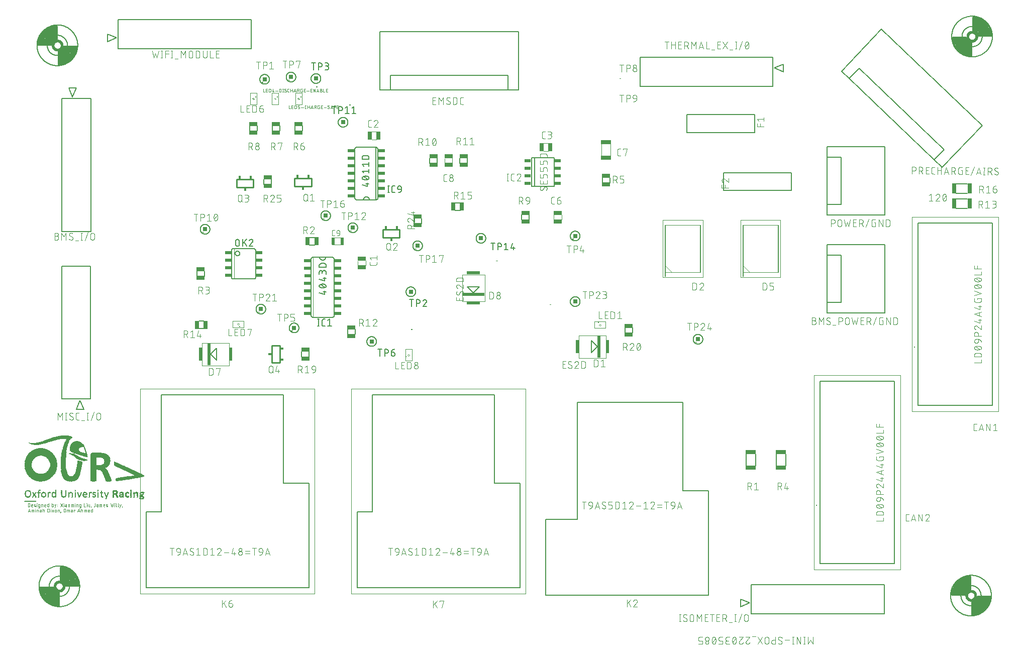
<source format=gbr>
G04 EAGLE Gerber RS-274X export*
G75*
%MOMM*%
%FSLAX34Y34*%
%LPD*%
%INSilkscreen Top*%
%IPPOS*%
%AMOC8*
5,1,8,0,0,1.08239X$1,22.5*%
G01*
%ADD10R,0.152400X0.025400*%
%ADD11R,0.355600X0.025400*%
%ADD12R,0.533400X0.025400*%
%ADD13R,0.177800X0.025400*%
%ADD14R,0.609600X0.025400*%
%ADD15R,0.685800X0.025400*%
%ADD16R,0.711200X0.025400*%
%ADD17R,0.762000X0.025400*%
%ADD18R,0.279400X0.025400*%
%ADD19R,0.304800X0.025400*%
%ADD20R,0.228600X0.025400*%
%ADD21R,0.254000X0.025400*%
%ADD22R,0.203200X0.025400*%
%ADD23R,0.025400X0.025400*%
%ADD24R,0.050800X0.025400*%
%ADD25R,0.457200X0.025400*%
%ADD26R,0.406400X0.025400*%
%ADD27R,0.330200X0.025400*%
%ADD28R,0.127000X0.025400*%
%ADD29R,0.431800X0.025400*%
%ADD30R,0.381000X0.025400*%
%ADD31R,0.558800X0.025400*%
%ADD32R,0.482600X0.025400*%
%ADD33R,0.508000X0.025400*%
%ADD34R,0.736600X0.025400*%
%ADD35R,0.660400X0.025400*%
%ADD36R,0.584200X0.025400*%
%ADD37R,0.076200X0.025400*%
%ADD38R,0.635000X0.025400*%
%ADD39R,0.101600X0.025400*%
%ADD40R,0.787400X0.025400*%
%ADD41R,0.838200X0.025400*%
%ADD42R,1.143000X0.025400*%
%ADD43R,1.041400X0.025400*%
%ADD44R,0.863600X0.025400*%
%ADD45R,0.939800X0.025400*%
%ADD46R,1.371600X0.025400*%
%ADD47R,1.244600X0.025400*%
%ADD48R,0.914400X0.025400*%
%ADD49R,0.990600X0.025400*%
%ADD50R,1.549400X0.025400*%
%ADD51R,0.965200X0.025400*%
%ADD52R,1.016000X0.025400*%
%ADD53R,1.701800X0.025400*%
%ADD54R,1.498600X0.025400*%
%ADD55R,1.854200X0.025400*%
%ADD56R,1.625600X0.025400*%
%ADD57R,1.981200X0.025400*%
%ADD58R,1.727200X0.025400*%
%ADD59R,1.066800X0.025400*%
%ADD60R,1.193800X0.025400*%
%ADD61R,2.108200X0.025400*%
%ADD62R,1.803400X0.025400*%
%ADD63R,2.235200X0.025400*%
%ADD64R,1.879600X0.025400*%
%ADD65R,2.336800X0.025400*%
%ADD66R,1.752600X0.025400*%
%ADD67R,2.438400X0.025400*%
%ADD68R,2.032000X0.025400*%
%ADD69R,2.540000X0.025400*%
%ADD70R,2.082800X0.025400*%
%ADD71R,2.641600X0.025400*%
%ADD72R,2.133600X0.025400*%
%ADD73R,1.092200X0.025400*%
%ADD74R,2.209800X0.025400*%
%ADD75R,2.717800X0.025400*%
%ADD76R,2.362200X0.025400*%
%ADD77R,2.819400X0.025400*%
%ADD78R,2.489200X0.025400*%
%ADD79R,2.895600X0.025400*%
%ADD80R,2.311400X0.025400*%
%ADD81R,2.971800X0.025400*%
%ADD82R,3.048000X0.025400*%
%ADD83R,2.387600X0.025400*%
%ADD84R,2.844800X0.025400*%
%ADD85R,3.124200X0.025400*%
%ADD86R,2.413000X0.025400*%
%ADD87R,2.921000X0.025400*%
%ADD88R,3.200400X0.025400*%
%ADD89R,2.463800X0.025400*%
%ADD90R,3.276600X0.025400*%
%ADD91R,2.514600X0.025400*%
%ADD92R,3.022600X0.025400*%
%ADD93R,3.327400X0.025400*%
%ADD94R,3.403600X0.025400*%
%ADD95R,2.565400X0.025400*%
%ADD96R,3.073400X0.025400*%
%ADD97R,3.429000X0.025400*%
%ADD98R,2.616200X0.025400*%
%ADD99R,3.530600X0.025400*%
%ADD100R,3.581400X0.025400*%
%ADD101R,2.667000X0.025400*%
%ADD102R,2.997200X0.025400*%
%ADD103R,3.632200X0.025400*%
%ADD104R,2.692400X0.025400*%
%ADD105R,2.946400X0.025400*%
%ADD106R,3.683000X0.025400*%
%ADD107R,3.733800X0.025400*%
%ADD108R,3.810000X0.025400*%
%ADD109R,2.768600X0.025400*%
%ADD110R,3.835400X0.025400*%
%ADD111R,2.794000X0.025400*%
%ADD112R,3.911600X0.025400*%
%ADD113R,1.346200X0.025400*%
%ADD114R,1.219200X0.025400*%
%ADD115R,3.937000X0.025400*%
%ADD116R,1.270000X0.025400*%
%ADD117R,4.013200X0.025400*%
%ADD118R,1.117600X0.025400*%
%ADD119R,4.038600X0.025400*%
%ADD120R,4.089400X0.025400*%
%ADD121R,1.168400X0.025400*%
%ADD122R,4.140200X0.025400*%
%ADD123R,4.165600X0.025400*%
%ADD124R,1.651000X0.025400*%
%ADD125R,4.241800X0.025400*%
%ADD126R,1.600200X0.025400*%
%ADD127R,4.267200X0.025400*%
%ADD128R,4.292600X0.025400*%
%ADD129R,1.524000X0.025400*%
%ADD130R,4.343400X0.025400*%
%ADD131R,4.368800X0.025400*%
%ADD132R,4.419600X0.025400*%
%ADD133R,4.445000X0.025400*%
%ADD134R,1.473200X0.025400*%
%ADD135R,4.495800X0.025400*%
%ADD136R,4.521200X0.025400*%
%ADD137R,2.184400X0.025400*%
%ADD138R,2.006600X0.025400*%
%ADD139R,1.955800X0.025400*%
%ADD140R,1.905000X0.025400*%
%ADD141R,0.889000X0.025400*%
%ADD142R,1.676400X0.025400*%
%ADD143R,1.574800X0.025400*%
%ADD144R,1.447800X0.025400*%
%ADD145R,1.422400X0.025400*%
%ADD146R,1.397000X0.025400*%
%ADD147R,1.320800X0.025400*%
%ADD148R,1.295400X0.025400*%
%ADD149R,2.590800X0.025400*%
%ADD150R,2.743200X0.025400*%
%ADD151R,0.812800X0.025400*%
%ADD152R,3.175000X0.025400*%
%ADD153R,3.149600X0.025400*%
%ADD154R,1.778000X0.025400*%
%ADD155R,3.098800X0.025400*%
%ADD156R,1.828800X0.025400*%
%ADD157R,2.057400X0.025400*%
%ADD158R,4.546600X0.025400*%
%ADD159R,2.870200X0.025400*%
%ADD160R,0.025400X0.812800*%
%ADD161R,4.216400X0.025400*%
%ADD162R,4.191000X0.025400*%
%ADD163R,4.114800X0.025400*%
%ADD164R,3.987800X0.025400*%
%ADD165R,2.286000X0.025400*%
%ADD166R,3.886200X0.025400*%
%ADD167R,3.556000X0.025400*%
%ADD168R,3.505200X0.025400*%
%ADD169R,3.378200X0.025400*%
%ADD170R,3.251200X0.025400*%
%ADD171R,0.025400X1.473200*%
%ADD172R,2.260600X0.025400*%
%ADD173R,1.930400X0.025400*%
%ADD174R,3.454400X0.025400*%
%ADD175R,3.225800X0.025400*%
%ADD176C,0.000000*%
%ADD177C,0.050800*%
%ADD178C,0.203200*%
%ADD179C,0.101600*%
%ADD180R,1.450100X0.750100*%
%ADD181R,0.750100X1.450100*%
%ADD182R,1.700000X0.750100*%
%ADD183R,0.500000X1.300000*%
%ADD184C,0.076200*%
%ADD185R,0.533400X2.184400*%
%ADD186R,0.550000X3.800000*%
%ADD187C,0.050000*%
%ADD188C,0.100000*%
%ADD189C,0.200000*%
%ADD190R,2.184400X0.533400*%
%ADD191R,3.800000X0.550000*%
%ADD192C,0.127000*%
%ADD193C,0.248919*%
%ADD194C,0.152400*%
%ADD195C,0.457200*%
%ADD196R,1.143000X0.508000*%
%ADD197R,1.100000X0.490000*%
%ADD198C,0.063400*%
%ADD199C,0.250000*%
%ADD200C,0.254000*%
%ADD201R,0.457200X0.584200*%
%ADD202R,0.584200X0.457200*%
%ADD203R,1.752600X0.736600*%
%ADD204R,1.400000X0.650000*%
%ADD205R,0.650000X1.400000*%
%ADD206R,0.660400X0.660400*%
%ADD207C,0.100000*%
%ADD208R,0.736600X1.752600*%


D10*
X145161Y212598D03*
D11*
X205613Y212598D03*
D10*
X145161Y212852D03*
D12*
X205486Y212852D03*
D13*
X145288Y213106D03*
D14*
X205613Y213106D03*
D10*
X145415Y213360D03*
D15*
X205486Y213360D03*
D13*
X145542Y213614D03*
D16*
X205613Y213614D03*
D13*
X145542Y213868D03*
D17*
X205613Y213868D03*
D10*
X145669Y214122D03*
D18*
X203200Y214122D03*
D19*
X208153Y214122D03*
D13*
X145796Y214376D03*
D20*
X202946Y214376D03*
D21*
X208407Y214376D03*
D10*
X145923Y214630D03*
D21*
X202819Y214630D03*
D20*
X208534Y214630D03*
D10*
X145923Y214884D03*
D22*
X202819Y214884D03*
D20*
X208788Y214884D03*
D13*
X146050Y215138D03*
D20*
X202946Y215138D03*
D21*
X208661Y215138D03*
D10*
X146177Y215392D03*
D20*
X202946Y215392D03*
X208788Y215392D03*
D23*
X12192Y215646D03*
D18*
X13970Y215646D03*
D24*
X21717Y215646D03*
D23*
X22352Y215646D03*
X27178Y215646D03*
D24*
X27813Y215646D03*
D23*
X31496Y215646D03*
X32004Y215646D03*
X32512Y215646D03*
D20*
X40386Y215646D03*
D23*
X48006Y215646D03*
X48514Y215646D03*
D13*
X57150Y215646D03*
D24*
X60833Y215646D03*
D21*
X74295Y215646D03*
D23*
X82550Y215646D03*
D24*
X83185Y215646D03*
D23*
X88138Y215646D03*
X88646Y215646D03*
X89154Y215646D03*
X93472Y215646D03*
X93980Y215646D03*
X100330Y215646D03*
D24*
X100965Y215646D03*
D20*
X110236Y215646D03*
D23*
X111760Y215646D03*
X116840Y215646D03*
D24*
X117475Y215646D03*
D20*
X125476Y215646D03*
D23*
X132080Y215646D03*
X132588Y215646D03*
D13*
X139192Y215646D03*
X146304Y215646D03*
D23*
X157734Y215646D03*
D24*
X158369Y215646D03*
D23*
X159004Y215646D03*
X163830Y215646D03*
D24*
X164465Y215646D03*
D23*
X165100Y215646D03*
X165608Y215646D03*
D20*
X170688Y215646D03*
D24*
X174117Y215646D03*
D23*
X174752Y215646D03*
D18*
X181610Y215646D03*
D23*
X187198Y215646D03*
D24*
X187833Y215646D03*
D23*
X188468Y215646D03*
X192278Y215646D03*
D24*
X192913Y215646D03*
D23*
X193548Y215646D03*
X197866Y215646D03*
D24*
X198501Y215646D03*
D23*
X199136Y215646D03*
D20*
X203200Y215646D03*
D21*
X208661Y215646D03*
D25*
X13843Y215900D03*
D13*
X21844Y215900D03*
X27432Y215900D03*
D10*
X32131Y215900D03*
D26*
X40259Y215900D03*
D10*
X48133Y215900D03*
D27*
X57150Y215900D03*
D28*
X60706Y215900D03*
D29*
X74168Y215900D03*
D10*
X83185Y215900D03*
X88773Y215900D03*
X93599Y215900D03*
D22*
X100711Y215900D03*
D25*
X110363Y215900D03*
D10*
X117475Y215900D03*
D30*
X125476Y215900D03*
D10*
X132207Y215900D03*
D18*
X139192Y215900D03*
D13*
X146304Y215900D03*
D20*
X158496Y215900D03*
D21*
X164719Y215900D03*
D11*
X170815Y215900D03*
D13*
X174244Y215900D03*
D30*
X181610Y215900D03*
D20*
X187960Y215900D03*
X193040Y215900D03*
X198628Y215900D03*
X203200Y215900D03*
D18*
X208280Y215900D03*
D31*
X13843Y216154D03*
D13*
X22098Y216154D03*
X27432Y216154D03*
D10*
X32131Y216154D03*
D32*
X40386Y216154D03*
D10*
X48133Y216154D03*
D30*
X57150Y216154D03*
D28*
X60706Y216154D03*
D33*
X74295Y216154D03*
D10*
X83185Y216154D03*
X88773Y216154D03*
X93599Y216154D03*
D20*
X100584Y216154D03*
D12*
X110490Y216154D03*
D10*
X117475Y216154D03*
D32*
X125476Y216154D03*
D10*
X132207Y216154D03*
D11*
X139065Y216154D03*
D22*
X146177Y216154D03*
D21*
X158369Y216154D03*
X164719Y216154D03*
D29*
X170688Y216154D03*
D22*
X174371Y216154D03*
D32*
X181610Y216154D03*
D20*
X187706Y216154D03*
X193040Y216154D03*
X198628Y216154D03*
D34*
X205994Y216154D03*
D35*
X13843Y216408D03*
D10*
X22225Y216408D03*
D13*
X27178Y216408D03*
D10*
X32131Y216408D03*
D31*
X40259Y216408D03*
D10*
X48133Y216408D03*
D32*
X57150Y216408D03*
D28*
X60706Y216408D03*
D14*
X74295Y216408D03*
D28*
X83058Y216408D03*
D10*
X88773Y216408D03*
X93599Y216408D03*
D21*
X100711Y216408D03*
D14*
X110363Y216408D03*
D28*
X117348Y216408D03*
D12*
X125476Y216408D03*
D10*
X132207Y216408D03*
D27*
X138938Y216408D03*
D20*
X146304Y216408D03*
X158496Y216408D03*
D18*
X164592Y216408D03*
D15*
X171704Y216408D03*
D12*
X181610Y216408D03*
D21*
X187833Y216408D03*
D20*
X193040Y216408D03*
X198628Y216408D03*
D15*
X206248Y216408D03*
D16*
X13843Y216662D03*
D13*
X22352Y216662D03*
X27178Y216662D03*
D10*
X32131Y216662D03*
D14*
X40513Y216662D03*
D10*
X48133Y216662D03*
D33*
X57277Y216662D03*
D28*
X60706Y216662D03*
D35*
X74295Y216662D03*
D13*
X83058Y216662D03*
D10*
X88773Y216662D03*
X93599Y216662D03*
D18*
X100584Y216662D03*
D19*
X108585Y216662D03*
X111887Y216662D03*
D13*
X117348Y216662D03*
D18*
X124206Y216662D03*
D21*
X127127Y216662D03*
D10*
X132207Y216662D03*
D30*
X138938Y216662D03*
D21*
X146177Y216662D03*
X158369Y216662D03*
X164465Y216662D03*
D16*
X171831Y216662D03*
D31*
X181483Y216662D03*
D20*
X187960Y216662D03*
X193040Y216662D03*
X198628Y216662D03*
D15*
X205994Y216662D03*
D18*
X11430Y216916D03*
D23*
X13208Y216916D03*
X14732Y216916D03*
D21*
X16383Y216916D03*
D10*
X22479Y216916D03*
D13*
X26924Y216916D03*
D10*
X32131Y216916D03*
D21*
X38227Y216916D03*
D20*
X42418Y216916D03*
D10*
X48133Y216916D03*
D20*
X55626Y216916D03*
D11*
X59817Y216916D03*
D18*
X72136Y216916D03*
X76454Y216916D03*
D10*
X83185Y216916D03*
X88773Y216916D03*
X93599Y216916D03*
D18*
X100584Y216916D03*
D20*
X107950Y216916D03*
D10*
X112649Y216916D03*
X117475Y216916D03*
X123571Y216916D03*
D13*
X127508Y216916D03*
D10*
X132207Y216916D03*
D13*
X137922Y216916D03*
D24*
X140335Y216916D03*
D21*
X146177Y216916D03*
D20*
X158496Y216916D03*
D21*
X164465Y216916D03*
D16*
X171577Y216916D03*
D36*
X181356Y216916D03*
D20*
X187706Y216916D03*
X193040Y216916D03*
X198628Y216916D03*
D15*
X205740Y216916D03*
D21*
X11049Y217170D03*
D20*
X16764Y217170D03*
D10*
X22733Y217170D03*
D13*
X26670Y217170D03*
D10*
X32131Y217170D03*
D22*
X37973Y217170D03*
X42799Y217170D03*
D10*
X48133Y217170D03*
D22*
X55245Y217170D03*
D21*
X60071Y217170D03*
D20*
X71628Y217170D03*
X76962Y217170D03*
D10*
X83185Y217170D03*
D13*
X88646Y217170D03*
D10*
X93599Y217170D03*
D19*
X100711Y217170D03*
D13*
X107696Y217170D03*
D24*
X113157Y217170D03*
D10*
X117475Y217170D03*
D37*
X123444Y217170D03*
D13*
X127762Y217170D03*
D10*
X132207Y217170D03*
D13*
X137668Y217170D03*
D19*
X146177Y217170D03*
D21*
X158369Y217170D03*
D18*
X164338Y217170D03*
D19*
X169291Y217170D03*
D11*
X173609Y217170D03*
D38*
X181356Y217170D03*
D20*
X187960Y217170D03*
X193040Y217170D03*
X198628Y217170D03*
D38*
X205486Y217170D03*
D20*
X10668Y217424D03*
X17018Y217424D03*
D13*
X22860Y217424D03*
X26670Y217424D03*
D10*
X32131Y217424D03*
D22*
X37719Y217424D03*
D13*
X43180Y217424D03*
D10*
X48133Y217424D03*
D13*
X55118Y217424D03*
D20*
X60198Y217424D03*
D22*
X71501Y217424D03*
D13*
X77216Y217424D03*
D28*
X83058Y217424D03*
D10*
X88773Y217424D03*
X93599Y217424D03*
D27*
X100584Y217424D03*
D13*
X107442Y217424D03*
D28*
X117348Y217424D03*
D23*
X123190Y217424D03*
D10*
X127889Y217424D03*
X132207Y217424D03*
D13*
X137668Y217424D03*
D19*
X146177Y217424D03*
D20*
X158496Y217424D03*
D21*
X164211Y217424D03*
X169037Y217424D03*
D18*
X173736Y217424D03*
D27*
X179832Y217424D03*
D23*
X182118Y217424D03*
D13*
X183388Y217424D03*
D20*
X187706Y217424D03*
X193040Y217424D03*
X198628Y217424D03*
D14*
X205105Y217424D03*
D22*
X10541Y217678D03*
X17399Y217678D03*
D10*
X22987Y217678D03*
D13*
X26416Y217678D03*
X32004Y217678D03*
X37592Y217678D03*
X43180Y217678D03*
D10*
X48133Y217678D03*
D13*
X55118Y217678D03*
D22*
X60325Y217678D03*
D13*
X71120Y217678D03*
X77470Y217678D03*
X83058Y217678D03*
D10*
X88773Y217678D03*
X93599Y217678D03*
X99695Y217678D03*
D28*
X101600Y217678D03*
D13*
X107442Y217678D03*
X117348Y217678D03*
D10*
X127889Y217678D03*
X132207Y217678D03*
X137541Y217678D03*
X145415Y217678D03*
X147193Y217678D03*
D21*
X158369Y217678D03*
D18*
X164084Y217678D03*
D20*
X168910Y217678D03*
D18*
X173990Y217678D03*
D19*
X179451Y217678D03*
D39*
X183769Y217678D03*
D21*
X187833Y217678D03*
D20*
X193040Y217678D03*
D21*
X198501Y217678D03*
D19*
X203581Y217678D03*
D23*
X205486Y217678D03*
X205994Y217678D03*
X206502Y217678D03*
D22*
X10287Y217932D03*
D13*
X17526Y217932D03*
D10*
X23241Y217932D03*
D13*
X26162Y217932D03*
D10*
X32131Y217932D03*
X37465Y217932D03*
D13*
X43434Y217932D03*
D10*
X48133Y217932D03*
D13*
X54864Y217932D03*
D22*
X60579Y217932D03*
D13*
X71120Y217932D03*
X77470Y217932D03*
D10*
X83185Y217932D03*
X88773Y217932D03*
X93599Y217932D03*
X99695Y217932D03*
X101727Y217932D03*
D13*
X107188Y217932D03*
D10*
X117475Y217932D03*
X127889Y217932D03*
X132207Y217932D03*
X137541Y217932D03*
D13*
X145288Y217932D03*
D10*
X147193Y217932D03*
D20*
X158496Y217932D03*
D21*
X163957Y217932D03*
D20*
X168910Y217932D03*
X173990Y217932D03*
D18*
X179324Y217932D03*
D37*
X183896Y217932D03*
D20*
X187960Y217932D03*
X193040Y217932D03*
X198628Y217932D03*
X203200Y217932D03*
D13*
X10160Y218186D03*
D22*
X17653Y218186D03*
D13*
X23368Y218186D03*
X26162Y218186D03*
D10*
X32131Y218186D03*
D13*
X37338Y218186D03*
D10*
X43561Y218186D03*
X48133Y218186D03*
X54737Y218186D03*
X60579Y218186D03*
D13*
X70866Y218186D03*
X77724Y218186D03*
D10*
X83185Y218186D03*
X88773Y218186D03*
X93599Y218186D03*
D13*
X99568Y218186D03*
D10*
X101727Y218186D03*
X107061Y218186D03*
X117475Y218186D03*
X127889Y218186D03*
X132207Y218186D03*
X137541Y218186D03*
X145161Y218186D03*
X147193Y218186D03*
D21*
X158369Y218186D03*
D18*
X163830Y218186D03*
D20*
X168910Y218186D03*
X174244Y218186D03*
D21*
X179197Y218186D03*
D23*
X184150Y218186D03*
D20*
X187706Y218186D03*
X193040Y218186D03*
X198628Y218186D03*
D22*
X203073Y218186D03*
D13*
X9906Y218440D03*
X17780Y218440D03*
D10*
X23495Y218440D03*
D13*
X25908Y218440D03*
D10*
X32131Y218440D03*
X37211Y218440D03*
X43561Y218440D03*
X48133Y218440D03*
X54737Y218440D03*
X60579Y218440D03*
D13*
X70866Y218440D03*
D10*
X77851Y218440D03*
X83185Y218440D03*
X88773Y218440D03*
X93599Y218440D03*
X99441Y218440D03*
D28*
X101854Y218440D03*
D10*
X107061Y218440D03*
X117221Y218440D03*
X127889Y218440D03*
X132207Y218440D03*
X137541Y218440D03*
X145161Y218440D03*
X147447Y218440D03*
D20*
X158496Y218440D03*
D21*
X163703Y218440D03*
D20*
X168910Y218440D03*
X173990Y218440D03*
X179070Y218440D03*
D21*
X187833Y218440D03*
D20*
X193040Y218440D03*
X198628Y218440D03*
D22*
X203073Y218440D03*
D13*
X9906Y218694D03*
X18034Y218694D03*
X23622Y218694D03*
D10*
X25781Y218694D03*
D13*
X32004Y218694D03*
D10*
X37211Y218694D03*
D13*
X43688Y218694D03*
D10*
X48133Y218694D03*
X54737Y218694D03*
X60579Y218694D03*
X70739Y218694D03*
X77851Y218694D03*
D13*
X83058Y218694D03*
X88646Y218694D03*
D10*
X93599Y218694D03*
X99441Y218694D03*
X101981Y218694D03*
X107061Y218694D03*
X117475Y218694D03*
D13*
X127762Y218694D03*
D10*
X132207Y218694D03*
X137541Y218694D03*
X144907Y218694D03*
X147447Y218694D03*
D21*
X158369Y218694D03*
X163703Y218694D03*
X169037Y218694D03*
D20*
X174244Y218694D03*
D21*
X178943Y218694D03*
D20*
X187960Y218694D03*
X193040Y218694D03*
D21*
X198501Y218694D03*
D22*
X203327Y218694D03*
X205867Y218694D03*
D13*
X9906Y218948D03*
X18034Y218948D03*
D11*
X24765Y218948D03*
D10*
X32131Y218948D03*
X37211Y218948D03*
D28*
X43688Y218948D03*
D10*
X48133Y218948D03*
D13*
X54610Y218948D03*
X60706Y218948D03*
D10*
X70739Y218948D03*
X77851Y218948D03*
D28*
X83058Y218948D03*
D10*
X88773Y218948D03*
X93599Y218948D03*
X99187Y218948D03*
X101981Y218948D03*
D13*
X106934Y218948D03*
D10*
X117475Y218948D03*
D22*
X127635Y218948D03*
D10*
X132207Y218948D03*
X137541Y218948D03*
X144907Y218948D03*
D28*
X147574Y218948D03*
D20*
X158496Y218948D03*
D18*
X163576Y218948D03*
D20*
X169164Y218948D03*
X173990Y218948D03*
D21*
X178943Y218948D03*
D20*
X187706Y218948D03*
X193040Y218948D03*
X198628Y218948D03*
D33*
X204851Y218948D03*
D13*
X9652Y219202D03*
D10*
X18161Y219202D03*
D19*
X24765Y219202D03*
D10*
X32131Y219202D03*
D13*
X37084Y219202D03*
X43688Y219202D03*
D10*
X48133Y219202D03*
D13*
X54610Y219202D03*
D10*
X60579Y219202D03*
D13*
X70612Y219202D03*
X77978Y219202D03*
D10*
X83185Y219202D03*
X88773Y219202D03*
X93599Y219202D03*
X99187Y219202D03*
X102235Y219202D03*
D28*
X106934Y219202D03*
D13*
X117348Y219202D03*
D20*
X127254Y219202D03*
D10*
X132207Y219202D03*
X137541Y219202D03*
D13*
X144780Y219202D03*
D10*
X147701Y219202D03*
D21*
X158369Y219202D03*
X163449Y219202D03*
D19*
X169545Y219202D03*
D20*
X174244Y219202D03*
D21*
X178943Y219202D03*
D20*
X187960Y219202D03*
X193040Y219202D03*
X198628Y219202D03*
D12*
X205232Y219202D03*
D13*
X9652Y219456D03*
X18288Y219456D03*
D19*
X24765Y219456D03*
D10*
X32131Y219456D03*
X37211Y219456D03*
X43815Y219456D03*
X48133Y219456D03*
X54737Y219456D03*
X60579Y219456D03*
D13*
X70612Y219456D03*
D10*
X77851Y219456D03*
X83185Y219456D03*
X88773Y219456D03*
X93599Y219456D03*
D13*
X99060Y219456D03*
D10*
X102235Y219456D03*
D13*
X106934Y219456D03*
D28*
X117348Y219456D03*
D18*
X126746Y219456D03*
D10*
X132207Y219456D03*
X137541Y219456D03*
X144653Y219456D03*
X147701Y219456D03*
D20*
X158496Y219456D03*
D18*
X163322Y219456D03*
D16*
X171577Y219456D03*
D20*
X178816Y219456D03*
D21*
X187833Y219456D03*
D20*
X193040Y219456D03*
X198628Y219456D03*
D31*
X205613Y219456D03*
D13*
X9652Y219710D03*
X18288Y219710D03*
D21*
X24765Y219710D03*
D13*
X32004Y219710D03*
X37084Y219710D03*
D10*
X43815Y219710D03*
X48133Y219710D03*
X54483Y219710D03*
X60579Y219710D03*
X70739Y219710D03*
X78105Y219710D03*
D13*
X83058Y219710D03*
D10*
X88773Y219710D03*
X93599Y219710D03*
X98933Y219710D03*
X102235Y219710D03*
D34*
X109728Y219710D03*
D10*
X117475Y219710D03*
D19*
X126365Y219710D03*
D10*
X132207Y219710D03*
X137541Y219710D03*
X144653Y219710D03*
D13*
X147828Y219710D03*
D21*
X158369Y219710D03*
D18*
X163068Y219710D03*
D16*
X171831Y219710D03*
D21*
X178943Y219710D03*
D20*
X187706Y219710D03*
X193040Y219710D03*
D21*
X198501Y219710D03*
D31*
X205613Y219710D03*
D13*
X9652Y219964D03*
X18288Y219964D03*
D22*
X24765Y219964D03*
D10*
X32131Y219964D03*
X37211Y219964D03*
X43815Y219964D03*
X48133Y219964D03*
D13*
X54610Y219964D03*
X60706Y219964D03*
D10*
X70485Y219964D03*
D13*
X77978Y219964D03*
D10*
X83185Y219964D03*
X88773Y219964D03*
X93599Y219964D03*
X98933Y219964D03*
X102489Y219964D03*
D17*
X109855Y219964D03*
D10*
X117475Y219964D03*
D27*
X125984Y219964D03*
D10*
X132207Y219964D03*
X137541Y219964D03*
D13*
X144526Y219964D03*
D10*
X147955Y219964D03*
D20*
X158496Y219964D03*
D21*
X162941Y219964D03*
D38*
X171958Y219964D03*
D20*
X178816Y219964D03*
X187960Y219964D03*
X193040Y219964D03*
X198628Y219964D03*
D14*
X205613Y219964D03*
D10*
X9525Y220218D03*
X18415Y220218D03*
D21*
X24765Y220218D03*
D10*
X32131Y220218D03*
D13*
X37084Y220218D03*
X43688Y220218D03*
D10*
X48133Y220218D03*
X54483Y220218D03*
X60579Y220218D03*
D13*
X70612Y220218D03*
D10*
X78105Y220218D03*
X83185Y220218D03*
D13*
X88646Y220218D03*
D10*
X93599Y220218D03*
D13*
X98806Y220218D03*
D10*
X102489Y220218D03*
D34*
X109982Y220218D03*
D13*
X117348Y220218D03*
D27*
X125476Y220218D03*
D10*
X132207Y220218D03*
X137541Y220218D03*
X144399Y220218D03*
X147955Y220218D03*
D21*
X158369Y220218D03*
D19*
X162687Y220218D03*
D38*
X172212Y220218D03*
D21*
X178943Y220218D03*
X187833Y220218D03*
D20*
X193040Y220218D03*
X198628Y220218D03*
D18*
X203962Y220218D03*
X207518Y220218D03*
D13*
X9652Y220472D03*
X18288Y220472D03*
D21*
X24765Y220472D03*
D10*
X32131Y220472D03*
X37211Y220472D03*
X43815Y220472D03*
X48133Y220472D03*
X54737Y220472D03*
X60579Y220472D03*
X70739Y220472D03*
X77851Y220472D03*
D28*
X83058Y220472D03*
D10*
X88773Y220472D03*
X93599Y220472D03*
X98679Y220472D03*
X102489Y220472D03*
D17*
X109855Y220472D03*
D28*
X117348Y220472D03*
D18*
X124968Y220472D03*
D10*
X132207Y220472D03*
X137541Y220472D03*
X144399Y220472D03*
X148209Y220472D03*
D35*
X160655Y220472D03*
D31*
X172339Y220472D03*
D20*
X178816Y220472D03*
X187706Y220472D03*
X193040Y220472D03*
X198628Y220472D03*
X203454Y220472D03*
X207772Y220472D03*
D13*
X9398Y220726D03*
D10*
X18415Y220726D03*
D19*
X24765Y220726D03*
D10*
X32131Y220726D03*
D13*
X37084Y220726D03*
X43688Y220726D03*
D10*
X48133Y220726D03*
D13*
X54610Y220726D03*
D10*
X60579Y220726D03*
X70485Y220726D03*
X78105Y220726D03*
D13*
X83058Y220726D03*
D10*
X88773Y220726D03*
X93599Y220726D03*
X98679Y220726D03*
X102743Y220726D03*
X107061Y220726D03*
D23*
X108458Y220726D03*
X109220Y220726D03*
X109982Y220726D03*
X110744Y220726D03*
X111506Y220726D03*
D10*
X112903Y220726D03*
X117475Y220726D03*
D21*
X124587Y220726D03*
D10*
X132207Y220726D03*
X137541Y220726D03*
D13*
X144272Y220726D03*
D10*
X148209Y220726D03*
D35*
X160401Y220726D03*
D23*
X170942Y220726D03*
D24*
X171577Y220726D03*
D27*
X173736Y220726D03*
D21*
X178943Y220726D03*
D20*
X187960Y220726D03*
X193040Y220726D03*
D21*
X198501Y220726D03*
D22*
X203327Y220726D03*
X207899Y220726D03*
D10*
X9525Y220980D03*
D13*
X18542Y220980D03*
D11*
X24765Y220980D03*
D10*
X32131Y220980D03*
X37211Y220980D03*
X43815Y220980D03*
X48133Y220980D03*
X54737Y220980D03*
D13*
X60706Y220980D03*
X70612Y220980D03*
X77978Y220980D03*
D10*
X83185Y220980D03*
X88773Y220980D03*
X93599Y220980D03*
D13*
X98552Y220980D03*
D10*
X102743Y220980D03*
X107061Y220980D03*
X112903Y220980D03*
D13*
X117348Y220980D03*
D22*
X124333Y220980D03*
D10*
X132207Y220980D03*
X137541Y220980D03*
X144145Y220980D03*
X148209Y220980D03*
D14*
X160401Y220980D03*
D22*
X174117Y220980D03*
D21*
X178943Y220980D03*
X187833Y220980D03*
D20*
X193040Y220980D03*
X198628Y220980D03*
D22*
X203327Y220980D03*
X207899Y220980D03*
D13*
X9398Y221234D03*
D10*
X18415Y221234D03*
D13*
X23876Y221234D03*
D10*
X25781Y221234D03*
D13*
X32004Y221234D03*
D10*
X37211Y221234D03*
X43561Y221234D03*
X48133Y221234D03*
X54737Y221234D03*
X60579Y221234D03*
D13*
X70612Y221234D03*
D10*
X78105Y221234D03*
X83185Y221234D03*
D13*
X88646Y221234D03*
D10*
X93599Y221234D03*
X98425Y221234D03*
D13*
X102870Y221234D03*
D10*
X107061Y221234D03*
X112903Y221234D03*
X117475Y221234D03*
D13*
X123952Y221234D03*
D10*
X132207Y221234D03*
X137541Y221234D03*
D13*
X144018Y221234D03*
D10*
X148463Y221234D03*
D35*
X160401Y221234D03*
D21*
X174117Y221234D03*
D20*
X179070Y221234D03*
X187706Y221234D03*
D21*
X193167Y221234D03*
X198501Y221234D03*
D22*
X203327Y221234D03*
D20*
X208026Y221234D03*
D10*
X9525Y221488D03*
D13*
X18542Y221488D03*
X23622Y221488D03*
X25908Y221488D03*
D10*
X32131Y221488D03*
D13*
X37338Y221488D03*
X43688Y221488D03*
X48260Y221488D03*
D10*
X54737Y221488D03*
X60579Y221488D03*
D28*
X70612Y221488D03*
D10*
X77851Y221488D03*
X83185Y221488D03*
D28*
X88646Y221488D03*
D10*
X93599Y221488D03*
X98425Y221488D03*
X102997Y221488D03*
X107061Y221488D03*
X112903Y221488D03*
X117475Y221488D03*
D13*
X123952Y221488D03*
D10*
X132207Y221488D03*
X137541Y221488D03*
X143891Y221488D03*
X148463Y221488D03*
D15*
X160782Y221488D03*
D22*
X174117Y221488D03*
D20*
X179070Y221488D03*
X187960Y221488D03*
D21*
X193167Y221488D03*
X198501Y221488D03*
D22*
X203327Y221488D03*
D13*
X208026Y221488D03*
X9398Y221742D03*
D10*
X18415Y221742D03*
D13*
X23368Y221742D03*
D10*
X26035Y221742D03*
X32131Y221742D03*
X37465Y221742D03*
D13*
X43434Y221742D03*
D22*
X48387Y221742D03*
D13*
X54864Y221742D03*
D10*
X60579Y221742D03*
D13*
X70612Y221742D03*
D10*
X78105Y221742D03*
D13*
X83058Y221742D03*
X88646Y221742D03*
D10*
X93599Y221742D03*
D13*
X98298Y221742D03*
D10*
X102997Y221742D03*
X107061Y221742D03*
X112903Y221742D03*
D22*
X117475Y221742D03*
D10*
X123825Y221742D03*
X132207Y221742D03*
X137541Y221742D03*
X143891Y221742D03*
D13*
X148590Y221742D03*
D34*
X160782Y221742D03*
D20*
X173990Y221742D03*
D21*
X179197Y221742D03*
X187833Y221742D03*
D18*
X193294Y221742D03*
D21*
X198501Y221742D03*
D20*
X203200Y221742D03*
X208026Y221742D03*
D13*
X9652Y221996D03*
X18542Y221996D03*
X23368Y221996D03*
D10*
X26289Y221996D03*
X32131Y221996D03*
D13*
X37592Y221996D03*
X43434Y221996D03*
D22*
X48387Y221996D03*
D10*
X54991Y221996D03*
D22*
X60579Y221996D03*
D10*
X70485Y221996D03*
D13*
X77978Y221996D03*
D22*
X83439Y221996D03*
D10*
X88519Y221996D03*
X93599Y221996D03*
X98171Y221996D03*
X103251Y221996D03*
X107315Y221996D03*
X112649Y221996D03*
D22*
X117729Y221996D03*
D10*
X123825Y221996D03*
X132207Y221996D03*
X137541Y221996D03*
D13*
X143764Y221996D03*
D10*
X148717Y221996D03*
D34*
X161036Y221996D03*
D23*
X168656Y221996D03*
D21*
X174117Y221996D03*
D18*
X179324Y221996D03*
D37*
X183896Y221996D03*
D20*
X187706Y221996D03*
D19*
X193421Y221996D03*
D21*
X198247Y221996D03*
D22*
X203327Y221996D03*
X207899Y221996D03*
D10*
X9525Y222250D03*
D13*
X18288Y222250D03*
X23114Y222250D03*
X26416Y222250D03*
X32004Y222250D03*
X37592Y222250D03*
X43180Y222250D03*
D20*
X48514Y222250D03*
D13*
X55118Y222250D03*
D20*
X60198Y222250D03*
D10*
X70739Y222250D03*
X78105Y222250D03*
D22*
X83439Y222250D03*
D13*
X88392Y222250D03*
D10*
X93599Y222250D03*
D13*
X98044Y222250D03*
D10*
X103251Y222250D03*
D13*
X107442Y222250D03*
D10*
X112649Y222250D03*
D20*
X117856Y222250D03*
D10*
X123825Y222250D03*
X132207Y222250D03*
X137541Y222250D03*
X143637Y222250D03*
X148717Y222250D03*
D21*
X158369Y222250D03*
D27*
X163322Y222250D03*
D28*
X168910Y222250D03*
D21*
X173863Y222250D03*
X179451Y222250D03*
D39*
X183769Y222250D03*
D20*
X187960Y222250D03*
D27*
X193548Y222250D03*
D21*
X198247Y222250D03*
D22*
X203327Y222250D03*
X207899Y222250D03*
D13*
X9652Y222504D03*
D10*
X18415Y222504D03*
D22*
X22987Y222504D03*
D10*
X26543Y222504D03*
X32131Y222504D03*
D13*
X37846Y222504D03*
X43180Y222504D03*
D21*
X48641Y222504D03*
D22*
X55245Y222504D03*
D21*
X60071Y222504D03*
D13*
X70612Y222504D03*
D10*
X77851Y222504D03*
D18*
X83566Y222504D03*
D13*
X88392Y222504D03*
D10*
X93599Y222504D03*
D13*
X98044Y222504D03*
D10*
X103251Y222504D03*
X107569Y222504D03*
D13*
X112522Y222504D03*
D21*
X117983Y222504D03*
D10*
X123825Y222504D03*
X132207Y222504D03*
X137541Y222504D03*
D13*
X143510Y222504D03*
X148844Y222504D03*
D20*
X158496Y222504D03*
D18*
X163576Y222504D03*
D13*
X169164Y222504D03*
D18*
X173736Y222504D03*
D19*
X179705Y222504D03*
D13*
X183388Y222504D03*
D21*
X187833Y222504D03*
D17*
X195707Y222504D03*
D21*
X203581Y222504D03*
D20*
X207772Y222504D03*
D23*
X209296Y222504D03*
D10*
X9525Y222758D03*
D13*
X18288Y222758D03*
X22860Y222758D03*
D10*
X26797Y222758D03*
X32131Y222758D03*
D22*
X38227Y222758D03*
X42799Y222758D03*
D19*
X48895Y222758D03*
D23*
X52070Y222758D03*
D22*
X55499Y222758D03*
D18*
X59944Y222758D03*
D10*
X70485Y222758D03*
X78105Y222758D03*
D18*
X83820Y222758D03*
D13*
X88138Y222758D03*
D10*
X93599Y222758D03*
X97917Y222758D03*
D13*
X103378Y222758D03*
X107696Y222758D03*
X112268Y222758D03*
D19*
X117983Y222758D03*
D23*
X121158Y222758D03*
D10*
X124079Y222758D03*
D24*
X127889Y222758D03*
D10*
X132207Y222758D03*
X137541Y222758D03*
D13*
X143510Y222758D03*
D10*
X148971Y222758D03*
D21*
X158369Y222758D03*
D18*
X163830Y222758D03*
D19*
X169799Y222758D03*
D11*
X173355Y222758D03*
D36*
X181356Y222758D03*
D20*
X187706Y222758D03*
D17*
X195707Y222758D03*
D21*
X203835Y222758D03*
D30*
X208026Y222758D03*
D13*
X9652Y223012D03*
X18288Y223012D03*
X22606Y223012D03*
X26924Y223012D03*
D32*
X32512Y223012D03*
D21*
X38481Y223012D03*
D18*
X42418Y223012D03*
D32*
X49784Y223012D03*
D20*
X55880Y223012D03*
D23*
X57404Y223012D03*
D30*
X59690Y223012D03*
D10*
X70739Y223012D03*
D13*
X77978Y223012D03*
D11*
X84201Y223012D03*
D23*
X86360Y223012D03*
D20*
X87884Y223012D03*
D10*
X93599Y223012D03*
D13*
X97790Y223012D03*
D10*
X103505Y223012D03*
D22*
X108077Y223012D03*
D20*
X112014Y223012D03*
D32*
X119126Y223012D03*
D13*
X124206Y223012D03*
D10*
X127635Y223012D03*
X132207Y223012D03*
D33*
X138049Y223012D03*
D10*
X143383Y223012D03*
X148971Y223012D03*
D20*
X158496Y223012D03*
D21*
X163957Y223012D03*
D35*
X171577Y223012D03*
D31*
X181483Y223012D03*
D20*
X187960Y223012D03*
D34*
X195580Y223012D03*
X206248Y223012D03*
D13*
X9652Y223266D03*
X18288Y223266D03*
X22606Y223266D03*
D10*
X27051Y223266D03*
D33*
X32385Y223266D03*
D14*
X40513Y223266D03*
D28*
X48006Y223266D03*
D19*
X50673Y223266D03*
D35*
X58039Y223266D03*
D13*
X70612Y223266D03*
D10*
X78105Y223266D03*
X82931Y223266D03*
D32*
X86614Y223266D03*
D10*
X93599Y223266D03*
X97663Y223266D03*
D13*
X103632Y223266D03*
D31*
X110109Y223266D03*
D28*
X117348Y223266D03*
D19*
X120015Y223266D03*
D32*
X125984Y223266D03*
D10*
X132207Y223266D03*
D12*
X137922Y223266D03*
D13*
X143256Y223266D03*
D10*
X149225Y223266D03*
D21*
X158369Y223266D03*
D20*
X164084Y223266D03*
D35*
X171577Y223266D03*
D31*
X181483Y223266D03*
D21*
X187833Y223266D03*
D22*
X192913Y223266D03*
D33*
X196723Y223266D03*
D16*
X206375Y223266D03*
D10*
X9779Y223520D03*
D13*
X18288Y223520D03*
X22352Y223520D03*
D10*
X27305Y223520D03*
D33*
X32385Y223520D03*
D12*
X40640Y223520D03*
D10*
X48133Y223520D03*
D18*
X50800Y223520D03*
D29*
X57150Y223520D03*
D10*
X60579Y223520D03*
X70485Y223520D03*
X77851Y223520D03*
D28*
X83058Y223520D03*
D26*
X86487Y223520D03*
D10*
X93599Y223520D03*
X97663Y223520D03*
X103759Y223520D03*
D32*
X109982Y223520D03*
D10*
X117221Y223520D03*
D19*
X120015Y223520D03*
D29*
X125984Y223520D03*
D10*
X132207Y223520D03*
D31*
X138049Y223520D03*
D10*
X143129Y223520D03*
X149225Y223520D03*
D20*
X158496Y223520D03*
D21*
X164211Y223520D03*
D38*
X171450Y223520D03*
D33*
X181737Y223520D03*
D20*
X187706Y223520D03*
D22*
X192913Y223520D03*
D25*
X196723Y223520D03*
D15*
X206502Y223520D03*
D22*
X9779Y223774D03*
D10*
X18161Y223774D03*
D13*
X22098Y223774D03*
X27432Y223774D03*
D33*
X32385Y223774D03*
D25*
X40513Y223774D03*
D28*
X48006Y223774D03*
D21*
X50927Y223774D03*
D11*
X57277Y223774D03*
D10*
X60579Y223774D03*
X70739Y223774D03*
X78105Y223774D03*
D28*
X83058Y223774D03*
D30*
X86614Y223774D03*
D10*
X93599Y223774D03*
D13*
X97536Y223774D03*
D10*
X103759Y223774D03*
D26*
X110109Y223774D03*
D28*
X117348Y223774D03*
D21*
X120269Y223774D03*
D26*
X126111Y223774D03*
D10*
X132207Y223774D03*
D33*
X138049Y223774D03*
D10*
X143129Y223774D03*
X149225Y223774D03*
D21*
X158369Y223774D03*
X164211Y223774D03*
D31*
X171577Y223774D03*
D25*
X181737Y223774D03*
D20*
X187960Y223774D03*
D22*
X192913Y223774D03*
D26*
X196723Y223774D03*
D35*
X206629Y223774D03*
D13*
X9906Y224028D03*
D22*
X18161Y224028D03*
D13*
X22098Y224028D03*
D10*
X27559Y224028D03*
D32*
X32512Y224028D03*
D11*
X40513Y224028D03*
D28*
X48006Y224028D03*
D20*
X51054Y224028D03*
D18*
X57150Y224028D03*
D13*
X60706Y224028D03*
D10*
X70485Y224028D03*
D13*
X77978Y224028D03*
D28*
X83058Y224028D03*
D18*
X86614Y224028D03*
D10*
X93599Y224028D03*
X97409Y224028D03*
X103759Y224028D03*
D27*
X109982Y224028D03*
D28*
X117348Y224028D03*
D22*
X120269Y224028D03*
D19*
X126111Y224028D03*
D28*
X132334Y224028D03*
D33*
X138049Y224028D03*
D13*
X143002Y224028D03*
D28*
X149352Y224028D03*
D20*
X158496Y224028D03*
D21*
X164211Y224028D03*
D25*
X171577Y224028D03*
D30*
X181610Y224028D03*
D20*
X187706Y224028D03*
D22*
X192913Y224028D03*
D27*
X196850Y224028D03*
D14*
X206883Y224028D03*
D13*
X9906Y224282D03*
X18034Y224282D03*
D10*
X32131Y224282D03*
D23*
X39624Y224282D03*
D39*
X40513Y224282D03*
D23*
X41402Y224282D03*
D24*
X50927Y224282D03*
D23*
X51562Y224282D03*
X56896Y224282D03*
D24*
X57531Y224282D03*
D10*
X60579Y224282D03*
D13*
X70612Y224282D03*
D10*
X78105Y224282D03*
D23*
X86106Y224282D03*
D37*
X86868Y224282D03*
D23*
X109220Y224282D03*
D24*
X109855Y224282D03*
X110617Y224282D03*
D23*
X119888Y224282D03*
D24*
X120523Y224282D03*
D23*
X125222Y224282D03*
X125730Y224282D03*
D24*
X126365Y224282D03*
D10*
X137541Y224282D03*
D21*
X158369Y224282D03*
X164211Y224282D03*
D19*
X171831Y224282D03*
D21*
X181737Y224282D03*
D23*
X187198Y224282D03*
D24*
X187833Y224282D03*
D23*
X188468Y224282D03*
X192532Y224282D03*
D24*
X193167Y224282D03*
D20*
X196850Y224282D03*
D22*
X205613Y224282D03*
D23*
X207010Y224282D03*
X207518Y224282D03*
X208026Y224282D03*
X208534Y224282D03*
X209296Y224282D03*
D13*
X10160Y224536D03*
D22*
X17907Y224536D03*
D10*
X32131Y224536D03*
X60579Y224536D03*
X70739Y224536D03*
X77851Y224536D03*
X137541Y224536D03*
D20*
X158496Y224536D03*
D18*
X164084Y224536D03*
D23*
X171196Y224536D03*
X171704Y224536D03*
X181356Y224536D03*
X181864Y224536D03*
X196596Y224536D03*
X197104Y224536D03*
D13*
X10160Y224790D03*
X17780Y224790D03*
X32004Y224790D03*
D10*
X60579Y224790D03*
X70485Y224790D03*
X78105Y224790D03*
X137541Y224790D03*
D21*
X158369Y224790D03*
X163957Y224790D03*
D13*
X10414Y225044D03*
D22*
X17653Y225044D03*
D10*
X32131Y225044D03*
D13*
X60706Y225044D03*
X70612Y225044D03*
X77978Y225044D03*
D10*
X137541Y225044D03*
D20*
X158496Y225044D03*
D19*
X163957Y225044D03*
D22*
X10541Y225298D03*
X17399Y225298D03*
D10*
X32131Y225298D03*
X60579Y225298D03*
D13*
X70612Y225298D03*
D10*
X78105Y225298D03*
X137541Y225298D03*
D21*
X158369Y225298D03*
D19*
X163703Y225298D03*
D20*
X10922Y225552D03*
X17272Y225552D03*
D10*
X32131Y225552D03*
X60579Y225552D03*
D28*
X70612Y225552D03*
D10*
X77851Y225552D03*
X137541Y225552D03*
D27*
X159004Y225552D03*
D29*
X163068Y225552D03*
D23*
X187452Y225552D03*
X187960Y225552D03*
X188468Y225552D03*
D20*
X11176Y225806D03*
D21*
X16891Y225806D03*
D10*
X32131Y225806D03*
X60579Y225806D03*
D13*
X70612Y225806D03*
D10*
X78105Y225806D03*
D23*
X93472Y225806D03*
X132334Y225806D03*
D10*
X137541Y225806D03*
D40*
X161036Y225806D03*
D22*
X187833Y225806D03*
D18*
X11684Y226060D03*
D19*
X16383Y226060D03*
D10*
X32131Y226060D03*
D13*
X60706Y226060D03*
D10*
X70485Y226060D03*
D13*
X77978Y226060D03*
D10*
X93599Y226060D03*
X132207Y226060D03*
X137541Y226060D03*
D34*
X161036Y226060D03*
D21*
X187833Y226060D03*
D16*
X14097Y226314D03*
D10*
X32131Y226314D03*
X60579Y226314D03*
X70739Y226314D03*
X78105Y226314D03*
D22*
X93599Y226314D03*
D13*
X132334Y226314D03*
D10*
X137541Y226314D03*
D17*
X160909Y226314D03*
D21*
X187833Y226314D03*
D35*
X14097Y226568D03*
D10*
X32385Y226568D03*
X60579Y226568D03*
D13*
X70612Y226568D03*
D10*
X77851Y226568D03*
X93599Y226568D03*
D22*
X132207Y226568D03*
D15*
X160782Y226568D03*
D21*
X187833Y226568D03*
D31*
X14097Y226822D03*
D13*
X32512Y226822D03*
D23*
X35306Y226822D03*
D10*
X60579Y226822D03*
X70485Y226822D03*
X78105Y226822D03*
D22*
X93599Y226822D03*
D13*
X132334Y226822D03*
D15*
X160528Y226822D03*
D21*
X187833Y226822D03*
D25*
X14097Y227076D03*
D30*
X33528Y227076D03*
D13*
X60706Y227076D03*
D10*
X70739Y227076D03*
D13*
X77978Y227076D03*
D22*
X93599Y227076D03*
X132207Y227076D03*
D36*
X160274Y227076D03*
D21*
X187833Y227076D03*
D19*
X14097Y227330D03*
D11*
X33655Y227330D03*
D10*
X60579Y227330D03*
D23*
X70104Y227330D03*
D24*
X70739Y227330D03*
D23*
X77470Y227330D03*
D24*
X78105Y227330D03*
D10*
X93599Y227330D03*
X132207Y227330D03*
D23*
X158242Y227330D03*
X158750Y227330D03*
X159258Y227330D03*
X159766Y227330D03*
X160274Y227330D03*
X160782Y227330D03*
X161290Y227330D03*
X161798Y227330D03*
D21*
X187833Y227330D03*
D27*
X33782Y227584D03*
D10*
X60579Y227584D03*
D23*
X93472Y227584D03*
X93980Y227584D03*
X132080Y227584D03*
X132588Y227584D03*
D22*
X187833Y227584D03*
D19*
X33909Y227838D03*
D10*
X60579Y227838D03*
D23*
X187198Y227838D03*
D39*
X188087Y227838D03*
D22*
X33909Y228092D03*
D37*
X60706Y228092D03*
D23*
X33274Y242570D03*
X33782Y242570D03*
D19*
X35687Y242570D03*
D24*
X37719Y242570D03*
D23*
X38354Y242570D03*
X84074Y242570D03*
X84582Y242570D03*
D11*
X86741Y242570D03*
D23*
X88900Y242570D03*
X122428Y242570D03*
X122936Y242570D03*
X123444Y242570D03*
D39*
X124333Y242570D03*
D23*
X125222Y242570D03*
X125730Y242570D03*
X126238Y242570D03*
X126746Y242570D03*
X147066Y242570D03*
X147574Y242570D03*
X148082Y242570D03*
X148590Y242570D03*
D22*
X149987Y242570D03*
D23*
X151384Y242570D03*
X151892Y242570D03*
X152400Y242570D03*
X152908Y242570D03*
X31242Y242824D03*
D41*
X35814Y242824D03*
D23*
X82296Y242824D03*
D17*
X86487Y242824D03*
D23*
X90678Y242824D03*
D16*
X124333Y242824D03*
D41*
X150114Y242824D03*
D42*
X35814Y243078D03*
D23*
X81026Y243078D03*
D43*
X86614Y243078D03*
D44*
X124333Y243078D03*
D45*
X150114Y243078D03*
D46*
X35687Y243332D03*
D47*
X86360Y243332D03*
D48*
X124333Y243332D03*
D49*
X150114Y243332D03*
D50*
X35814Y243586D03*
D46*
X86487Y243586D03*
D51*
X124333Y243586D03*
D52*
X149987Y243586D03*
D23*
X163068Y243586D03*
X163576Y243586D03*
D37*
X164338Y243586D03*
X165354Y243586D03*
D23*
X166116Y243586D03*
X166624Y243586D03*
D53*
X35814Y243840D03*
D54*
X86360Y243840D03*
D51*
X124333Y243840D03*
D43*
X150114Y243840D03*
D15*
X165354Y243840D03*
D23*
X169164Y243840D03*
D55*
X35814Y244094D03*
D56*
X86233Y244094D03*
D49*
X124460Y244094D03*
D43*
X149860Y244094D03*
D51*
X166243Y244094D03*
D23*
X171450Y244094D03*
D57*
X35687Y244348D03*
D58*
X86233Y244348D03*
D49*
X124460Y244348D03*
D59*
X149987Y244348D03*
D60*
X167132Y244348D03*
D23*
X173482Y244348D03*
D61*
X35814Y244602D03*
D62*
X86360Y244602D03*
D49*
X124460Y244602D03*
D59*
X149733Y244602D03*
D46*
X168021Y244602D03*
D23*
X175260Y244602D03*
D63*
X35687Y244856D03*
D64*
X86233Y244856D03*
D49*
X124460Y244856D03*
D59*
X149733Y244856D03*
D50*
X168910Y244856D03*
D23*
X177038Y244856D03*
D65*
X35687Y245110D03*
D57*
X86233Y245110D03*
D49*
X124460Y245110D03*
D59*
X149733Y245110D03*
D66*
X169926Y245110D03*
D67*
X35687Y245364D03*
D68*
X86233Y245364D03*
D49*
X124460Y245364D03*
D59*
X149479Y245364D03*
D64*
X170561Y245364D03*
D23*
X180340Y245364D03*
D69*
X35687Y245618D03*
D70*
X86233Y245618D03*
D49*
X124460Y245618D03*
D59*
X149479Y245618D03*
D70*
X171577Y245618D03*
D71*
X35687Y245872D03*
D72*
X86233Y245872D03*
D49*
X124460Y245872D03*
D73*
X149352Y245872D03*
D74*
X172212Y245872D03*
D23*
X183642Y245872D03*
D75*
X35814Y246126D03*
D74*
X86106Y246126D03*
D49*
X124460Y246126D03*
D59*
X149225Y246126D03*
D76*
X173228Y246126D03*
D77*
X35814Y246380D03*
D63*
X86233Y246380D03*
D49*
X124460Y246380D03*
D59*
X149225Y246380D03*
D78*
X173863Y246380D03*
D23*
X186690Y246380D03*
D79*
X35687Y246634D03*
D80*
X86106Y246634D03*
D49*
X124460Y246634D03*
D73*
X149098Y246634D03*
D71*
X174879Y246634D03*
D81*
X35814Y246888D03*
D65*
X86233Y246888D03*
D49*
X124460Y246888D03*
D59*
X148971Y246888D03*
D75*
X175768Y246888D03*
D23*
X189738Y246888D03*
D82*
X35687Y247142D03*
D83*
X86233Y247142D03*
D49*
X124460Y247142D03*
D73*
X148844Y247142D03*
D84*
X176911Y247142D03*
D85*
X35814Y247396D03*
D86*
X86106Y247396D03*
D49*
X124460Y247396D03*
D73*
X148844Y247396D03*
D87*
X177800Y247396D03*
D88*
X35687Y247650D03*
D89*
X86106Y247650D03*
D49*
X124460Y247650D03*
D73*
X148590Y247650D03*
D81*
X178816Y247650D03*
D23*
X194056Y247650D03*
D90*
X35814Y247904D03*
D91*
X86106Y247904D03*
D49*
X124460Y247904D03*
D73*
X148590Y247904D03*
D92*
X180086Y247904D03*
D93*
X35814Y248158D03*
D91*
X86106Y248158D03*
D49*
X124460Y248158D03*
D59*
X148463Y248158D03*
D92*
X181356Y248158D03*
D23*
X196850Y248158D03*
D94*
X35687Y248412D03*
D95*
X86106Y248412D03*
D49*
X124460Y248412D03*
D73*
X148336Y248412D03*
D96*
X182626Y248412D03*
D23*
X198374Y248412D03*
D97*
X35814Y248666D03*
D98*
X86106Y248666D03*
D49*
X124460Y248666D03*
D59*
X148209Y248666D03*
D82*
X184023Y248666D03*
D23*
X199644Y248666D03*
D99*
X35814Y248920D03*
D98*
X86106Y248920D03*
D49*
X124460Y248920D03*
D59*
X148209Y248920D03*
D23*
X170180Y248920D03*
D92*
X185674Y248920D03*
D23*
X201168Y248920D03*
D100*
X35814Y249174D03*
D101*
X86106Y249174D03*
D49*
X124460Y249174D03*
D59*
X147955Y249174D03*
D102*
X187071Y249174D03*
D23*
X202438Y249174D03*
D103*
X35814Y249428D03*
D104*
X86233Y249428D03*
D49*
X124460Y249428D03*
D59*
X147955Y249428D03*
D23*
X173736Y249428D03*
D105*
X188849Y249428D03*
D106*
X35814Y249682D03*
D75*
X86106Y249682D03*
D49*
X124460Y249682D03*
D73*
X147828Y249682D03*
D23*
X175514Y249682D03*
D87*
X190500Y249682D03*
D107*
X35814Y249936D03*
D75*
X86106Y249936D03*
D49*
X124460Y249936D03*
D59*
X147701Y249936D03*
D23*
X177292Y249936D03*
D84*
X191897Y249936D03*
D108*
X35687Y250190D03*
D109*
X86106Y250190D03*
D49*
X124460Y250190D03*
D73*
X147574Y250190D03*
D23*
X179324Y250190D03*
D109*
X193548Y250190D03*
D110*
X35814Y250444D03*
D111*
X86233Y250444D03*
D49*
X124460Y250444D03*
D59*
X147447Y250444D03*
D23*
X181356Y250444D03*
D71*
X194945Y250444D03*
D112*
X35687Y250698D03*
D113*
X78740Y250698D03*
D23*
X85852Y250698D03*
X87630Y250698D03*
D114*
X94107Y250698D03*
D49*
X124460Y250698D03*
D59*
X147447Y250698D03*
D23*
X183388Y250698D03*
D91*
X196342Y250698D03*
D115*
X35814Y250952D03*
D116*
X78359Y250952D03*
D42*
X94488Y250952D03*
D49*
X124460Y250952D03*
D59*
X147193Y250952D03*
D23*
X185420Y250952D03*
D76*
X197612Y250952D03*
D117*
X35687Y251206D03*
D47*
X77978Y251206D03*
D118*
X94869Y251206D03*
D49*
X124460Y251206D03*
D59*
X147193Y251206D03*
D74*
X198628Y251206D03*
D119*
X35814Y251460D03*
D60*
X77724Y251460D03*
D73*
X94996Y251460D03*
D49*
X124460Y251460D03*
D73*
X147066Y251460D03*
D23*
X189230Y251460D03*
D68*
X199771Y251460D03*
D120*
X35814Y251714D03*
D121*
X77597Y251714D03*
D59*
X95377Y251714D03*
D49*
X124460Y251714D03*
D59*
X146939Y251714D03*
D23*
X190754Y251714D03*
D55*
X200406Y251714D03*
D122*
X35814Y251968D03*
D121*
X77343Y251968D03*
D43*
X95504Y251968D03*
D49*
X124460Y251968D03*
D59*
X146939Y251968D03*
D66*
X200914Y251968D03*
D123*
X35687Y252222D03*
D118*
X77089Y252222D03*
D43*
X95758Y252222D03*
D49*
X124460Y252222D03*
D59*
X146685Y252222D03*
D124*
X201168Y252222D03*
D125*
X35814Y252476D03*
D73*
X76962Y252476D03*
D52*
X95885Y252476D03*
D49*
X124460Y252476D03*
D59*
X146685Y252476D03*
D126*
X201168Y252476D03*
D127*
X35687Y252730D03*
D118*
X76835Y252730D03*
D49*
X96012Y252730D03*
X124460Y252730D03*
D59*
X146431Y252730D03*
D50*
X200914Y252730D03*
D128*
X35814Y252984D03*
D59*
X76581Y252984D03*
D49*
X96266Y252984D03*
X124460Y252984D03*
D59*
X146431Y252984D03*
D129*
X200787Y252984D03*
D130*
X35814Y253238D03*
D59*
X76581Y253238D03*
D51*
X96393Y253238D03*
D49*
X124460Y253238D03*
D59*
X146431Y253238D03*
D129*
X200279Y253238D03*
D131*
X35687Y253492D03*
D59*
X76327Y253492D03*
D45*
X96520Y253492D03*
D49*
X124460Y253492D03*
D59*
X146177Y253492D03*
D54*
X199898Y253492D03*
D132*
X35687Y253746D03*
D43*
X76200Y253746D03*
D51*
X96647Y253746D03*
D49*
X124460Y253746D03*
D59*
X146177Y253746D03*
D54*
X199390Y253746D03*
D133*
X35814Y254000D03*
D43*
X76200Y254000D03*
D45*
X96774Y254000D03*
D49*
X124460Y254000D03*
D59*
X145923Y254000D03*
D134*
X199009Y254000D03*
D135*
X35814Y254254D03*
D52*
X76073Y254254D03*
D45*
X96774Y254254D03*
D49*
X124460Y254254D03*
D59*
X145923Y254254D03*
D54*
X198628Y254254D03*
D136*
X35687Y254508D03*
D52*
X75819Y254508D03*
D45*
X97028Y254508D03*
D49*
X124460Y254508D03*
D43*
X145796Y254508D03*
D134*
X197993Y254508D03*
D137*
X24003Y254762D03*
D24*
X35433Y254762D03*
D23*
X36068Y254762D03*
D74*
X47498Y254762D03*
D52*
X75819Y254762D03*
D48*
X97155Y254762D03*
D49*
X124460Y254762D03*
D59*
X145669Y254762D03*
D54*
X197612Y254762D03*
D138*
X22860Y255016D03*
D23*
X33274Y255016D03*
X38354Y255016D03*
D138*
X48768Y255016D03*
D49*
X75692Y255016D03*
D48*
X97155Y255016D03*
D49*
X124460Y255016D03*
D43*
X145542Y255016D03*
D134*
X196977Y255016D03*
D139*
X22352Y255270D03*
D140*
X49276Y255270D03*
D49*
X75692Y255270D03*
D48*
X97409Y255270D03*
D49*
X124460Y255270D03*
D59*
X145415Y255270D03*
D54*
X196596Y255270D03*
D55*
X21844Y255524D03*
X49784Y255524D03*
D49*
X75438Y255524D03*
D48*
X97409Y255524D03*
D49*
X124460Y255524D03*
D59*
X145415Y255524D03*
D134*
X195961Y255524D03*
D62*
X21336Y255778D03*
X50292Y255778D03*
D49*
X75438Y255778D03*
D141*
X97536Y255778D03*
D49*
X124460Y255778D03*
D59*
X145161Y255778D03*
D134*
X195453Y255778D03*
D66*
X20828Y256032D03*
X50546Y256032D03*
D51*
X75311Y256032D03*
D48*
X97663Y256032D03*
D49*
X124460Y256032D03*
D59*
X145161Y256032D03*
D134*
X194945Y256032D03*
D53*
X20574Y256286D03*
D58*
X50927Y256286D03*
D51*
X75311Y256286D03*
D48*
X97663Y256286D03*
D49*
X124460Y256286D03*
D59*
X144907Y256286D03*
D134*
X194437Y256286D03*
D142*
X20193Y256540D03*
X51181Y256540D03*
D49*
X75184Y256540D03*
D141*
X97790Y256540D03*
D49*
X124460Y256540D03*
D59*
X144907Y256540D03*
D134*
X193929Y256540D03*
D124*
X20066Y256794D03*
X51562Y256794D03*
D51*
X75057Y256794D03*
D141*
X97790Y256794D03*
D49*
X124460Y256794D03*
D43*
X144780Y256794D03*
D134*
X193421Y256794D03*
D56*
X19685Y257048D03*
X51943Y257048D03*
D51*
X75057Y257048D03*
D141*
X98044Y257048D03*
D49*
X124460Y257048D03*
D59*
X144653Y257048D03*
D54*
X192786Y257048D03*
D143*
X19431Y257302D03*
D126*
X52070Y257302D03*
D45*
X74930Y257302D03*
D141*
X98044Y257302D03*
D49*
X124460Y257302D03*
D73*
X144526Y257302D03*
D134*
X192405Y257302D03*
D143*
X19177Y257556D03*
D50*
X52324Y257556D03*
D45*
X74930Y257556D03*
D141*
X98044Y257556D03*
D49*
X124460Y257556D03*
D59*
X144399Y257556D03*
D54*
X191770Y257556D03*
D129*
X18923Y257810D03*
D50*
X52578Y257810D03*
D45*
X74930Y257810D03*
D44*
X98171Y257810D03*
D49*
X124460Y257810D03*
D59*
X144399Y257810D03*
D134*
X191135Y257810D03*
D129*
X18669Y258064D03*
X52959Y258064D03*
D51*
X74803Y258064D03*
D141*
X98298Y258064D03*
D49*
X124460Y258064D03*
D59*
X144145Y258064D03*
D134*
X190627Y258064D03*
D54*
X18542Y258318D03*
X53086Y258318D03*
D45*
X74676Y258318D03*
D141*
X98298Y258318D03*
D49*
X124460Y258318D03*
D73*
X144018Y258318D03*
D134*
X190119Y258318D03*
D54*
X18288Y258572D03*
D134*
X53213Y258572D03*
D45*
X74676Y258572D03*
D44*
X98425Y258572D03*
D49*
X124460Y258572D03*
D59*
X143891Y258572D03*
D134*
X189611Y258572D03*
X18161Y258826D03*
X53467Y258826D03*
D45*
X74676Y258826D03*
D44*
X98425Y258826D03*
D49*
X124460Y258826D03*
D59*
X143637Y258826D03*
D134*
X189103Y258826D03*
X17907Y259080D03*
D144*
X53594Y259080D03*
D48*
X74549Y259080D03*
D141*
X98552Y259080D03*
D49*
X124460Y259080D03*
D73*
X143510Y259080D03*
D54*
X188468Y259080D03*
D145*
X17653Y259334D03*
D144*
X53848Y259334D03*
D48*
X74549Y259334D03*
D44*
X98679Y259334D03*
D49*
X124460Y259334D03*
D73*
X143510Y259334D03*
D134*
X188087Y259334D03*
D144*
X17526Y259588D03*
D145*
X53975Y259588D03*
D45*
X74422Y259588D03*
D44*
X98679Y259588D03*
D49*
X124460Y259588D03*
D73*
X143256Y259588D03*
D54*
X187452Y259588D03*
D145*
X17399Y259842D03*
X54229Y259842D03*
D45*
X74422Y259842D03*
D44*
X98679Y259842D03*
D49*
X124460Y259842D03*
D73*
X143002Y259842D03*
D134*
X186817Y259842D03*
D146*
X17272Y260096D03*
X54356Y260096D03*
D45*
X74422Y260096D03*
D44*
X98933Y260096D03*
D49*
X124460Y260096D03*
D118*
X142875Y260096D03*
D134*
X186309Y260096D03*
D146*
X17018Y260350D03*
D46*
X54483Y260350D03*
D48*
X74295Y260350D03*
D44*
X98933Y260350D03*
D49*
X124460Y260350D03*
D118*
X142621Y260350D03*
D134*
X185801Y260350D03*
D46*
X16891Y260604D03*
D146*
X54610Y260604D03*
D48*
X74295Y260604D03*
D44*
X98933Y260604D03*
D49*
X124460Y260604D03*
D42*
X142494Y260604D03*
D54*
X185166Y260604D03*
D46*
X16637Y260858D03*
X54737Y260858D03*
D48*
X74295Y260858D03*
D44*
X98933Y260858D03*
D49*
X124460Y260858D03*
D42*
X142240Y260858D03*
D134*
X184785Y260858D03*
D46*
X16637Y261112D03*
X54991Y261112D03*
D48*
X74295Y261112D03*
D41*
X99060Y261112D03*
D49*
X124460Y261112D03*
D42*
X141986Y261112D03*
D54*
X184150Y261112D03*
D113*
X16510Y261366D03*
X55118Y261366D03*
D45*
X74168Y261366D03*
D44*
X99187Y261366D03*
D49*
X124460Y261366D03*
D60*
X141732Y261366D03*
D54*
X183642Y261366D03*
D113*
X16256Y261620D03*
X55118Y261620D03*
D141*
X74168Y261620D03*
D44*
X99187Y261620D03*
D49*
X124460Y261620D03*
D114*
X141351Y261620D03*
D134*
X183007Y261620D03*
D113*
X16256Y261874D03*
D147*
X55245Y261874D03*
D48*
X74041Y261874D03*
D44*
X99187Y261874D03*
D49*
X124460Y261874D03*
D116*
X140843Y261874D03*
D134*
X182499Y261874D03*
D147*
X16129Y262128D03*
X55499Y262128D03*
D48*
X74041Y262128D03*
D41*
X99314Y262128D03*
D49*
X124460Y262128D03*
D23*
X132842Y262128D03*
X133350Y262128D03*
D147*
X140335Y262128D03*
D134*
X181991Y262128D03*
D148*
X16002Y262382D03*
D147*
X55499Y262382D03*
D48*
X74041Y262382D03*
D41*
X99314Y262382D03*
D75*
X133096Y262382D03*
D54*
X181356Y262382D03*
D147*
X15875Y262636D03*
D148*
X55626Y262636D03*
D48*
X74041Y262636D03*
D44*
X99441Y262636D03*
D75*
X133096Y262636D03*
D54*
X180848Y262636D03*
D148*
X15748Y262890D03*
D147*
X55753Y262890D03*
D48*
X74041Y262890D03*
D44*
X99441Y262890D03*
D101*
X132842Y262890D03*
D54*
X180340Y262890D03*
D148*
X15748Y263144D03*
X55880Y263144D03*
D141*
X73914Y263144D03*
D41*
X99568Y263144D03*
D101*
X132842Y263144D03*
D134*
X179705Y263144D03*
D148*
X15494Y263398D03*
X55880Y263398D03*
D141*
X73914Y263398D03*
D41*
X99568Y263398D03*
D98*
X132588Y263398D03*
D134*
X179197Y263398D03*
D148*
X15494Y263652D03*
D116*
X56007Y263652D03*
D48*
X74041Y263652D03*
D44*
X99695Y263652D03*
D149*
X132461Y263652D03*
D54*
X178562Y263652D03*
D116*
X15367Y263906D03*
D148*
X56134Y263906D03*
D48*
X73787Y263906D03*
D41*
X99568Y263906D03*
D95*
X132334Y263906D03*
D134*
X178181Y263906D03*
D116*
X15367Y264160D03*
X56261Y264160D03*
D141*
X73914Y264160D03*
D44*
X99695Y264160D03*
D91*
X132080Y264160D03*
D54*
X177546Y264160D03*
D116*
X15113Y264414D03*
X56261Y264414D03*
D48*
X73787Y264414D03*
D41*
X99822Y264414D03*
D89*
X131826Y264414D03*
D134*
X176911Y264414D03*
D116*
X15113Y264668D03*
D47*
X56388Y264668D03*
D141*
X73914Y264668D03*
D41*
X99822Y264668D03*
D67*
X131699Y264668D03*
D134*
X176403Y264668D03*
D116*
X15113Y264922D03*
X56515Y264922D03*
D48*
X73787Y264922D03*
D41*
X99822Y264922D03*
D86*
X131572Y264922D03*
D134*
X175895Y264922D03*
D47*
X14986Y265176D03*
D116*
X56515Y265176D03*
D141*
X73660Y265176D03*
D44*
X99949Y265176D03*
D89*
X131826Y265176D03*
D54*
X175260Y265176D03*
D47*
X14986Y265430D03*
X56642Y265430D03*
D48*
X73787Y265430D03*
D44*
X99949Y265430D03*
D69*
X132207Y265430D03*
D54*
X174752Y265430D03*
D47*
X14986Y265684D03*
X56642Y265684D03*
D141*
X73660Y265684D03*
D41*
X100076Y265684D03*
D149*
X132461Y265684D03*
D134*
X174117Y265684D03*
D47*
X14732Y265938D03*
X56642Y265938D03*
D141*
X73660Y265938D03*
D41*
X100076Y265938D03*
D71*
X132715Y265938D03*
D54*
X173736Y265938D03*
D47*
X14732Y266192D03*
D114*
X56769Y266192D03*
D48*
X73787Y266192D03*
D41*
X100076Y266192D03*
D104*
X132969Y266192D03*
D54*
X172974Y266192D03*
D47*
X14732Y266446D03*
X56896Y266446D03*
D141*
X73660Y266446D03*
D41*
X100076Y266446D03*
D150*
X133223Y266446D03*
D134*
X172593Y266446D03*
D114*
X14605Y266700D03*
D47*
X56896Y266700D03*
D141*
X73660Y266700D03*
D41*
X100330Y266700D03*
D111*
X133477Y266700D03*
D54*
X171958Y266700D03*
D114*
X14605Y266954D03*
D47*
X56896Y266954D03*
D141*
X73660Y266954D03*
D44*
X100203Y266954D03*
D77*
X133604Y266954D03*
D54*
X171450Y266954D03*
D114*
X14605Y267208D03*
X57023Y267208D03*
D141*
X73660Y267208D03*
D41*
X100330Y267208D03*
D84*
X133731Y267208D03*
D134*
X170815Y267208D03*
D47*
X14478Y267462D03*
D114*
X57023Y267462D03*
D141*
X73660Y267462D03*
D41*
X100330Y267462D03*
D79*
X133985Y267462D03*
D134*
X170307Y267462D03*
D114*
X14605Y267716D03*
X57023Y267716D03*
D141*
X73660Y267716D03*
D41*
X100330Y267716D03*
D87*
X134112Y267716D03*
D134*
X169799Y267716D03*
D114*
X14351Y267970D03*
X57023Y267970D03*
D141*
X73660Y267970D03*
D41*
X100330Y267970D03*
D105*
X134239Y267970D03*
D134*
X169291Y267970D03*
D47*
X14478Y268224D03*
D114*
X57023Y268224D03*
D141*
X73660Y268224D03*
D41*
X100584Y268224D03*
D81*
X134366Y268224D03*
D134*
X168783Y268224D03*
D114*
X14351Y268478D03*
X57023Y268478D03*
D48*
X73533Y268478D03*
D44*
X100457Y268478D03*
D102*
X134493Y268478D03*
D144*
X168148Y268478D03*
D114*
X14351Y268732D03*
X57277Y268732D03*
D44*
X73533Y268732D03*
D41*
X100584Y268732D03*
D92*
X134620Y268732D03*
D145*
X167767Y268732D03*
D114*
X14351Y268986D03*
X57023Y268986D03*
D141*
X73660Y268986D03*
D41*
X100584Y268986D03*
D82*
X134747Y268986D03*
D145*
X167259Y268986D03*
D114*
X14351Y269240D03*
X57277Y269240D03*
D44*
X73533Y269240D03*
D41*
X100584Y269240D03*
D96*
X134874Y269240D03*
D46*
X167005Y269240D03*
D114*
X14351Y269494D03*
D60*
X57150Y269494D03*
D48*
X73533Y269494D03*
D41*
X100584Y269494D03*
D49*
X124460Y269494D03*
D23*
X129794Y269494D03*
X130302Y269494D03*
X130810Y269494D03*
X131318Y269494D03*
X131826Y269494D03*
X132334Y269494D03*
X132842Y269494D03*
X133350Y269494D03*
X133858Y269494D03*
X134366Y269494D03*
X134874Y269494D03*
D129*
X142875Y269494D03*
D113*
X166624Y269494D03*
D114*
X14351Y269748D03*
X57277Y269748D03*
D44*
X73533Y269748D03*
D41*
X100838Y269748D03*
D49*
X124460Y269748D03*
D46*
X143637Y269748D03*
D148*
X166116Y269748D03*
D114*
X14351Y270002D03*
D60*
X57150Y270002D03*
D141*
X73406Y270002D03*
D151*
X100711Y270002D03*
D49*
X124460Y270002D03*
D116*
X144399Y270002D03*
D47*
X165862Y270002D03*
D114*
X14351Y270256D03*
X57277Y270256D03*
D141*
X73660Y270256D03*
D41*
X100838Y270256D03*
D49*
X124460Y270256D03*
D114*
X144653Y270256D03*
D60*
X165608Y270256D03*
D114*
X14351Y270510D03*
X57277Y270510D03*
D141*
X73406Y270510D03*
D41*
X100838Y270510D03*
D49*
X124460Y270510D03*
D60*
X145034Y270510D03*
D42*
X165354Y270510D03*
D114*
X14351Y270764D03*
D60*
X57150Y270764D03*
D44*
X73533Y270764D03*
D41*
X100838Y270764D03*
D49*
X124460Y270764D03*
D121*
X145415Y270764D03*
D73*
X165100Y270764D03*
D114*
X14351Y271018D03*
D47*
X57150Y271018D03*
D141*
X73406Y271018D03*
D41*
X100838Y271018D03*
D49*
X124460Y271018D03*
D118*
X145669Y271018D03*
D43*
X164592Y271018D03*
D114*
X14351Y271272D03*
D60*
X57150Y271272D03*
D141*
X73660Y271272D03*
D41*
X101092Y271272D03*
D49*
X124460Y271272D03*
D118*
X145923Y271272D03*
D49*
X164338Y271272D03*
D114*
X14351Y271526D03*
X57277Y271526D03*
D141*
X73406Y271526D03*
D41*
X100838Y271526D03*
D49*
X124460Y271526D03*
D73*
X146050Y271526D03*
D45*
X164084Y271526D03*
D114*
X14351Y271780D03*
X57023Y271780D03*
D44*
X73533Y271780D03*
D41*
X101092Y271780D03*
D49*
X124460Y271780D03*
D73*
X146304Y271780D03*
D141*
X163830Y271780D03*
D114*
X14351Y272034D03*
D60*
X57150Y272034D03*
D141*
X73406Y272034D03*
D41*
X101092Y272034D03*
D49*
X124460Y272034D03*
D59*
X146431Y272034D03*
D151*
X163449Y272034D03*
D114*
X14351Y272288D03*
D47*
X57150Y272288D03*
D44*
X73533Y272288D03*
D41*
X101092Y272288D03*
D49*
X124460Y272288D03*
D43*
X146558Y272288D03*
D17*
X163195Y272288D03*
D60*
X14478Y272542D03*
D114*
X57023Y272542D03*
D44*
X73533Y272542D03*
D41*
X101092Y272542D03*
D49*
X124460Y272542D03*
D43*
X146812Y272542D03*
D16*
X162941Y272542D03*
D47*
X14478Y272796D03*
D114*
X57023Y272796D03*
D141*
X73406Y272796D03*
D151*
X101219Y272796D03*
D49*
X124460Y272796D03*
D43*
X146812Y272796D03*
D35*
X162687Y272796D03*
D114*
X14605Y273050D03*
X57023Y273050D03*
D44*
X73533Y273050D03*
D41*
X101092Y273050D03*
D49*
X124460Y273050D03*
D43*
X147066Y273050D03*
D14*
X162433Y273050D03*
D114*
X14605Y273304D03*
X57023Y273304D03*
D44*
X73533Y273304D03*
D41*
X101346Y273304D03*
D49*
X124460Y273304D03*
D52*
X147193Y273304D03*
D12*
X162052Y273304D03*
D47*
X14478Y273558D03*
X56896Y273558D03*
D141*
X73406Y273558D03*
D41*
X101346Y273558D03*
D49*
X124460Y273558D03*
D52*
X147193Y273558D03*
D33*
X161671Y273558D03*
D114*
X14605Y273812D03*
D47*
X56896Y273812D03*
D44*
X73533Y273812D03*
D41*
X101346Y273812D03*
D49*
X124460Y273812D03*
D52*
X147193Y273812D03*
D29*
X161544Y273812D03*
D47*
X14732Y274066D03*
X56896Y274066D03*
D44*
X73533Y274066D03*
D41*
X101346Y274066D03*
D49*
X124460Y274066D03*
X147320Y274066D03*
D11*
X161163Y274066D03*
D47*
X14732Y274320D03*
D114*
X56769Y274320D03*
D44*
X73533Y274320D03*
D41*
X101346Y274320D03*
D49*
X124460Y274320D03*
D52*
X147447Y274320D03*
D27*
X160782Y274320D03*
D47*
X14732Y274574D03*
D114*
X56769Y274574D03*
D44*
X73533Y274574D03*
D151*
X101473Y274574D03*
D49*
X124460Y274574D03*
D52*
X147447Y274574D03*
D21*
X160655Y274574D03*
D114*
X14859Y274828D03*
D47*
X56642Y274828D03*
D44*
X73533Y274828D03*
D151*
X101473Y274828D03*
D49*
X124460Y274828D03*
D52*
X147447Y274828D03*
D13*
X160274Y274828D03*
D116*
X14859Y275082D03*
D47*
X56642Y275082D03*
D44*
X73533Y275082D03*
D41*
X101346Y275082D03*
D49*
G36*
X127211Y270962D02*
X121502Y279056D01*
X121709Y279202D01*
X127418Y271108D01*
X127211Y270962D01*
G37*
X147574Y275082D03*
D39*
X159893Y275082D03*
D47*
X14986Y275336D03*
X56642Y275336D03*
D44*
X73533Y275336D03*
D40*
X101346Y275336D03*
D49*
X124460Y275336D03*
X147574Y275336D03*
D47*
X14986Y275590D03*
D116*
X56515Y275590D03*
D44*
X73533Y275590D03*
D17*
X101219Y275590D03*
D49*
X124460Y275590D03*
D52*
X147447Y275590D03*
D116*
X15113Y275844D03*
D47*
X56388Y275844D03*
D44*
X73533Y275844D03*
D15*
X100838Y275844D03*
D49*
X124460Y275844D03*
D52*
X147701Y275844D03*
D116*
X15113Y276098D03*
D47*
X56388Y276098D03*
D44*
X73533Y276098D03*
D36*
X100584Y276098D03*
D49*
X124460Y276098D03*
D52*
X147701Y276098D03*
D47*
X15240Y276352D03*
D116*
X56261Y276352D03*
D44*
X73533Y276352D03*
D32*
X100076Y276352D03*
D49*
X124460Y276352D03*
D52*
X147701Y276352D03*
D116*
X15367Y276606D03*
X56261Y276606D03*
D44*
X73533Y276606D03*
D26*
X99695Y276606D03*
D49*
X124460Y276606D03*
D52*
X147701Y276606D03*
D116*
X15367Y276860D03*
D148*
X56134Y276860D03*
D44*
X73533Y276860D03*
D19*
X99187Y276860D03*
D49*
X124460Y276860D03*
X147574Y276860D03*
D148*
X15494Y277114D03*
D116*
X56007Y277114D03*
D44*
X73533Y277114D03*
D13*
X98806Y277114D03*
D49*
X124460Y277114D03*
D52*
X147701Y277114D03*
D116*
X15621Y277368D03*
D148*
X55880Y277368D03*
D41*
X73660Y277368D03*
D24*
X98425Y277368D03*
D23*
X107442Y277368D03*
X107950Y277368D03*
D24*
X108585Y277368D03*
X109347Y277368D03*
D23*
X109982Y277368D03*
X110490Y277368D03*
X110998Y277368D03*
D49*
X124460Y277368D03*
D43*
X147574Y277368D03*
D147*
X15621Y277622D03*
D148*
X55880Y277622D03*
D44*
X73533Y277622D03*
D23*
X105410Y277622D03*
D15*
X109220Y277622D03*
D49*
X124460Y277622D03*
D52*
X147701Y277622D03*
D148*
X15748Y277876D03*
D147*
X55753Y277876D03*
D41*
X73660Y277876D03*
D45*
X108712Y277876D03*
D49*
X124460Y277876D03*
D52*
X147447Y277876D03*
D147*
X15875Y278130D03*
D148*
X55626Y278130D03*
D44*
X73533Y278130D03*
D73*
X108458Y278130D03*
D49*
X124460Y278130D03*
D43*
X147574Y278130D03*
D148*
X16002Y278384D03*
D147*
X55499Y278384D03*
D44*
X73787Y278384D03*
D114*
X108077Y278384D03*
D49*
X124460Y278384D03*
D43*
X147574Y278384D03*
D147*
X16129Y278638D03*
X55499Y278638D03*
D41*
X73660Y278638D03*
D148*
X107696Y278638D03*
D49*
X124460Y278638D03*
D52*
X147447Y278638D03*
D113*
X16256Y278892D03*
D147*
X55245Y278892D03*
D41*
X73660Y278892D03*
D46*
X107315Y278892D03*
D49*
X124460Y278892D03*
D43*
X147320Y278892D03*
D113*
X16256Y279146D03*
X55118Y279146D03*
D41*
X73660Y279146D03*
D146*
X106680Y279146D03*
D49*
X124460Y279146D03*
D43*
X147320Y279146D03*
D113*
X16510Y279400D03*
X55118Y279400D03*
D44*
X73787Y279400D03*
D46*
X106045Y279400D03*
D49*
X124460Y279400D03*
D73*
X147320Y279400D03*
D46*
X16637Y279654D03*
D113*
X54864Y279654D03*
D41*
X73660Y279654D03*
D46*
X105537Y279654D03*
D49*
X124460Y279654D03*
D59*
X147193Y279654D03*
D113*
X16764Y279908D03*
D46*
X54737Y279908D03*
D44*
X73787Y279908D03*
D148*
X104648Y279908D03*
D49*
X124460Y279908D03*
D59*
X147193Y279908D03*
D46*
X16891Y280162D03*
D146*
X54610Y280162D03*
D41*
X73660Y280162D03*
D116*
X104013Y280162D03*
D49*
X124460Y280162D03*
D73*
X147066Y280162D03*
D146*
X17018Y280416D03*
D46*
X54483Y280416D03*
D44*
X73787Y280416D03*
D60*
X103124Y280416D03*
D49*
X124460Y280416D03*
D118*
X146939Y280416D03*
D146*
X17272Y280670D03*
D145*
X54229Y280670D03*
D41*
X73660Y280670D03*
D118*
X102489Y280670D03*
D49*
X124460Y280670D03*
D118*
X146685Y280670D03*
D145*
X17399Y280924D03*
X54229Y280924D03*
D41*
X73914Y280924D03*
D59*
X101727Y280924D03*
D49*
X124460Y280924D03*
D42*
X146558Y280924D03*
D144*
X17526Y281178D03*
D145*
X53975Y281178D03*
D44*
X73787Y281178D03*
D52*
X101219Y281178D03*
D49*
X124460Y281178D03*
D42*
X146558Y281178D03*
D144*
X17780Y281432D03*
X53848Y281432D03*
D41*
X73914Y281432D03*
D49*
X100584Y281432D03*
X124460Y281432D03*
D60*
X146304Y281432D03*
D134*
X17907Y281686D03*
D144*
X53594Y281686D03*
D41*
X73914Y281686D03*
D45*
X100076Y281686D03*
D49*
X124460Y281686D03*
D60*
X146050Y281686D03*
D134*
X18161Y281940D03*
X53467Y281940D03*
D41*
X73914Y281940D03*
D141*
X99568Y281940D03*
D49*
X124460Y281940D03*
D47*
X145796Y281940D03*
D54*
X18288Y282194D03*
X53086Y282194D03*
D41*
X73914Y282194D03*
D44*
X99187Y282194D03*
D49*
X124460Y282194D03*
D148*
X145542Y282194D03*
D54*
X18542Y282448D03*
D129*
X52959Y282448D03*
D41*
X73914Y282448D03*
X98552Y282448D03*
D49*
X124460Y282448D03*
D113*
X145034Y282448D03*
D129*
X18669Y282702D03*
X52705Y282702D03*
D41*
X73914Y282702D03*
X98298Y282702D03*
D49*
X124460Y282702D03*
D144*
X144526Y282702D03*
D50*
X19050Y282956D03*
X52578Y282956D03*
D41*
X73914Y282956D03*
D40*
X97790Y282956D03*
D49*
X124460Y282956D03*
D23*
X129794Y282956D03*
X130302Y282956D03*
X130810Y282956D03*
X131318Y282956D03*
X131826Y282956D03*
X132334Y282956D03*
X132842Y282956D03*
X133350Y282956D03*
X133858Y282956D03*
X134366Y282956D03*
X134874Y282956D03*
D56*
X143383Y282956D03*
D143*
X19177Y283210D03*
X52197Y283210D03*
D151*
X74041Y283210D03*
D17*
X97409Y283210D03*
D88*
X135509Y283210D03*
D126*
X19558Y283464D03*
X52070Y283464D03*
D41*
X73914Y283464D03*
D17*
X97155Y283464D03*
D152*
X135382Y283464D03*
D56*
X19685Y283718D03*
X51689Y283718D03*
D151*
X74041Y283718D03*
D34*
X96774Y283718D03*
D23*
X113030Y283718D03*
X113538Y283718D03*
X114046Y283718D03*
D152*
X135382Y283718D03*
D124*
X20066Y283972D03*
X51562Y283972D03*
D151*
X74041Y283972D03*
D34*
X96266Y283972D03*
D18*
X113030Y283972D03*
D153*
X135255Y283972D03*
D53*
X20320Y284226D03*
D142*
X51181Y284226D03*
D151*
X74041Y284226D03*
D15*
X96012Y284226D03*
D30*
X112776Y284226D03*
D153*
X135255Y284226D03*
D58*
X20701Y284480D03*
X50927Y284480D03*
D151*
X74041Y284480D03*
D16*
X95631Y284480D03*
D32*
X112014Y284480D03*
D85*
X135128Y284480D03*
D154*
X20955Y284734D03*
D66*
X50546Y284734D03*
D41*
X74168Y284734D03*
D15*
X95250Y284734D03*
D36*
X111760Y284734D03*
D155*
X135001Y284734D03*
D62*
X21336Y284988D03*
D156*
X50165Y284988D03*
D151*
X74041Y284988D03*
D15*
X94742Y284988D03*
D35*
X111125Y284988D03*
D96*
X134874Y284988D03*
D64*
X21971Y285242D03*
X49657Y285242D03*
D151*
X74295Y285242D03*
D15*
X94488Y285242D03*
D34*
X110744Y285242D03*
D96*
X134874Y285242D03*
D139*
X22352Y285496D03*
X49022Y285496D03*
D151*
X74041Y285496D03*
D35*
X94107Y285496D03*
D41*
X110236Y285496D03*
D82*
X134747Y285496D03*
D68*
X22987Y285750D03*
D23*
X33528Y285750D03*
D157*
X48514Y285750D03*
D151*
X74295Y285750D03*
D35*
X93599Y285750D03*
D44*
X109855Y285750D03*
D92*
X134620Y285750D03*
D158*
X35814Y286004D03*
D151*
X74295Y286004D03*
D15*
X93218Y286004D03*
D51*
X109347Y286004D03*
D102*
X134493Y286004D03*
D136*
X35687Y286258D03*
D151*
X74295Y286258D03*
D15*
X92710Y286258D03*
D43*
X108966Y286258D03*
D81*
X134366Y286258D03*
D135*
X35814Y286512D03*
D151*
X74295Y286512D03*
D15*
X92202Y286512D03*
D42*
X108458Y286512D03*
D105*
X134239Y286512D03*
D133*
X35814Y286766D03*
D151*
X74295Y286766D03*
D15*
X91694Y286766D03*
D60*
X107950Y286766D03*
D87*
X134112Y286766D03*
D132*
X35687Y287020D03*
D40*
X74422Y287020D03*
D15*
X91186Y287020D03*
D116*
X107569Y287020D03*
D159*
X133858Y287020D03*
D131*
X35687Y287274D03*
D151*
X74295Y287274D03*
D15*
X90678Y287274D03*
D147*
X107061Y287274D03*
D84*
X133731Y287274D03*
D130*
X35814Y287528D03*
D40*
X74422Y287528D03*
D16*
X90043Y287528D03*
D145*
X106553Y287528D03*
D77*
X133604Y287528D03*
D128*
X35814Y287782D03*
D40*
X74422Y287782D03*
D16*
X89535Y287782D03*
D134*
X106299Y287782D03*
D109*
X133350Y287782D03*
D125*
X35814Y288036D03*
D160*
X74549Y288036D03*
D15*
X88900Y288036D03*
D143*
X105791Y288036D03*
D75*
X133096Y288036D03*
D161*
X35687Y288290D03*
D40*
X74422Y288290D03*
D15*
X88392Y288290D03*
D56*
X105283Y288290D03*
D104*
X132969Y288290D03*
D162*
X35814Y288544D03*
D40*
X74676Y288544D03*
D35*
X87757Y288544D03*
D53*
X104902Y288544D03*
D149*
X132715Y288544D03*
D163*
X35687Y288798D03*
D40*
X74422Y288798D03*
D14*
X86995Y288798D03*
D66*
X104394Y288798D03*
D95*
X132588Y288798D03*
D120*
X35814Y289052D03*
D40*
X74676Y289052D03*
D12*
X86360Y289052D03*
D156*
X104013Y289052D03*
D67*
X132207Y289052D03*
D119*
X35814Y289306D03*
D40*
X74676Y289306D03*
D25*
X85725Y289306D03*
D140*
X103632Y289306D03*
D83*
X131953Y289306D03*
D164*
X35814Y289560D03*
D40*
X74676Y289560D03*
D20*
X84582Y289560D03*
D23*
X86106Y289560D03*
D57*
X103251Y289560D03*
D165*
X131699Y289560D03*
D115*
X35814Y289814D03*
D40*
X74676Y289814D03*
D138*
X102870Y289814D03*
D61*
X131064Y289814D03*
D23*
X141986Y289814D03*
D166*
X35814Y290068D03*
D17*
X74803Y290068D03*
D66*
X100838Y290068D03*
D13*
X112014Y290068D03*
D139*
X130810Y290068D03*
D110*
X35814Y290322D03*
D40*
X74676Y290322D03*
D53*
X99822Y290322D03*
D28*
X112014Y290322D03*
D147*
X128651Y290322D03*
D23*
X135636Y290322D03*
X136144Y290322D03*
X136652Y290322D03*
X137160Y290322D03*
X137668Y290322D03*
X138176Y290322D03*
D108*
X35687Y290576D03*
D17*
X74803Y290576D03*
D56*
X98933Y290576D03*
D39*
X112141Y290576D03*
D107*
X35814Y290830D03*
D17*
X74803Y290830D03*
D143*
X97917Y290830D03*
D23*
X106172Y290830D03*
D28*
X112014Y290830D03*
D106*
X35814Y291084D03*
D40*
X74930Y291084D03*
D50*
X97282Y291084D03*
D28*
X112014Y291084D03*
D103*
X35814Y291338D03*
D17*
X74803Y291338D03*
D129*
X96647Y291338D03*
D39*
X111887Y291338D03*
D167*
X35687Y291592D03*
D17*
X75057Y291592D03*
D129*
X95885Y291592D03*
D28*
X111760Y291592D03*
D168*
X35687Y291846D03*
D17*
X75057Y291846D03*
D134*
X95377Y291846D03*
D39*
X111633Y291846D03*
D97*
X35814Y292100D03*
D17*
X75057Y292100D03*
D134*
X94615Y292100D03*
D39*
X111633Y292100D03*
D169*
X35814Y292354D03*
D17*
X75057Y292354D03*
D144*
X94234Y292354D03*
D39*
X111633Y292354D03*
D93*
X35814Y292608D03*
D17*
X75057Y292608D03*
D144*
X93726Y292608D03*
D39*
X111379Y292608D03*
D170*
X35687Y292862D03*
D34*
X75184Y292862D03*
D144*
X93472Y292862D03*
D39*
X111379Y292862D03*
D152*
X35814Y293116D03*
D34*
X75184Y293116D03*
D145*
X93091Y293116D03*
D28*
X111252Y293116D03*
D155*
X35687Y293370D03*
D17*
X75311Y293370D03*
D145*
X92837Y293370D03*
D39*
X111125Y293370D03*
D92*
X35814Y293624D03*
D34*
X75184Y293624D03*
D144*
X92710Y293624D03*
D39*
X111125Y293624D03*
D105*
X35687Y293878D03*
D17*
X75311Y293878D03*
D144*
X92456Y293878D03*
D28*
X110998Y293878D03*
D159*
X35814Y294132D03*
D34*
X75438Y294132D03*
D171*
X92329Y294132D03*
D39*
X110871Y294132D03*
D111*
X35687Y294386D03*
D34*
X75438Y294386D03*
D144*
X92202Y294386D03*
D39*
X110871Y294386D03*
D75*
X35814Y294640D03*
D34*
X75438Y294640D03*
D144*
X92202Y294640D03*
D28*
X110744Y294640D03*
D98*
X35814Y294894D03*
D34*
X75438Y294894D03*
D134*
X92075Y294894D03*
D39*
X110617Y294894D03*
D91*
X35814Y295148D03*
D16*
X75565Y295148D03*
D134*
X92075Y295148D03*
D39*
X110617Y295148D03*
D86*
X35814Y295402D03*
D17*
X75565Y295402D03*
D134*
X92075Y295402D03*
D28*
X110490Y295402D03*
D80*
X35814Y295656D03*
D16*
X75565Y295656D03*
D134*
X92075Y295656D03*
D39*
X110363Y295656D03*
D74*
X35814Y295910D03*
D34*
X75692Y295910D03*
D134*
X92075Y295910D03*
D28*
X110236Y295910D03*
D70*
X35687Y296164D03*
D16*
X75819Y296164D03*
D54*
X92202Y296164D03*
D39*
X110109Y296164D03*
D139*
X35814Y296418D03*
D34*
X75692Y296418D03*
D134*
X92075Y296418D03*
D39*
X110109Y296418D03*
D156*
X35687Y296672D03*
D16*
X75819Y296672D03*
D54*
X92202Y296672D03*
D28*
X109982Y296672D03*
D142*
X35687Y296926D03*
D16*
X75819Y296926D03*
D54*
X92202Y296926D03*
D28*
X109982Y296926D03*
D129*
X35687Y297180D03*
D34*
X75946Y297180D03*
D129*
X92329Y297180D03*
D39*
X109855Y297180D03*
D147*
X35941Y297434D03*
D15*
X75946Y297434D03*
D129*
X92329Y297434D03*
D28*
X109728Y297434D03*
D23*
X30226Y297688D03*
D43*
X35814Y297688D03*
D23*
X41402Y297688D03*
D16*
X76073Y297688D03*
D129*
X92329Y297688D03*
D39*
X109601Y297688D03*
D17*
X35687Y297942D03*
D23*
X39878Y297942D03*
D16*
X76073Y297942D03*
D50*
X92456Y297942D03*
D39*
X109601Y297942D03*
D23*
X33782Y298196D03*
X34290Y298196D03*
D24*
X34925Y298196D03*
D37*
X35814Y298196D03*
D24*
X36703Y298196D03*
D23*
X37338Y298196D03*
X37846Y298196D03*
D15*
X76200Y298196D03*
D143*
X92583Y298196D03*
D28*
X109474Y298196D03*
D16*
X76073Y298450D03*
D143*
X92583Y298450D03*
D39*
X109347Y298450D03*
D16*
X76327Y298704D03*
D56*
X92837Y298704D03*
D28*
X109220Y298704D03*
D15*
X76200Y298958D03*
D56*
X92837Y298958D03*
D28*
X109220Y298958D03*
D15*
X76454Y299212D03*
D142*
X93091Y299212D03*
D39*
X109093Y299212D03*
D15*
X76454Y299466D03*
D53*
X93218Y299466D03*
D28*
X108966Y299466D03*
D15*
X76454Y299720D03*
D58*
X93599Y299720D03*
D28*
X108966Y299720D03*
D15*
X76454Y299974D03*
D156*
X93853Y299974D03*
D39*
X108839Y299974D03*
D15*
X76708Y300228D03*
D64*
X94361Y300228D03*
D28*
X108712Y300228D03*
D15*
X76708Y300482D03*
D139*
X94742Y300482D03*
D23*
X104902Y300482D03*
D10*
X108585Y300482D03*
D15*
X76708Y300736D03*
D61*
X95504Y300736D03*
D23*
X106426Y300736D03*
X106934Y300736D03*
D10*
X108331Y300736D03*
D35*
X76835Y300990D03*
D86*
X97028Y300990D03*
D35*
X76835Y301244D03*
D86*
X97028Y301244D03*
D15*
X76962Y301498D03*
D76*
X97028Y301498D03*
D35*
X77089Y301752D03*
D76*
X97028Y301752D03*
D35*
X77089Y302006D03*
D65*
X96901Y302006D03*
D35*
X77089Y302260D03*
D80*
X97028Y302260D03*
D35*
X77089Y302514D03*
D165*
X96901Y302514D03*
D35*
X77343Y302768D03*
D165*
X96901Y302768D03*
D35*
X77343Y303022D03*
D172*
X97028Y303022D03*
D38*
X77470Y303276D03*
D63*
X96901Y303276D03*
D38*
X77470Y303530D03*
D74*
X96774Y303530D03*
D35*
X77597Y303784D03*
D137*
X96901Y303784D03*
D38*
X77724Y304038D03*
D72*
X96901Y304038D03*
D23*
X24892Y304292D03*
D25*
X27559Y304292D03*
D23*
X30226Y304292D03*
D38*
X77724Y304292D03*
D72*
X96901Y304292D03*
D141*
X27686Y304546D03*
D23*
X32512Y304546D03*
D38*
X77724Y304546D03*
D70*
X96901Y304546D03*
D60*
X27686Y304800D03*
D23*
X34036Y304800D03*
D38*
X77978Y304800D03*
D68*
X96901Y304800D03*
D23*
X20574Y305054D03*
D146*
X27940Y305054D03*
D23*
X35306Y305054D03*
D38*
X77978Y305054D03*
D138*
X96774Y305054D03*
D142*
X28067Y305308D03*
D14*
X78105Y305308D03*
D139*
X96774Y305308D03*
D62*
X28194Y305562D03*
D23*
X37592Y305562D03*
D38*
X78232Y305562D03*
D140*
X96774Y305562D03*
D68*
X28321Y305816D03*
D38*
X78232Y305816D03*
D55*
X96774Y305816D03*
D137*
X28575Y306070D03*
D14*
X78359Y306070D03*
D62*
X96774Y306070D03*
D65*
X28829Y306324D03*
D38*
X78486Y306324D03*
D66*
X96774Y306324D03*
D91*
X28956Y306578D03*
D14*
X78613Y306578D03*
D53*
X96774Y306578D03*
D11*
X17907Y306832D03*
D23*
X20066Y306832D03*
X20574Y306832D03*
X21082Y306832D03*
X21844Y306832D03*
X22352Y306832D03*
X22860Y306832D03*
X23368Y306832D03*
D55*
X33020Y306832D03*
D14*
X78613Y306832D03*
D56*
X96647Y306832D03*
D22*
X16637Y307086D03*
D23*
X18034Y307086D03*
X26670Y307086D03*
D56*
X35179Y307086D03*
D14*
X78613Y307086D03*
D143*
X96647Y307086D03*
D39*
X15875Y307340D03*
D23*
X28448Y307340D03*
D129*
X36449Y307340D03*
D14*
X78867Y307340D03*
D129*
X96647Y307340D03*
D23*
X29718Y307594D03*
D54*
X37592Y307594D03*
D14*
X78867Y307594D03*
D145*
X96647Y307594D03*
D134*
X38481Y307848D03*
D14*
X79121Y307848D03*
D46*
X96647Y307848D03*
D144*
X39624Y308102D03*
D14*
X79121Y308102D03*
D148*
X96520Y308102D03*
D144*
X40386Y308356D03*
D36*
X79248Y308356D03*
D114*
X96647Y308356D03*
D146*
X41402Y308610D03*
D14*
X79375Y308610D03*
D118*
X96647Y308610D03*
D146*
X42164Y308864D03*
D36*
X79502Y308864D03*
D43*
X96520Y308864D03*
D145*
X43053Y309118D03*
D14*
X79629Y309118D03*
D45*
X96520Y309118D03*
D145*
X43815Y309372D03*
D36*
X79756Y309372D03*
D40*
X96520Y309372D03*
D145*
X44831Y309626D03*
D14*
X79883Y309626D03*
D15*
X96520Y309626D03*
D145*
X45339Y309880D03*
D36*
X80010Y309880D03*
D33*
X96393Y309880D03*
D144*
X46228Y310134D03*
D36*
X80010Y310134D03*
D23*
X95504Y310134D03*
D10*
X96647Y310134D03*
D23*
X97790Y310134D03*
D144*
X46990Y310388D03*
D36*
X80264Y310388D03*
D134*
X47879Y310642D03*
D14*
X80391Y310642D03*
D134*
X48641Y310896D03*
D36*
X80518Y310896D03*
D129*
X49403Y311150D03*
D36*
X80772Y311150D03*
D129*
X50165Y311404D03*
D36*
X80772Y311404D03*
D50*
X51054Y311658D03*
D36*
X81026Y311658D03*
D143*
X51689Y311912D03*
D36*
X81026Y311912D03*
D56*
X52705Y312166D03*
D36*
X81280Y312166D03*
D56*
X53467Y312420D03*
D14*
X81407Y312420D03*
D142*
X54229Y312674D03*
D14*
X81661Y312674D03*
D53*
X55118Y312928D03*
D14*
X81661Y312928D03*
D66*
X56134Y313182D03*
D14*
X81915Y313182D03*
D62*
X56896Y313436D03*
D38*
X82042Y313436D03*
D64*
X58039Y313690D03*
D38*
X82296Y313690D03*
D173*
X59055Y313944D03*
D35*
X82423Y313944D03*
D68*
X60071Y314198D03*
D23*
X70612Y314198D03*
D15*
X82550Y314198D03*
D137*
X61595Y314452D03*
D23*
X72898Y314452D03*
D16*
X82423Y314452D03*
D67*
X63627Y314706D03*
D23*
X76200Y314706D03*
X76708Y314706D03*
X77216Y314706D03*
X77724Y314706D03*
D41*
X82296Y314706D03*
D174*
X69469Y314960D03*
D94*
X69977Y315214D03*
D169*
X70612Y315468D03*
D93*
X71120Y315722D03*
D90*
X71628Y315976D03*
D175*
X72390Y316230D03*
D88*
X72771Y316484D03*
D85*
X73406Y316738D03*
D92*
X73914Y316992D03*
D87*
X74422Y317246D03*
D109*
X74676Y317500D03*
D98*
X74930Y317754D03*
D67*
X75057Y318008D03*
D74*
X75438Y318262D03*
D23*
X65532Y318516D03*
D173*
X75565Y318516D03*
D23*
X67056Y318770D03*
D142*
X75819Y318770D03*
D23*
X68834Y319024D03*
D147*
X75819Y319024D03*
D23*
X82804Y319024D03*
X71120Y319278D03*
D141*
X75946Y319278D03*
D23*
X80772Y319278D03*
X74422Y319532D03*
X75184Y319532D03*
X75692Y319532D03*
X76200Y319532D03*
X76708Y319532D03*
X77470Y319532D03*
D176*
X8100Y210114D02*
X7874Y209494D01*
X8272Y209691D02*
X8272Y210058D01*
X8273Y209691D02*
X8275Y209669D01*
X8280Y209647D01*
X8288Y209627D01*
X8300Y209608D01*
X8314Y209591D01*
X8331Y209577D01*
X8350Y209565D01*
X8370Y209557D01*
X8392Y209552D01*
X8414Y209550D01*
X8436Y209552D01*
X8458Y209557D01*
X8478Y209565D01*
X8497Y209577D01*
X8514Y209591D01*
X8528Y209608D01*
X8540Y209627D01*
X8548Y209647D01*
X8553Y209669D01*
X8555Y209691D01*
X8555Y210058D01*
X8785Y209748D02*
X8926Y209691D01*
X8785Y209747D02*
X8770Y209755D01*
X8757Y209766D01*
X8748Y209780D01*
X8742Y209796D01*
X8739Y209813D01*
X8740Y209829D01*
X8746Y209845D01*
X8754Y209860D01*
X8766Y209872D01*
X8780Y209881D01*
X8796Y209886D01*
X8813Y209888D01*
X8846Y209886D01*
X8878Y209880D01*
X8910Y209872D01*
X8940Y209860D01*
X8926Y209691D02*
X8941Y209683D01*
X8954Y209672D01*
X8963Y209658D01*
X8969Y209642D01*
X8972Y209625D01*
X8971Y209609D01*
X8965Y209593D01*
X8957Y209578D01*
X8945Y209566D01*
X8931Y209557D01*
X8915Y209552D01*
X8898Y209550D01*
X8859Y209552D01*
X8820Y209558D01*
X8781Y209566D01*
X8743Y209578D01*
X9224Y209550D02*
X9365Y209550D01*
X9224Y209550D02*
X9207Y209552D01*
X9191Y209556D01*
X9177Y209564D01*
X9164Y209575D01*
X9153Y209588D01*
X9145Y209602D01*
X9141Y209618D01*
X9139Y209635D01*
X9139Y209776D01*
X9141Y209796D01*
X9146Y209815D01*
X9154Y209833D01*
X9165Y209849D01*
X9179Y209863D01*
X9196Y209874D01*
X9213Y209882D01*
X9232Y209887D01*
X9252Y209889D01*
X9272Y209887D01*
X9291Y209882D01*
X9309Y209874D01*
X9325Y209863D01*
X9339Y209849D01*
X9350Y209833D01*
X9358Y209815D01*
X9363Y209796D01*
X9365Y209776D01*
X9365Y209719D01*
X9139Y209719D01*
X9552Y209550D02*
X9552Y209889D01*
X9721Y209889D01*
X9721Y209832D01*
X9897Y209748D02*
X10039Y209691D01*
X9898Y209747D02*
X9883Y209755D01*
X9870Y209766D01*
X9861Y209780D01*
X9855Y209796D01*
X9852Y209813D01*
X9853Y209829D01*
X9859Y209845D01*
X9867Y209860D01*
X9879Y209872D01*
X9893Y209881D01*
X9909Y209886D01*
X9926Y209888D01*
X9925Y209888D02*
X9958Y209886D01*
X9990Y209880D01*
X10022Y209872D01*
X10052Y209860D01*
X10038Y209691D02*
X10053Y209683D01*
X10066Y209672D01*
X10075Y209658D01*
X10081Y209642D01*
X10084Y209625D01*
X10083Y209609D01*
X10077Y209593D01*
X10069Y209578D01*
X10057Y209566D01*
X10043Y209557D01*
X10027Y209552D01*
X10010Y209550D01*
X9971Y209552D01*
X9932Y209558D01*
X9893Y209566D01*
X9855Y209578D01*
X10236Y209494D02*
X10462Y210114D01*
X10628Y210058D02*
X10628Y209635D01*
X10627Y209635D02*
X10629Y209618D01*
X10633Y209602D01*
X10641Y209588D01*
X10652Y209575D01*
X10665Y209564D01*
X10679Y209556D01*
X10695Y209552D01*
X10712Y209550D01*
X10867Y209550D02*
X10867Y209889D01*
X10853Y210030D02*
X10853Y210058D01*
X10881Y210058D01*
X10881Y210030D01*
X10853Y210030D01*
X11059Y209889D02*
X11059Y209635D01*
X11061Y209618D01*
X11065Y209602D01*
X11073Y209588D01*
X11084Y209575D01*
X11097Y209564D01*
X11111Y209556D01*
X11127Y209552D01*
X11144Y209550D01*
X11285Y209550D01*
X11285Y209889D01*
X11455Y209550D02*
X11681Y209889D01*
X11455Y209889D02*
X11681Y209550D01*
X11842Y209550D02*
X11842Y209889D01*
X11828Y210030D02*
X11828Y210058D01*
X11856Y210058D01*
X11856Y210030D01*
X11828Y210030D01*
X12117Y209748D02*
X12244Y209748D01*
X12117Y209748D02*
X12099Y209746D01*
X12081Y209741D01*
X12065Y209733D01*
X12050Y209722D01*
X12038Y209709D01*
X12028Y209693D01*
X12022Y209676D01*
X12018Y209658D01*
X12018Y209640D01*
X12022Y209622D01*
X12028Y209605D01*
X12038Y209589D01*
X12050Y209576D01*
X12065Y209565D01*
X12081Y209557D01*
X12099Y209552D01*
X12117Y209550D01*
X12244Y209550D01*
X12244Y209804D01*
X12242Y209821D01*
X12238Y209837D01*
X12230Y209851D01*
X12219Y209864D01*
X12206Y209875D01*
X12192Y209883D01*
X12176Y209887D01*
X12159Y209889D01*
X12046Y209889D01*
X12446Y209889D02*
X12446Y209550D01*
X12446Y209889D02*
X12587Y209889D01*
X12604Y209887D01*
X12620Y209883D01*
X12634Y209875D01*
X12647Y209864D01*
X12658Y209851D01*
X12666Y209837D01*
X12670Y209821D01*
X12672Y209804D01*
X12671Y209804D02*
X12671Y209550D01*
X12877Y209550D02*
X12877Y209889D01*
X13131Y209889D01*
X13148Y209887D01*
X13164Y209883D01*
X13178Y209875D01*
X13191Y209864D01*
X13202Y209851D01*
X13210Y209837D01*
X13214Y209821D01*
X13216Y209804D01*
X13216Y209550D01*
X13046Y209550D02*
X13046Y209889D01*
X13412Y209889D02*
X13412Y209550D01*
X13398Y210030D02*
X13398Y210058D01*
X13426Y210058D01*
X13426Y210030D01*
X13398Y210030D01*
X13604Y209889D02*
X13604Y209550D01*
X13604Y209889D02*
X13745Y209889D01*
X13762Y209887D01*
X13778Y209883D01*
X13792Y209875D01*
X13805Y209864D01*
X13816Y209851D01*
X13824Y209837D01*
X13828Y209821D01*
X13830Y209804D01*
X13830Y209550D01*
X14099Y209550D02*
X14240Y209550D01*
X14099Y209550D02*
X14082Y209552D01*
X14066Y209556D01*
X14052Y209564D01*
X14039Y209575D01*
X14028Y209588D01*
X14020Y209602D01*
X14016Y209618D01*
X14014Y209635D01*
X14014Y209804D01*
X14016Y209821D01*
X14020Y209837D01*
X14028Y209851D01*
X14039Y209864D01*
X14052Y209875D01*
X14066Y209883D01*
X14082Y209887D01*
X14099Y209889D01*
X14240Y209889D01*
X14240Y209465D01*
X14238Y209448D01*
X14234Y209432D01*
X14226Y209418D01*
X14215Y209405D01*
X14202Y209394D01*
X14188Y209386D01*
X14172Y209382D01*
X14155Y209380D01*
X14155Y209381D02*
X14042Y209381D01*
X14412Y209494D02*
X14637Y210114D01*
X14810Y210058D02*
X14810Y209550D01*
X14810Y210058D02*
X14951Y210058D01*
X14973Y210056D01*
X14995Y210051D01*
X15015Y210043D01*
X15034Y210031D01*
X15051Y210017D01*
X15065Y210000D01*
X15077Y209981D01*
X15085Y209961D01*
X15090Y209939D01*
X15092Y209917D01*
X15092Y209691D01*
X15090Y209669D01*
X15085Y209647D01*
X15077Y209627D01*
X15065Y209608D01*
X15051Y209591D01*
X15034Y209577D01*
X15015Y209565D01*
X14995Y209557D01*
X14973Y209552D01*
X14951Y209550D01*
X14810Y209550D01*
X15280Y209663D02*
X15280Y209776D01*
X15282Y209796D01*
X15287Y209815D01*
X15295Y209833D01*
X15306Y209849D01*
X15320Y209863D01*
X15337Y209874D01*
X15354Y209882D01*
X15373Y209887D01*
X15393Y209889D01*
X15413Y209887D01*
X15432Y209882D01*
X15450Y209874D01*
X15466Y209863D01*
X15480Y209849D01*
X15491Y209833D01*
X15499Y209815D01*
X15504Y209796D01*
X15506Y209776D01*
X15506Y209663D01*
X15504Y209643D01*
X15499Y209624D01*
X15491Y209607D01*
X15480Y209590D01*
X15466Y209576D01*
X15450Y209565D01*
X15432Y209557D01*
X15413Y209552D01*
X15393Y209550D01*
X15373Y209552D01*
X15354Y209557D01*
X15337Y209565D01*
X15320Y209576D01*
X15306Y209590D01*
X15295Y209607D01*
X15287Y209624D01*
X15282Y209643D01*
X15280Y209663D01*
X15666Y209889D02*
X15750Y209550D01*
X15835Y209776D01*
X15920Y209550D01*
X16004Y209889D01*
X16179Y209889D02*
X16179Y209550D01*
X16179Y209889D02*
X16320Y209889D01*
X16337Y209887D01*
X16353Y209883D01*
X16367Y209875D01*
X16380Y209864D01*
X16391Y209851D01*
X16399Y209837D01*
X16403Y209821D01*
X16405Y209804D01*
X16405Y209550D01*
X16601Y209635D02*
X16601Y210058D01*
X16601Y209635D02*
X16603Y209618D01*
X16607Y209602D01*
X16615Y209588D01*
X16626Y209575D01*
X16639Y209564D01*
X16653Y209556D01*
X16669Y209552D01*
X16686Y209550D01*
X16835Y209663D02*
X16835Y209776D01*
X16834Y209776D02*
X16836Y209796D01*
X16841Y209815D01*
X16849Y209833D01*
X16860Y209849D01*
X16874Y209863D01*
X16891Y209874D01*
X16908Y209882D01*
X16927Y209887D01*
X16947Y209889D01*
X16967Y209887D01*
X16986Y209882D01*
X17004Y209874D01*
X17020Y209863D01*
X17034Y209849D01*
X17045Y209833D01*
X17053Y209815D01*
X17058Y209796D01*
X17060Y209776D01*
X17060Y209663D01*
X17058Y209643D01*
X17053Y209624D01*
X17045Y209607D01*
X17034Y209590D01*
X17020Y209576D01*
X17004Y209565D01*
X16986Y209557D01*
X16967Y209552D01*
X16947Y209550D01*
X16927Y209552D01*
X16908Y209557D01*
X16891Y209565D01*
X16874Y209576D01*
X16860Y209590D01*
X16849Y209607D01*
X16841Y209624D01*
X16836Y209643D01*
X16834Y209663D01*
X17328Y209748D02*
X17455Y209748D01*
X17328Y209748D02*
X17310Y209746D01*
X17292Y209741D01*
X17276Y209733D01*
X17261Y209722D01*
X17249Y209709D01*
X17239Y209693D01*
X17233Y209676D01*
X17229Y209658D01*
X17229Y209640D01*
X17233Y209622D01*
X17239Y209605D01*
X17249Y209589D01*
X17261Y209576D01*
X17276Y209565D01*
X17292Y209557D01*
X17310Y209552D01*
X17328Y209550D01*
X17455Y209550D01*
X17455Y209804D01*
X17456Y209804D02*
X17454Y209821D01*
X17450Y209837D01*
X17442Y209851D01*
X17431Y209864D01*
X17418Y209875D01*
X17404Y209883D01*
X17388Y209887D01*
X17371Y209889D01*
X17258Y209889D01*
X17867Y210058D02*
X17867Y209550D01*
X17726Y209550D01*
X17709Y209552D01*
X17693Y209556D01*
X17679Y209564D01*
X17666Y209575D01*
X17655Y209588D01*
X17647Y209602D01*
X17643Y209618D01*
X17641Y209635D01*
X17641Y209804D01*
X17643Y209821D01*
X17647Y209837D01*
X17655Y209851D01*
X17666Y209864D01*
X17679Y209875D01*
X17693Y209883D01*
X17709Y209887D01*
X17726Y209889D01*
X17867Y209889D01*
X18096Y209748D02*
X18237Y209691D01*
X18096Y209747D02*
X18081Y209755D01*
X18068Y209766D01*
X18059Y209780D01*
X18053Y209796D01*
X18050Y209813D01*
X18051Y209829D01*
X18057Y209845D01*
X18065Y209860D01*
X18077Y209872D01*
X18091Y209881D01*
X18107Y209886D01*
X18124Y209888D01*
X18157Y209886D01*
X18189Y209880D01*
X18221Y209872D01*
X18251Y209860D01*
X18237Y209691D02*
X18252Y209683D01*
X18265Y209672D01*
X18274Y209658D01*
X18280Y209642D01*
X18283Y209625D01*
X18282Y209609D01*
X18276Y209593D01*
X18268Y209578D01*
X18256Y209566D01*
X18242Y209557D01*
X18226Y209552D01*
X18209Y209550D01*
X18170Y209552D01*
X18131Y209558D01*
X18092Y209566D01*
X18054Y209578D01*
X18435Y209494D02*
X18660Y210114D01*
X18818Y209917D02*
X18818Y209691D01*
X18818Y209917D02*
X18820Y209939D01*
X18825Y209961D01*
X18833Y209981D01*
X18845Y210000D01*
X18859Y210017D01*
X18876Y210031D01*
X18895Y210043D01*
X18915Y210051D01*
X18937Y210056D01*
X18959Y210058D01*
X18981Y210056D01*
X19003Y210051D01*
X19023Y210043D01*
X19042Y210031D01*
X19059Y210017D01*
X19073Y210000D01*
X19085Y209981D01*
X19093Y209961D01*
X19098Y209939D01*
X19100Y209917D01*
X19100Y209691D01*
X19098Y209669D01*
X19093Y209647D01*
X19085Y209627D01*
X19073Y209608D01*
X19059Y209591D01*
X19042Y209577D01*
X19023Y209565D01*
X19003Y209557D01*
X18981Y209552D01*
X18959Y209550D01*
X18937Y209552D01*
X18915Y209557D01*
X18895Y209565D01*
X18876Y209577D01*
X18859Y209591D01*
X18845Y209608D01*
X18833Y209627D01*
X18825Y209647D01*
X18820Y209669D01*
X18818Y209691D01*
X19290Y209691D02*
X19290Y210058D01*
X19290Y209691D02*
X19292Y209669D01*
X19297Y209647D01*
X19305Y209627D01*
X19317Y209608D01*
X19331Y209591D01*
X19348Y209577D01*
X19367Y209565D01*
X19387Y209557D01*
X19409Y209552D01*
X19431Y209550D01*
X19453Y209552D01*
X19475Y209557D01*
X19495Y209565D01*
X19514Y209577D01*
X19531Y209591D01*
X19545Y209608D01*
X19557Y209627D01*
X19565Y209647D01*
X19570Y209669D01*
X19572Y209691D01*
X19573Y209691D02*
X19573Y210058D01*
X19780Y210058D02*
X19780Y209550D01*
X19780Y210058D02*
X19921Y210058D01*
X19943Y210056D01*
X19965Y210051D01*
X19985Y210043D01*
X20004Y210031D01*
X20021Y210017D01*
X20035Y210000D01*
X20047Y209981D01*
X20055Y209961D01*
X20060Y209939D01*
X20062Y209917D01*
X20060Y209895D01*
X20055Y209873D01*
X20047Y209853D01*
X20035Y209834D01*
X20021Y209817D01*
X20004Y209803D01*
X19985Y209791D01*
X19965Y209783D01*
X19943Y209778D01*
X19921Y209776D01*
X19780Y209776D01*
X19949Y209776D02*
X20062Y209550D01*
X20492Y209550D02*
X20492Y209889D01*
X20633Y209889D01*
X20650Y209887D01*
X20666Y209883D01*
X20680Y209875D01*
X20693Y209864D01*
X20704Y209851D01*
X20712Y209837D01*
X20716Y209821D01*
X20718Y209804D01*
X20718Y209550D01*
X20988Y209550D02*
X21129Y209550D01*
X20988Y209550D02*
X20971Y209552D01*
X20955Y209556D01*
X20941Y209564D01*
X20928Y209575D01*
X20917Y209588D01*
X20909Y209602D01*
X20905Y209618D01*
X20903Y209635D01*
X20903Y209776D01*
X20905Y209796D01*
X20910Y209815D01*
X20918Y209833D01*
X20929Y209849D01*
X20943Y209863D01*
X20960Y209874D01*
X20977Y209882D01*
X20996Y209887D01*
X21016Y209889D01*
X21036Y209887D01*
X21055Y209882D01*
X21073Y209874D01*
X21089Y209863D01*
X21103Y209849D01*
X21114Y209833D01*
X21122Y209815D01*
X21127Y209796D01*
X21129Y209776D01*
X21129Y209719D01*
X20903Y209719D01*
X21289Y209889D02*
X21374Y209550D01*
X21458Y209776D01*
X21543Y209550D01*
X21628Y209889D01*
X22042Y210058D02*
X22042Y209635D01*
X22041Y209635D02*
X22043Y209618D01*
X22047Y209602D01*
X22055Y209588D01*
X22066Y209575D01*
X22079Y209564D01*
X22093Y209556D01*
X22109Y209552D01*
X22126Y209550D01*
X22275Y209663D02*
X22275Y209776D01*
X22277Y209796D01*
X22282Y209815D01*
X22290Y209833D01*
X22301Y209849D01*
X22315Y209863D01*
X22332Y209874D01*
X22349Y209882D01*
X22368Y209887D01*
X22388Y209889D01*
X22408Y209887D01*
X22427Y209882D01*
X22445Y209874D01*
X22461Y209863D01*
X22475Y209849D01*
X22486Y209833D01*
X22494Y209815D01*
X22499Y209796D01*
X22501Y209776D01*
X22501Y209663D01*
X22499Y209643D01*
X22494Y209624D01*
X22486Y209607D01*
X22475Y209590D01*
X22461Y209576D01*
X22445Y209565D01*
X22427Y209557D01*
X22408Y209552D01*
X22388Y209550D01*
X22368Y209552D01*
X22349Y209557D01*
X22332Y209565D01*
X22315Y209576D01*
X22301Y209590D01*
X22290Y209607D01*
X22282Y209624D01*
X22277Y209643D01*
X22275Y209663D01*
X22755Y209550D02*
X22896Y209550D01*
X22755Y209550D02*
X22738Y209552D01*
X22722Y209556D01*
X22708Y209564D01*
X22695Y209575D01*
X22684Y209588D01*
X22676Y209602D01*
X22672Y209618D01*
X22670Y209635D01*
X22670Y209804D01*
X22672Y209821D01*
X22676Y209837D01*
X22684Y209851D01*
X22695Y209864D01*
X22708Y209875D01*
X22722Y209883D01*
X22738Y209887D01*
X22755Y209889D01*
X22896Y209889D01*
X22896Y209465D01*
X22894Y209448D01*
X22890Y209432D01*
X22882Y209418D01*
X22871Y209405D01*
X22858Y209394D01*
X22844Y209386D01*
X22828Y209382D01*
X22811Y209380D01*
X22811Y209381D02*
X22698Y209381D01*
X23083Y209663D02*
X23083Y209776D01*
X23085Y209796D01*
X23090Y209815D01*
X23098Y209833D01*
X23109Y209849D01*
X23123Y209863D01*
X23140Y209874D01*
X23157Y209882D01*
X23176Y209887D01*
X23196Y209889D01*
X23216Y209887D01*
X23235Y209882D01*
X23253Y209874D01*
X23269Y209863D01*
X23283Y209849D01*
X23294Y209833D01*
X23302Y209815D01*
X23307Y209796D01*
X23309Y209776D01*
X23308Y209776D02*
X23308Y209663D01*
X23309Y209663D02*
X23307Y209643D01*
X23302Y209624D01*
X23294Y209607D01*
X23283Y209590D01*
X23269Y209576D01*
X23253Y209565D01*
X23235Y209557D01*
X23216Y209552D01*
X23196Y209550D01*
X23176Y209552D01*
X23157Y209557D01*
X23140Y209565D01*
X23123Y209576D01*
X23109Y209590D01*
X23098Y209607D01*
X23090Y209624D01*
X23085Y209643D01*
X23083Y209663D01*
X23738Y209550D02*
X23738Y209889D01*
X23879Y209889D01*
X23896Y209887D01*
X23912Y209883D01*
X23926Y209875D01*
X23939Y209864D01*
X23950Y209851D01*
X23958Y209837D01*
X23962Y209821D01*
X23964Y209804D01*
X23964Y209550D01*
X24247Y209748D02*
X24374Y209748D01*
X24247Y209748D02*
X24229Y209746D01*
X24211Y209741D01*
X24195Y209733D01*
X24180Y209722D01*
X24168Y209709D01*
X24158Y209693D01*
X24152Y209676D01*
X24148Y209658D01*
X24148Y209640D01*
X24152Y209622D01*
X24158Y209605D01*
X24168Y209589D01*
X24180Y209576D01*
X24195Y209565D01*
X24211Y209557D01*
X24229Y209552D01*
X24247Y209550D01*
X24374Y209550D01*
X24374Y209804D01*
X24372Y209821D01*
X24368Y209837D01*
X24360Y209851D01*
X24349Y209864D01*
X24336Y209875D01*
X24322Y209883D01*
X24306Y209887D01*
X24289Y209889D01*
X24177Y209889D01*
X24546Y209889D02*
X24659Y209550D01*
X24771Y209889D01*
X24911Y209381D02*
X24968Y209381D01*
X25137Y209889D01*
X24911Y209889D02*
X25024Y209550D01*
X25285Y209550D02*
X25285Y209578D01*
X25313Y209578D01*
X25313Y209550D01*
X25285Y209550D01*
X25492Y209550D02*
X25492Y210058D01*
X25492Y209550D02*
X25633Y209550D01*
X25650Y209552D01*
X25666Y209556D01*
X25680Y209564D01*
X25693Y209575D01*
X25704Y209588D01*
X25712Y209602D01*
X25716Y209618D01*
X25718Y209635D01*
X25717Y209635D02*
X25717Y209804D01*
X25718Y209804D02*
X25716Y209821D01*
X25712Y209837D01*
X25704Y209851D01*
X25693Y209864D01*
X25680Y209875D01*
X25666Y209883D01*
X25650Y209887D01*
X25633Y209889D01*
X25492Y209889D01*
X25906Y209889D02*
X25906Y209550D01*
X25906Y209889D02*
X26160Y209889D01*
X26177Y209887D01*
X26193Y209883D01*
X26207Y209875D01*
X26220Y209864D01*
X26231Y209851D01*
X26239Y209837D01*
X26243Y209821D01*
X26245Y209804D01*
X26245Y209550D01*
X26076Y209550D02*
X26076Y209889D01*
X26452Y209889D02*
X26452Y209381D01*
X26452Y209889D02*
X26593Y209889D01*
X26610Y209887D01*
X26626Y209883D01*
X26640Y209875D01*
X26653Y209864D01*
X26664Y209851D01*
X26672Y209837D01*
X26676Y209821D01*
X26678Y209804D01*
X26678Y209635D01*
X26676Y209618D01*
X26672Y209602D01*
X26664Y209588D01*
X26653Y209575D01*
X26640Y209564D01*
X26626Y209556D01*
X26610Y209552D01*
X26593Y209550D01*
X26452Y209550D01*
D177*
X13970Y205994D02*
X13970Y200406D01*
X13970Y205994D02*
X15522Y205994D01*
X15598Y205992D01*
X15674Y205987D01*
X15750Y205977D01*
X15825Y205964D01*
X15899Y205947D01*
X15973Y205927D01*
X16045Y205903D01*
X16116Y205876D01*
X16186Y205845D01*
X16254Y205811D01*
X16320Y205773D01*
X16384Y205732D01*
X16447Y205689D01*
X16507Y205642D01*
X16564Y205592D01*
X16619Y205539D01*
X16672Y205484D01*
X16722Y205427D01*
X16769Y205367D01*
X16812Y205304D01*
X16853Y205240D01*
X16891Y205174D01*
X16925Y205106D01*
X16956Y205036D01*
X16983Y204965D01*
X17007Y204892D01*
X17027Y204819D01*
X17044Y204745D01*
X17057Y204670D01*
X17067Y204594D01*
X17072Y204518D01*
X17074Y204442D01*
X17074Y201958D01*
X17072Y201879D01*
X17066Y201801D01*
X17056Y201723D01*
X17042Y201646D01*
X17024Y201569D01*
X17003Y201493D01*
X16977Y201419D01*
X16948Y201346D01*
X16915Y201275D01*
X16879Y201205D01*
X16839Y201137D01*
X16796Y201071D01*
X16749Y201008D01*
X16700Y200947D01*
X16647Y200889D01*
X16591Y200833D01*
X16533Y200780D01*
X16472Y200731D01*
X16409Y200684D01*
X16343Y200641D01*
X16275Y200601D01*
X16206Y200565D01*
X16134Y200532D01*
X16061Y200503D01*
X15987Y200477D01*
X15911Y200456D01*
X15834Y200438D01*
X15757Y200424D01*
X15679Y200414D01*
X15601Y200408D01*
X15522Y200406D01*
X13970Y200406D01*
X20515Y200406D02*
X22067Y200406D01*
X20515Y200406D02*
X20457Y200408D01*
X20398Y200413D01*
X20341Y200422D01*
X20283Y200435D01*
X20227Y200452D01*
X20172Y200471D01*
X20119Y200495D01*
X20066Y200521D01*
X20016Y200551D01*
X19968Y200584D01*
X19922Y200620D01*
X19878Y200658D01*
X19836Y200700D01*
X19798Y200744D01*
X19762Y200790D01*
X19729Y200838D01*
X19699Y200888D01*
X19673Y200941D01*
X19649Y200994D01*
X19630Y201049D01*
X19613Y201105D01*
X19600Y201163D01*
X19591Y201220D01*
X19586Y201279D01*
X19584Y201337D01*
X19584Y202890D01*
X19586Y202960D01*
X19592Y203029D01*
X19602Y203098D01*
X19615Y203166D01*
X19633Y203234D01*
X19654Y203300D01*
X19679Y203365D01*
X19707Y203429D01*
X19739Y203491D01*
X19774Y203551D01*
X19813Y203609D01*
X19855Y203664D01*
X19900Y203718D01*
X19948Y203768D01*
X19998Y203816D01*
X20052Y203861D01*
X20107Y203903D01*
X20165Y203942D01*
X20225Y203977D01*
X20287Y204009D01*
X20351Y204037D01*
X20416Y204062D01*
X20482Y204083D01*
X20550Y204101D01*
X20618Y204114D01*
X20687Y204124D01*
X20756Y204130D01*
X20826Y204132D01*
X20896Y204130D01*
X20965Y204124D01*
X21034Y204114D01*
X21102Y204101D01*
X21170Y204083D01*
X21236Y204062D01*
X21301Y204037D01*
X21365Y204009D01*
X21427Y203977D01*
X21487Y203942D01*
X21545Y203903D01*
X21600Y203861D01*
X21654Y203816D01*
X21704Y203768D01*
X21752Y203718D01*
X21797Y203664D01*
X21839Y203609D01*
X21878Y203551D01*
X21913Y203491D01*
X21945Y203429D01*
X21973Y203365D01*
X21998Y203300D01*
X22019Y203234D01*
X22037Y203166D01*
X22050Y203098D01*
X22060Y203029D01*
X22066Y202960D01*
X22068Y202890D01*
X22067Y202890D02*
X22067Y202269D01*
X19584Y202269D01*
X24804Y202579D02*
X26357Y201958D01*
X24804Y202579D02*
X24753Y202601D01*
X24704Y202627D01*
X24656Y202656D01*
X24611Y202689D01*
X24568Y202725D01*
X24527Y202763D01*
X24490Y202805D01*
X24455Y202848D01*
X24423Y202894D01*
X24395Y202943D01*
X24370Y202993D01*
X24349Y203044D01*
X24331Y203097D01*
X24317Y203151D01*
X24307Y203206D01*
X24301Y203262D01*
X24298Y203317D01*
X24299Y203373D01*
X24305Y203429D01*
X24314Y203484D01*
X24326Y203538D01*
X24343Y203592D01*
X24363Y203644D01*
X24387Y203694D01*
X24414Y203743D01*
X24445Y203790D01*
X24479Y203834D01*
X24515Y203876D01*
X24555Y203916D01*
X24597Y203952D01*
X24642Y203986D01*
X24689Y204016D01*
X24737Y204043D01*
X24788Y204067D01*
X24840Y204087D01*
X24894Y204103D01*
X24948Y204116D01*
X25003Y204125D01*
X25059Y204130D01*
X25115Y204131D01*
X25115Y204132D02*
X25226Y204128D01*
X25337Y204122D01*
X25447Y204111D01*
X25557Y204097D01*
X25667Y204080D01*
X25776Y204060D01*
X25884Y204036D01*
X25991Y204008D01*
X26098Y203977D01*
X26203Y203943D01*
X26308Y203906D01*
X26411Y203865D01*
X26513Y203821D01*
X26357Y201958D02*
X26408Y201936D01*
X26457Y201910D01*
X26505Y201881D01*
X26550Y201848D01*
X26593Y201812D01*
X26634Y201774D01*
X26671Y201732D01*
X26706Y201689D01*
X26738Y201643D01*
X26766Y201594D01*
X26791Y201544D01*
X26812Y201493D01*
X26830Y201440D01*
X26844Y201386D01*
X26854Y201331D01*
X26860Y201275D01*
X26863Y201220D01*
X26862Y201164D01*
X26856Y201108D01*
X26847Y201053D01*
X26835Y200999D01*
X26818Y200945D01*
X26798Y200893D01*
X26774Y200843D01*
X26747Y200794D01*
X26716Y200747D01*
X26682Y200703D01*
X26646Y200661D01*
X26606Y200621D01*
X26564Y200585D01*
X26519Y200551D01*
X26472Y200521D01*
X26424Y200494D01*
X26373Y200470D01*
X26321Y200450D01*
X26267Y200434D01*
X26213Y200421D01*
X26158Y200412D01*
X26102Y200407D01*
X26046Y200406D01*
X25912Y200409D01*
X25778Y200416D01*
X25644Y200427D01*
X25511Y200440D01*
X25378Y200458D01*
X25245Y200478D01*
X25113Y200502D01*
X24982Y200530D01*
X24851Y200560D01*
X24722Y200594D01*
X24593Y200632D01*
X24465Y200672D01*
X24338Y200716D01*
X29055Y200406D02*
X29055Y204131D01*
X28900Y205684D02*
X28900Y205994D01*
X29210Y205994D01*
X29210Y205684D01*
X28900Y205684D01*
X32191Y200406D02*
X33743Y200406D01*
X32191Y200406D02*
X32133Y200408D01*
X32074Y200413D01*
X32017Y200422D01*
X31959Y200435D01*
X31903Y200452D01*
X31848Y200471D01*
X31795Y200495D01*
X31742Y200521D01*
X31692Y200551D01*
X31644Y200584D01*
X31598Y200620D01*
X31554Y200658D01*
X31512Y200700D01*
X31474Y200744D01*
X31438Y200790D01*
X31405Y200838D01*
X31375Y200888D01*
X31349Y200941D01*
X31325Y200994D01*
X31306Y201049D01*
X31289Y201105D01*
X31276Y201163D01*
X31267Y201220D01*
X31262Y201279D01*
X31260Y201337D01*
X31259Y201337D02*
X31259Y203200D01*
X31260Y203200D02*
X31262Y203258D01*
X31267Y203317D01*
X31276Y203374D01*
X31289Y203432D01*
X31306Y203488D01*
X31325Y203543D01*
X31349Y203596D01*
X31375Y203649D01*
X31405Y203699D01*
X31438Y203747D01*
X31474Y203793D01*
X31512Y203837D01*
X31554Y203879D01*
X31598Y203917D01*
X31644Y203953D01*
X31692Y203986D01*
X31742Y204016D01*
X31795Y204042D01*
X31848Y204066D01*
X31903Y204085D01*
X31959Y204102D01*
X32017Y204115D01*
X32074Y204124D01*
X32133Y204129D01*
X32191Y204131D01*
X33743Y204131D01*
X33743Y199475D01*
X33742Y199475D02*
X33740Y199414D01*
X33734Y199353D01*
X33724Y199293D01*
X33710Y199234D01*
X33693Y199176D01*
X33671Y199119D01*
X33646Y199063D01*
X33617Y199010D01*
X33585Y198958D01*
X33550Y198908D01*
X33511Y198861D01*
X33469Y198817D01*
X33425Y198775D01*
X33378Y198736D01*
X33328Y198701D01*
X33277Y198669D01*
X33223Y198640D01*
X33167Y198615D01*
X33110Y198593D01*
X33052Y198576D01*
X32993Y198562D01*
X32933Y198552D01*
X32872Y198546D01*
X32811Y198544D01*
X32812Y198543D02*
X31570Y198543D01*
X36409Y200406D02*
X36409Y204131D01*
X37961Y204131D01*
X38019Y204129D01*
X38078Y204124D01*
X38135Y204115D01*
X38193Y204102D01*
X38249Y204085D01*
X38304Y204066D01*
X38357Y204042D01*
X38410Y204016D01*
X38460Y203986D01*
X38508Y203953D01*
X38554Y203917D01*
X38598Y203879D01*
X38640Y203837D01*
X38678Y203793D01*
X38714Y203747D01*
X38747Y203699D01*
X38777Y203649D01*
X38803Y203596D01*
X38827Y203543D01*
X38846Y203488D01*
X38863Y203432D01*
X38876Y203374D01*
X38885Y203317D01*
X38890Y203258D01*
X38892Y203200D01*
X38892Y200406D01*
X42278Y200406D02*
X43830Y200406D01*
X42278Y200406D02*
X42220Y200408D01*
X42161Y200413D01*
X42104Y200422D01*
X42046Y200435D01*
X41990Y200452D01*
X41935Y200471D01*
X41882Y200495D01*
X41829Y200521D01*
X41779Y200551D01*
X41731Y200584D01*
X41685Y200620D01*
X41641Y200658D01*
X41599Y200700D01*
X41561Y200744D01*
X41525Y200790D01*
X41492Y200838D01*
X41462Y200888D01*
X41436Y200941D01*
X41412Y200994D01*
X41393Y201049D01*
X41376Y201105D01*
X41363Y201163D01*
X41354Y201220D01*
X41349Y201279D01*
X41347Y201337D01*
X41346Y201337D02*
X41346Y202890D01*
X41348Y202960D01*
X41354Y203029D01*
X41364Y203098D01*
X41377Y203166D01*
X41395Y203234D01*
X41416Y203300D01*
X41441Y203365D01*
X41469Y203429D01*
X41501Y203491D01*
X41536Y203551D01*
X41575Y203609D01*
X41617Y203664D01*
X41662Y203718D01*
X41710Y203768D01*
X41760Y203816D01*
X41814Y203861D01*
X41869Y203903D01*
X41927Y203942D01*
X41987Y203977D01*
X42049Y204009D01*
X42113Y204037D01*
X42178Y204062D01*
X42244Y204083D01*
X42312Y204101D01*
X42380Y204114D01*
X42449Y204124D01*
X42518Y204130D01*
X42588Y204132D01*
X42658Y204130D01*
X42727Y204124D01*
X42796Y204114D01*
X42864Y204101D01*
X42932Y204083D01*
X42998Y204062D01*
X43063Y204037D01*
X43127Y204009D01*
X43189Y203977D01*
X43249Y203942D01*
X43307Y203903D01*
X43362Y203861D01*
X43416Y203816D01*
X43466Y203768D01*
X43514Y203718D01*
X43559Y203664D01*
X43601Y203609D01*
X43640Y203551D01*
X43675Y203491D01*
X43707Y203429D01*
X43735Y203365D01*
X43760Y203300D01*
X43781Y203234D01*
X43799Y203166D01*
X43812Y203098D01*
X43822Y203029D01*
X43828Y202960D01*
X43830Y202890D01*
X43830Y202269D01*
X41346Y202269D01*
X48556Y200406D02*
X48556Y205994D01*
X48556Y200406D02*
X47004Y200406D01*
X46946Y200408D01*
X46887Y200413D01*
X46830Y200422D01*
X46772Y200435D01*
X46716Y200452D01*
X46661Y200471D01*
X46608Y200495D01*
X46555Y200521D01*
X46505Y200551D01*
X46457Y200584D01*
X46411Y200620D01*
X46367Y200658D01*
X46325Y200700D01*
X46287Y200744D01*
X46251Y200790D01*
X46218Y200838D01*
X46188Y200888D01*
X46162Y200941D01*
X46138Y200994D01*
X46119Y201049D01*
X46102Y201105D01*
X46089Y201163D01*
X46080Y201220D01*
X46075Y201279D01*
X46073Y201337D01*
X46072Y201337D02*
X46072Y203200D01*
X46073Y203200D02*
X46075Y203258D01*
X46080Y203317D01*
X46089Y203374D01*
X46102Y203432D01*
X46119Y203488D01*
X46138Y203543D01*
X46162Y203596D01*
X46188Y203649D01*
X46218Y203699D01*
X46251Y203747D01*
X46287Y203793D01*
X46325Y203837D01*
X46367Y203879D01*
X46411Y203917D01*
X46457Y203953D01*
X46505Y203986D01*
X46555Y204016D01*
X46608Y204042D01*
X46661Y204066D01*
X46716Y204085D01*
X46772Y204102D01*
X46830Y204115D01*
X46887Y204124D01*
X46946Y204129D01*
X47004Y204131D01*
X48556Y204131D01*
X54177Y205994D02*
X54177Y200406D01*
X55729Y200406D01*
X55787Y200408D01*
X55846Y200413D01*
X55903Y200422D01*
X55961Y200435D01*
X56017Y200452D01*
X56072Y200471D01*
X56125Y200495D01*
X56178Y200521D01*
X56228Y200551D01*
X56276Y200584D01*
X56322Y200620D01*
X56366Y200658D01*
X56408Y200700D01*
X56446Y200744D01*
X56482Y200790D01*
X56515Y200838D01*
X56545Y200888D01*
X56571Y200941D01*
X56595Y200994D01*
X56614Y201049D01*
X56631Y201105D01*
X56644Y201163D01*
X56653Y201220D01*
X56658Y201279D01*
X56660Y201337D01*
X56660Y203200D01*
X56658Y203258D01*
X56653Y203317D01*
X56644Y203374D01*
X56631Y203432D01*
X56614Y203488D01*
X56595Y203543D01*
X56571Y203596D01*
X56545Y203649D01*
X56515Y203699D01*
X56482Y203747D01*
X56446Y203793D01*
X56408Y203837D01*
X56366Y203879D01*
X56322Y203917D01*
X56276Y203953D01*
X56228Y203986D01*
X56178Y204016D01*
X56125Y204042D01*
X56072Y204066D01*
X56017Y204085D01*
X55961Y204102D01*
X55903Y204115D01*
X55846Y204124D01*
X55787Y204129D01*
X55729Y204131D01*
X54177Y204131D01*
X58720Y198543D02*
X59341Y198543D01*
X61203Y204131D01*
X58720Y204131D02*
X59962Y200406D01*
X63281Y200872D02*
X63281Y201182D01*
X63592Y201182D01*
X63592Y200872D01*
X63281Y200872D01*
X63281Y203355D02*
X63281Y203666D01*
X63592Y203666D01*
X63592Y203355D01*
X63281Y203355D01*
X68523Y200406D02*
X72248Y205994D01*
X68523Y205994D02*
X72248Y200406D01*
X74226Y200406D02*
X74226Y204131D01*
X74071Y205684D02*
X74071Y205994D01*
X74381Y205994D01*
X74381Y205684D01*
X74071Y205684D01*
X77517Y202579D02*
X78914Y202579D01*
X77517Y202580D02*
X77453Y202578D01*
X77388Y202572D01*
X77325Y202563D01*
X77262Y202550D01*
X77200Y202533D01*
X77139Y202512D01*
X77079Y202488D01*
X77021Y202460D01*
X76964Y202429D01*
X76910Y202395D01*
X76857Y202357D01*
X76807Y202316D01*
X76760Y202273D01*
X76715Y202227D01*
X76673Y202178D01*
X76634Y202127D01*
X76598Y202073D01*
X76565Y202018D01*
X76536Y201960D01*
X76510Y201902D01*
X76487Y201841D01*
X76468Y201780D01*
X76453Y201717D01*
X76442Y201653D01*
X76434Y201590D01*
X76430Y201525D01*
X76430Y201461D01*
X76434Y201396D01*
X76442Y201333D01*
X76453Y201269D01*
X76468Y201206D01*
X76487Y201145D01*
X76510Y201084D01*
X76536Y201026D01*
X76565Y200968D01*
X76598Y200913D01*
X76634Y200859D01*
X76673Y200808D01*
X76715Y200759D01*
X76760Y200713D01*
X76807Y200670D01*
X76857Y200629D01*
X76910Y200591D01*
X76964Y200557D01*
X77021Y200526D01*
X77079Y200498D01*
X77139Y200474D01*
X77200Y200453D01*
X77262Y200436D01*
X77325Y200423D01*
X77388Y200414D01*
X77453Y200408D01*
X77517Y200406D01*
X78914Y200406D01*
X78914Y203200D01*
X78913Y203200D02*
X78911Y203258D01*
X78906Y203317D01*
X78897Y203374D01*
X78884Y203432D01*
X78867Y203488D01*
X78848Y203543D01*
X78824Y203596D01*
X78798Y203649D01*
X78768Y203699D01*
X78735Y203747D01*
X78699Y203793D01*
X78661Y203837D01*
X78619Y203879D01*
X78575Y203917D01*
X78529Y203953D01*
X78481Y203986D01*
X78431Y204016D01*
X78378Y204042D01*
X78325Y204066D01*
X78270Y204085D01*
X78214Y204102D01*
X78156Y204115D01*
X78099Y204124D01*
X78040Y204129D01*
X77982Y204131D01*
X76741Y204131D01*
X81580Y204131D02*
X81580Y200406D01*
X81580Y204131D02*
X83132Y204131D01*
X83190Y204129D01*
X83249Y204124D01*
X83306Y204115D01*
X83364Y204102D01*
X83420Y204085D01*
X83475Y204066D01*
X83528Y204042D01*
X83581Y204016D01*
X83631Y203986D01*
X83679Y203953D01*
X83725Y203917D01*
X83769Y203879D01*
X83811Y203837D01*
X83849Y203793D01*
X83885Y203747D01*
X83918Y203699D01*
X83948Y203649D01*
X83974Y203596D01*
X83998Y203543D01*
X84017Y203488D01*
X84034Y203432D01*
X84047Y203374D01*
X84056Y203317D01*
X84061Y203258D01*
X84063Y203200D01*
X84063Y200406D01*
X86811Y200406D02*
X86811Y204131D01*
X89605Y204131D01*
X89663Y204129D01*
X89722Y204124D01*
X89779Y204115D01*
X89837Y204102D01*
X89893Y204085D01*
X89948Y204066D01*
X90001Y204042D01*
X90054Y204016D01*
X90104Y203986D01*
X90152Y203953D01*
X90198Y203917D01*
X90242Y203879D01*
X90284Y203837D01*
X90322Y203793D01*
X90358Y203747D01*
X90391Y203699D01*
X90421Y203649D01*
X90447Y203596D01*
X90471Y203543D01*
X90490Y203488D01*
X90507Y203432D01*
X90520Y203374D01*
X90529Y203317D01*
X90534Y203258D01*
X90536Y203200D01*
X90536Y200406D01*
X88674Y200406D02*
X88674Y204131D01*
X93063Y204131D02*
X93063Y200406D01*
X92907Y205684D02*
X92907Y205994D01*
X93218Y205994D01*
X93218Y205684D01*
X92907Y205684D01*
X95478Y204131D02*
X95478Y200406D01*
X95478Y204131D02*
X97031Y204131D01*
X97089Y204129D01*
X97148Y204124D01*
X97205Y204115D01*
X97263Y204102D01*
X97319Y204085D01*
X97374Y204066D01*
X97427Y204042D01*
X97480Y204016D01*
X97530Y203986D01*
X97578Y203953D01*
X97624Y203917D01*
X97668Y203879D01*
X97710Y203837D01*
X97748Y203793D01*
X97784Y203747D01*
X97817Y203699D01*
X97847Y203649D01*
X97873Y203596D01*
X97897Y203543D01*
X97916Y203488D01*
X97933Y203432D01*
X97946Y203374D01*
X97955Y203317D01*
X97960Y203258D01*
X97962Y203200D01*
X97962Y200406D01*
X101319Y200406D02*
X102871Y200406D01*
X101319Y200406D02*
X101261Y200408D01*
X101202Y200413D01*
X101145Y200422D01*
X101087Y200435D01*
X101031Y200452D01*
X100976Y200471D01*
X100923Y200495D01*
X100870Y200521D01*
X100820Y200551D01*
X100772Y200584D01*
X100726Y200620D01*
X100682Y200658D01*
X100640Y200700D01*
X100602Y200744D01*
X100566Y200790D01*
X100533Y200838D01*
X100503Y200888D01*
X100477Y200941D01*
X100453Y200994D01*
X100434Y201049D01*
X100417Y201105D01*
X100404Y201163D01*
X100395Y201220D01*
X100390Y201279D01*
X100388Y201337D01*
X100387Y201337D02*
X100387Y203200D01*
X100388Y203200D02*
X100390Y203258D01*
X100395Y203317D01*
X100404Y203374D01*
X100417Y203432D01*
X100434Y203488D01*
X100453Y203543D01*
X100477Y203596D01*
X100503Y203649D01*
X100533Y203699D01*
X100566Y203747D01*
X100602Y203793D01*
X100640Y203837D01*
X100682Y203879D01*
X100726Y203917D01*
X100772Y203953D01*
X100820Y203986D01*
X100870Y204016D01*
X100923Y204042D01*
X100976Y204066D01*
X101031Y204085D01*
X101087Y204102D01*
X101145Y204115D01*
X101202Y204124D01*
X101261Y204129D01*
X101319Y204131D01*
X102871Y204131D01*
X102871Y199475D01*
X102870Y199475D02*
X102868Y199414D01*
X102862Y199353D01*
X102852Y199293D01*
X102838Y199234D01*
X102821Y199176D01*
X102799Y199119D01*
X102774Y199063D01*
X102745Y199010D01*
X102713Y198958D01*
X102678Y198908D01*
X102639Y198861D01*
X102597Y198817D01*
X102553Y198775D01*
X102506Y198736D01*
X102456Y198701D01*
X102405Y198669D01*
X102351Y198640D01*
X102295Y198615D01*
X102238Y198593D01*
X102180Y198576D01*
X102121Y198562D01*
X102061Y198552D01*
X102000Y198546D01*
X101939Y198544D01*
X101940Y198543D02*
X100698Y198543D01*
X108529Y200406D02*
X108529Y205994D01*
X108529Y200406D02*
X111013Y200406D01*
X112996Y200406D02*
X112996Y204131D01*
X112841Y205684D02*
X112841Y205994D01*
X113152Y205994D01*
X113152Y205684D01*
X112841Y205684D01*
X115412Y204131D02*
X115412Y201337D01*
X115414Y201279D01*
X115419Y201220D01*
X115428Y201163D01*
X115441Y201105D01*
X115458Y201049D01*
X115477Y200994D01*
X115501Y200941D01*
X115527Y200888D01*
X115557Y200838D01*
X115590Y200790D01*
X115626Y200744D01*
X115664Y200700D01*
X115706Y200658D01*
X115750Y200620D01*
X115796Y200584D01*
X115844Y200551D01*
X115894Y200521D01*
X115947Y200495D01*
X116000Y200471D01*
X116055Y200452D01*
X116111Y200435D01*
X116169Y200422D01*
X116226Y200413D01*
X116285Y200408D01*
X116343Y200406D01*
X117896Y200406D01*
X117896Y204131D01*
X120135Y200406D02*
X120446Y200406D01*
X120135Y200406D02*
X120135Y200716D01*
X120446Y200716D01*
X120446Y200406D01*
X119980Y199164D01*
X126824Y201648D02*
X126824Y205994D01*
X126824Y201648D02*
X126822Y201578D01*
X126816Y201509D01*
X126806Y201440D01*
X126793Y201372D01*
X126775Y201304D01*
X126754Y201238D01*
X126729Y201173D01*
X126701Y201109D01*
X126669Y201047D01*
X126634Y200987D01*
X126595Y200929D01*
X126553Y200874D01*
X126508Y200820D01*
X126460Y200770D01*
X126410Y200722D01*
X126356Y200677D01*
X126301Y200635D01*
X126243Y200596D01*
X126183Y200561D01*
X126121Y200529D01*
X126057Y200501D01*
X125992Y200476D01*
X125926Y200455D01*
X125858Y200437D01*
X125790Y200424D01*
X125721Y200414D01*
X125652Y200408D01*
X125582Y200406D01*
X124961Y200406D01*
X130368Y202579D02*
X131765Y202579D01*
X130368Y202580D02*
X130304Y202578D01*
X130239Y202572D01*
X130176Y202563D01*
X130113Y202550D01*
X130051Y202533D01*
X129990Y202512D01*
X129930Y202488D01*
X129872Y202460D01*
X129815Y202429D01*
X129761Y202395D01*
X129708Y202357D01*
X129658Y202316D01*
X129611Y202273D01*
X129566Y202227D01*
X129524Y202178D01*
X129485Y202127D01*
X129449Y202073D01*
X129416Y202018D01*
X129387Y201960D01*
X129361Y201902D01*
X129338Y201841D01*
X129319Y201780D01*
X129304Y201717D01*
X129293Y201653D01*
X129285Y201590D01*
X129281Y201525D01*
X129281Y201461D01*
X129285Y201396D01*
X129293Y201333D01*
X129304Y201269D01*
X129319Y201206D01*
X129338Y201145D01*
X129361Y201084D01*
X129387Y201026D01*
X129416Y200968D01*
X129449Y200913D01*
X129485Y200859D01*
X129524Y200808D01*
X129566Y200759D01*
X129611Y200713D01*
X129658Y200670D01*
X129708Y200629D01*
X129761Y200591D01*
X129815Y200557D01*
X129872Y200526D01*
X129930Y200498D01*
X129990Y200474D01*
X130051Y200453D01*
X130113Y200436D01*
X130176Y200423D01*
X130239Y200414D01*
X130304Y200408D01*
X130368Y200406D01*
X131765Y200406D01*
X131765Y203200D01*
X131763Y203258D01*
X131758Y203317D01*
X131749Y203374D01*
X131736Y203432D01*
X131719Y203488D01*
X131700Y203543D01*
X131676Y203596D01*
X131650Y203649D01*
X131620Y203699D01*
X131587Y203747D01*
X131551Y203793D01*
X131513Y203837D01*
X131471Y203879D01*
X131427Y203917D01*
X131381Y203953D01*
X131333Y203986D01*
X131283Y204016D01*
X131230Y204042D01*
X131177Y204066D01*
X131122Y204085D01*
X131066Y204102D01*
X131008Y204115D01*
X130951Y204124D01*
X130892Y204129D01*
X130834Y204131D01*
X129592Y204131D01*
X134542Y204131D02*
X134542Y200406D01*
X134542Y204131D02*
X137336Y204131D01*
X137394Y204129D01*
X137453Y204124D01*
X137510Y204115D01*
X137568Y204102D01*
X137624Y204085D01*
X137679Y204066D01*
X137732Y204042D01*
X137785Y204016D01*
X137835Y203986D01*
X137883Y203953D01*
X137929Y203917D01*
X137973Y203879D01*
X138015Y203837D01*
X138053Y203793D01*
X138089Y203747D01*
X138122Y203699D01*
X138152Y203649D01*
X138178Y203596D01*
X138202Y203543D01*
X138221Y203488D01*
X138238Y203432D01*
X138251Y203374D01*
X138260Y203317D01*
X138265Y203258D01*
X138267Y203200D01*
X138267Y200406D01*
X136405Y200406D02*
X136405Y204131D01*
X141764Y200406D02*
X143316Y200406D01*
X141764Y200406D02*
X141706Y200408D01*
X141647Y200413D01*
X141590Y200422D01*
X141532Y200435D01*
X141476Y200452D01*
X141421Y200471D01*
X141368Y200495D01*
X141315Y200521D01*
X141265Y200551D01*
X141217Y200584D01*
X141171Y200620D01*
X141127Y200658D01*
X141085Y200700D01*
X141047Y200744D01*
X141011Y200790D01*
X140978Y200838D01*
X140948Y200888D01*
X140922Y200941D01*
X140898Y200994D01*
X140879Y201049D01*
X140862Y201105D01*
X140849Y201163D01*
X140840Y201220D01*
X140835Y201279D01*
X140833Y201337D01*
X140832Y201337D02*
X140832Y202890D01*
X140834Y202960D01*
X140840Y203029D01*
X140850Y203098D01*
X140863Y203166D01*
X140881Y203234D01*
X140902Y203300D01*
X140927Y203365D01*
X140955Y203429D01*
X140987Y203491D01*
X141022Y203551D01*
X141061Y203609D01*
X141103Y203664D01*
X141148Y203718D01*
X141196Y203768D01*
X141246Y203816D01*
X141300Y203861D01*
X141355Y203903D01*
X141413Y203942D01*
X141473Y203977D01*
X141535Y204009D01*
X141599Y204037D01*
X141664Y204062D01*
X141730Y204083D01*
X141798Y204101D01*
X141866Y204114D01*
X141935Y204124D01*
X142004Y204130D01*
X142074Y204132D01*
X142144Y204130D01*
X142213Y204124D01*
X142282Y204114D01*
X142350Y204101D01*
X142418Y204083D01*
X142484Y204062D01*
X142549Y204037D01*
X142613Y204009D01*
X142675Y203977D01*
X142735Y203942D01*
X142793Y203903D01*
X142848Y203861D01*
X142902Y203816D01*
X142952Y203768D01*
X143000Y203718D01*
X143045Y203664D01*
X143087Y203609D01*
X143126Y203551D01*
X143161Y203491D01*
X143193Y203429D01*
X143221Y203365D01*
X143246Y203300D01*
X143267Y203234D01*
X143285Y203166D01*
X143298Y203098D01*
X143308Y203029D01*
X143314Y202960D01*
X143316Y202890D01*
X143316Y202269D01*
X140832Y202269D01*
X146053Y202579D02*
X147605Y201958D01*
X146053Y202579D02*
X146002Y202601D01*
X145953Y202627D01*
X145905Y202656D01*
X145860Y202689D01*
X145817Y202725D01*
X145776Y202763D01*
X145739Y202805D01*
X145704Y202848D01*
X145672Y202894D01*
X145644Y202943D01*
X145619Y202993D01*
X145598Y203044D01*
X145580Y203097D01*
X145566Y203151D01*
X145556Y203206D01*
X145550Y203262D01*
X145547Y203317D01*
X145548Y203373D01*
X145554Y203429D01*
X145563Y203484D01*
X145575Y203538D01*
X145592Y203592D01*
X145612Y203644D01*
X145636Y203694D01*
X145663Y203743D01*
X145694Y203790D01*
X145728Y203834D01*
X145764Y203876D01*
X145804Y203916D01*
X145846Y203952D01*
X145891Y203986D01*
X145938Y204016D01*
X145986Y204043D01*
X146037Y204067D01*
X146089Y204087D01*
X146143Y204103D01*
X146197Y204116D01*
X146252Y204125D01*
X146308Y204130D01*
X146364Y204131D01*
X146363Y204132D02*
X146474Y204128D01*
X146585Y204122D01*
X146695Y204111D01*
X146805Y204097D01*
X146915Y204080D01*
X147024Y204060D01*
X147132Y204036D01*
X147239Y204008D01*
X147346Y203977D01*
X147451Y203943D01*
X147556Y203906D01*
X147659Y203865D01*
X147761Y203821D01*
X147605Y201958D02*
X147656Y201936D01*
X147705Y201910D01*
X147753Y201881D01*
X147798Y201848D01*
X147841Y201812D01*
X147882Y201774D01*
X147919Y201732D01*
X147954Y201689D01*
X147986Y201643D01*
X148014Y201594D01*
X148039Y201544D01*
X148060Y201493D01*
X148078Y201440D01*
X148092Y201386D01*
X148102Y201331D01*
X148108Y201275D01*
X148111Y201220D01*
X148110Y201164D01*
X148104Y201108D01*
X148095Y201053D01*
X148083Y200999D01*
X148066Y200945D01*
X148046Y200893D01*
X148022Y200843D01*
X147995Y200794D01*
X147964Y200747D01*
X147930Y200703D01*
X147894Y200661D01*
X147854Y200621D01*
X147812Y200585D01*
X147767Y200551D01*
X147720Y200521D01*
X147672Y200494D01*
X147621Y200470D01*
X147569Y200450D01*
X147515Y200434D01*
X147461Y200421D01*
X147406Y200412D01*
X147350Y200407D01*
X147294Y200406D01*
X147295Y200406D02*
X147161Y200409D01*
X147027Y200416D01*
X146893Y200427D01*
X146760Y200440D01*
X146627Y200458D01*
X146494Y200478D01*
X146362Y200502D01*
X146231Y200530D01*
X146100Y200560D01*
X145971Y200594D01*
X145842Y200632D01*
X145714Y200672D01*
X145587Y200716D01*
X154365Y200406D02*
X153123Y205994D01*
X155607Y204131D02*
X154365Y200406D01*
X156849Y200406D02*
X155607Y204131D01*
X158091Y205994D02*
X156849Y200406D01*
X160179Y200406D02*
X160179Y204131D01*
X160024Y205684D02*
X160024Y205994D01*
X160334Y205994D01*
X160334Y205684D01*
X160024Y205684D01*
X162481Y205994D02*
X162481Y201337D01*
X162482Y201337D02*
X162484Y201279D01*
X162489Y201220D01*
X162498Y201163D01*
X162511Y201105D01*
X162528Y201049D01*
X162547Y200994D01*
X162571Y200941D01*
X162597Y200888D01*
X162627Y200838D01*
X162660Y200790D01*
X162696Y200744D01*
X162734Y200700D01*
X162776Y200658D01*
X162820Y200620D01*
X162866Y200584D01*
X162914Y200551D01*
X162964Y200521D01*
X163017Y200495D01*
X163070Y200471D01*
X163125Y200452D01*
X163181Y200435D01*
X163239Y200422D01*
X163296Y200413D01*
X163355Y200408D01*
X163413Y200406D01*
X165407Y201337D02*
X165407Y205994D01*
X165408Y201337D02*
X165410Y201279D01*
X165415Y201220D01*
X165424Y201163D01*
X165437Y201105D01*
X165454Y201049D01*
X165473Y200994D01*
X165497Y200941D01*
X165523Y200888D01*
X165553Y200838D01*
X165586Y200790D01*
X165622Y200744D01*
X165660Y200700D01*
X165702Y200658D01*
X165746Y200620D01*
X165792Y200584D01*
X165840Y200551D01*
X165890Y200521D01*
X165943Y200495D01*
X165996Y200471D01*
X166051Y200452D01*
X166107Y200435D01*
X166165Y200422D01*
X166222Y200413D01*
X166281Y200408D01*
X166339Y200406D01*
X168081Y198543D02*
X168702Y198543D01*
X170565Y204131D01*
X168081Y204131D02*
X169323Y200406D01*
X172438Y200406D02*
X172749Y200406D01*
X172438Y200406D02*
X172438Y200716D01*
X172749Y200716D01*
X172749Y200406D01*
X172283Y199164D01*
X15833Y196850D02*
X13970Y191262D01*
X17695Y191262D02*
X15833Y196850D01*
X17230Y192659D02*
X14436Y192659D01*
X20005Y191262D02*
X20005Y194987D01*
X22799Y194987D01*
X22857Y194985D01*
X22916Y194980D01*
X22973Y194971D01*
X23031Y194958D01*
X23087Y194941D01*
X23142Y194922D01*
X23195Y194898D01*
X23248Y194872D01*
X23298Y194842D01*
X23346Y194809D01*
X23392Y194773D01*
X23436Y194735D01*
X23478Y194693D01*
X23516Y194649D01*
X23552Y194603D01*
X23585Y194555D01*
X23615Y194505D01*
X23641Y194452D01*
X23665Y194399D01*
X23684Y194344D01*
X23701Y194288D01*
X23714Y194230D01*
X23723Y194173D01*
X23728Y194114D01*
X23730Y194056D01*
X23730Y191262D01*
X21868Y191262D02*
X21868Y194987D01*
X26257Y194987D02*
X26257Y191262D01*
X26102Y196540D02*
X26102Y196850D01*
X26412Y196850D01*
X26412Y196540D01*
X26102Y196540D01*
X28673Y194987D02*
X28673Y191262D01*
X28673Y194987D02*
X30225Y194987D01*
X30283Y194985D01*
X30342Y194980D01*
X30399Y194971D01*
X30457Y194958D01*
X30513Y194941D01*
X30568Y194922D01*
X30621Y194898D01*
X30674Y194872D01*
X30724Y194842D01*
X30772Y194809D01*
X30818Y194773D01*
X30862Y194735D01*
X30904Y194693D01*
X30942Y194649D01*
X30978Y194603D01*
X31011Y194555D01*
X31041Y194505D01*
X31067Y194452D01*
X31091Y194399D01*
X31110Y194344D01*
X31127Y194288D01*
X31140Y194230D01*
X31149Y194173D01*
X31154Y194114D01*
X31156Y194056D01*
X31156Y191262D01*
X34668Y193435D02*
X36065Y193435D01*
X34668Y193436D02*
X34604Y193434D01*
X34539Y193428D01*
X34476Y193419D01*
X34413Y193406D01*
X34351Y193389D01*
X34290Y193368D01*
X34230Y193344D01*
X34172Y193316D01*
X34115Y193285D01*
X34061Y193251D01*
X34008Y193213D01*
X33958Y193172D01*
X33911Y193129D01*
X33866Y193083D01*
X33824Y193034D01*
X33785Y192983D01*
X33749Y192929D01*
X33716Y192874D01*
X33687Y192816D01*
X33661Y192758D01*
X33638Y192697D01*
X33619Y192636D01*
X33604Y192573D01*
X33593Y192509D01*
X33585Y192446D01*
X33581Y192381D01*
X33581Y192317D01*
X33585Y192252D01*
X33593Y192189D01*
X33604Y192125D01*
X33619Y192062D01*
X33638Y192001D01*
X33661Y191940D01*
X33687Y191882D01*
X33716Y191824D01*
X33749Y191769D01*
X33785Y191715D01*
X33824Y191664D01*
X33866Y191615D01*
X33911Y191569D01*
X33958Y191526D01*
X34008Y191485D01*
X34061Y191447D01*
X34115Y191413D01*
X34172Y191382D01*
X34230Y191354D01*
X34290Y191330D01*
X34351Y191309D01*
X34413Y191292D01*
X34476Y191279D01*
X34539Y191270D01*
X34604Y191264D01*
X34668Y191262D01*
X36065Y191262D01*
X36065Y194056D01*
X36063Y194114D01*
X36058Y194173D01*
X36049Y194230D01*
X36036Y194288D01*
X36019Y194344D01*
X36000Y194399D01*
X35976Y194452D01*
X35950Y194505D01*
X35920Y194555D01*
X35887Y194603D01*
X35851Y194649D01*
X35813Y194693D01*
X35771Y194735D01*
X35727Y194773D01*
X35681Y194809D01*
X35633Y194842D01*
X35583Y194872D01*
X35530Y194898D01*
X35477Y194922D01*
X35422Y194941D01*
X35366Y194958D01*
X35308Y194971D01*
X35251Y194980D01*
X35192Y194985D01*
X35134Y194987D01*
X33892Y194987D01*
X38731Y196850D02*
X38731Y191262D01*
X38731Y194987D02*
X40283Y194987D01*
X40341Y194985D01*
X40400Y194980D01*
X40457Y194971D01*
X40515Y194958D01*
X40571Y194941D01*
X40626Y194922D01*
X40679Y194898D01*
X40732Y194872D01*
X40782Y194842D01*
X40830Y194809D01*
X40876Y194773D01*
X40920Y194735D01*
X40962Y194693D01*
X41000Y194649D01*
X41036Y194603D01*
X41069Y194555D01*
X41099Y194505D01*
X41125Y194452D01*
X41149Y194399D01*
X41168Y194344D01*
X41185Y194288D01*
X41198Y194230D01*
X41207Y194173D01*
X41212Y194114D01*
X41214Y194056D01*
X41214Y191262D01*
X46833Y191262D02*
X46833Y196850D01*
X48385Y196850D01*
X48461Y196848D01*
X48537Y196843D01*
X48613Y196833D01*
X48688Y196820D01*
X48762Y196803D01*
X48836Y196783D01*
X48908Y196759D01*
X48979Y196732D01*
X49049Y196701D01*
X49117Y196667D01*
X49183Y196629D01*
X49247Y196588D01*
X49310Y196545D01*
X49370Y196498D01*
X49427Y196448D01*
X49482Y196395D01*
X49535Y196340D01*
X49585Y196283D01*
X49632Y196223D01*
X49675Y196160D01*
X49716Y196096D01*
X49754Y196030D01*
X49788Y195962D01*
X49819Y195892D01*
X49846Y195821D01*
X49870Y195748D01*
X49890Y195675D01*
X49907Y195601D01*
X49920Y195526D01*
X49930Y195450D01*
X49935Y195374D01*
X49937Y195298D01*
X49937Y192814D01*
X49935Y192735D01*
X49929Y192657D01*
X49919Y192579D01*
X49905Y192502D01*
X49887Y192425D01*
X49866Y192349D01*
X49840Y192275D01*
X49811Y192202D01*
X49778Y192131D01*
X49742Y192061D01*
X49702Y191993D01*
X49659Y191927D01*
X49612Y191864D01*
X49563Y191803D01*
X49510Y191745D01*
X49454Y191689D01*
X49396Y191636D01*
X49335Y191587D01*
X49272Y191540D01*
X49206Y191497D01*
X49138Y191457D01*
X49069Y191421D01*
X48997Y191388D01*
X48924Y191359D01*
X48850Y191333D01*
X48774Y191312D01*
X48697Y191294D01*
X48620Y191280D01*
X48542Y191270D01*
X48464Y191264D01*
X48385Y191262D01*
X46833Y191262D01*
X52408Y191262D02*
X52408Y194987D01*
X52253Y196540D02*
X52253Y196850D01*
X52564Y196850D01*
X52564Y196540D01*
X52253Y196540D01*
X56942Y194987D02*
X54458Y191262D01*
X56942Y191262D02*
X54458Y194987D01*
X59030Y193746D02*
X59030Y192504D01*
X59030Y193746D02*
X59032Y193816D01*
X59038Y193885D01*
X59048Y193954D01*
X59061Y194022D01*
X59079Y194090D01*
X59100Y194156D01*
X59125Y194221D01*
X59153Y194285D01*
X59185Y194347D01*
X59220Y194407D01*
X59259Y194465D01*
X59301Y194520D01*
X59346Y194574D01*
X59394Y194624D01*
X59444Y194672D01*
X59498Y194717D01*
X59553Y194759D01*
X59611Y194798D01*
X59671Y194833D01*
X59733Y194865D01*
X59797Y194893D01*
X59862Y194918D01*
X59928Y194939D01*
X59996Y194957D01*
X60064Y194970D01*
X60133Y194980D01*
X60202Y194986D01*
X60272Y194988D01*
X60342Y194986D01*
X60411Y194980D01*
X60480Y194970D01*
X60548Y194957D01*
X60616Y194939D01*
X60682Y194918D01*
X60747Y194893D01*
X60811Y194865D01*
X60873Y194833D01*
X60933Y194798D01*
X60991Y194759D01*
X61046Y194717D01*
X61100Y194672D01*
X61150Y194624D01*
X61198Y194574D01*
X61243Y194520D01*
X61285Y194465D01*
X61324Y194407D01*
X61359Y194347D01*
X61391Y194285D01*
X61419Y194221D01*
X61444Y194156D01*
X61465Y194090D01*
X61483Y194022D01*
X61496Y193954D01*
X61506Y193885D01*
X61512Y193816D01*
X61514Y193746D01*
X61514Y192504D01*
X61512Y192434D01*
X61506Y192365D01*
X61496Y192296D01*
X61483Y192228D01*
X61465Y192160D01*
X61444Y192094D01*
X61419Y192029D01*
X61391Y191965D01*
X61359Y191903D01*
X61324Y191843D01*
X61285Y191785D01*
X61243Y191730D01*
X61198Y191676D01*
X61150Y191626D01*
X61100Y191578D01*
X61046Y191533D01*
X60991Y191491D01*
X60933Y191452D01*
X60873Y191417D01*
X60811Y191385D01*
X60747Y191357D01*
X60682Y191332D01*
X60616Y191311D01*
X60548Y191293D01*
X60480Y191280D01*
X60411Y191270D01*
X60342Y191264D01*
X60272Y191262D01*
X60202Y191264D01*
X60133Y191270D01*
X60064Y191280D01*
X59996Y191293D01*
X59928Y191311D01*
X59862Y191332D01*
X59797Y191357D01*
X59733Y191385D01*
X59671Y191417D01*
X59611Y191452D01*
X59553Y191491D01*
X59498Y191533D01*
X59444Y191578D01*
X59394Y191626D01*
X59346Y191676D01*
X59301Y191730D01*
X59259Y191785D01*
X59220Y191843D01*
X59185Y191903D01*
X59153Y191965D01*
X59125Y192029D01*
X59100Y192094D01*
X59079Y192160D01*
X59061Y192228D01*
X59048Y192296D01*
X59038Y192365D01*
X59032Y192434D01*
X59030Y192504D01*
X63968Y191262D02*
X63968Y194987D01*
X65520Y194987D01*
X65578Y194985D01*
X65637Y194980D01*
X65694Y194971D01*
X65752Y194958D01*
X65808Y194941D01*
X65863Y194922D01*
X65916Y194898D01*
X65969Y194872D01*
X66019Y194842D01*
X66067Y194809D01*
X66113Y194773D01*
X66157Y194735D01*
X66199Y194693D01*
X66237Y194649D01*
X66273Y194603D01*
X66306Y194555D01*
X66336Y194505D01*
X66362Y194452D01*
X66386Y194399D01*
X66405Y194344D01*
X66422Y194288D01*
X66435Y194230D01*
X66444Y194173D01*
X66449Y194114D01*
X66451Y194056D01*
X66452Y194056D02*
X66452Y191262D01*
X68691Y191262D02*
X69001Y191262D01*
X68691Y191262D02*
X68691Y191572D01*
X69001Y191572D01*
X69001Y191262D01*
X68536Y190020D01*
X74082Y192814D02*
X74082Y195298D01*
X74084Y195375D01*
X74090Y195453D01*
X74099Y195529D01*
X74113Y195606D01*
X74130Y195681D01*
X74151Y195755D01*
X74176Y195829D01*
X74204Y195901D01*
X74236Y195971D01*
X74271Y196040D01*
X74310Y196107D01*
X74352Y196172D01*
X74397Y196235D01*
X74445Y196296D01*
X74496Y196354D01*
X74550Y196409D01*
X74607Y196462D01*
X74666Y196511D01*
X74728Y196558D01*
X74792Y196602D01*
X74858Y196642D01*
X74926Y196679D01*
X74996Y196713D01*
X75067Y196743D01*
X75140Y196769D01*
X75214Y196792D01*
X75289Y196811D01*
X75364Y196826D01*
X75441Y196838D01*
X75518Y196846D01*
X75595Y196850D01*
X75673Y196850D01*
X75750Y196846D01*
X75827Y196838D01*
X75904Y196826D01*
X75979Y196811D01*
X76054Y196792D01*
X76128Y196769D01*
X76201Y196743D01*
X76272Y196713D01*
X76342Y196679D01*
X76410Y196642D01*
X76476Y196602D01*
X76540Y196558D01*
X76602Y196511D01*
X76661Y196462D01*
X76718Y196409D01*
X76772Y196354D01*
X76823Y196296D01*
X76871Y196235D01*
X76916Y196172D01*
X76958Y196107D01*
X76997Y196040D01*
X77032Y195971D01*
X77064Y195901D01*
X77092Y195829D01*
X77117Y195755D01*
X77138Y195681D01*
X77155Y195606D01*
X77169Y195529D01*
X77178Y195453D01*
X77184Y195375D01*
X77186Y195298D01*
X77186Y192814D01*
X77184Y192737D01*
X77178Y192659D01*
X77169Y192583D01*
X77155Y192506D01*
X77138Y192431D01*
X77117Y192357D01*
X77092Y192283D01*
X77064Y192211D01*
X77032Y192141D01*
X76997Y192072D01*
X76958Y192005D01*
X76916Y191940D01*
X76871Y191877D01*
X76823Y191816D01*
X76772Y191758D01*
X76718Y191703D01*
X76661Y191650D01*
X76602Y191601D01*
X76540Y191554D01*
X76476Y191510D01*
X76410Y191470D01*
X76342Y191433D01*
X76272Y191399D01*
X76201Y191369D01*
X76128Y191343D01*
X76054Y191320D01*
X75979Y191301D01*
X75904Y191286D01*
X75827Y191274D01*
X75750Y191266D01*
X75673Y191262D01*
X75595Y191262D01*
X75518Y191266D01*
X75441Y191274D01*
X75364Y191286D01*
X75289Y191301D01*
X75214Y191320D01*
X75140Y191343D01*
X75067Y191369D01*
X74996Y191399D01*
X74926Y191433D01*
X74858Y191470D01*
X74792Y191510D01*
X74728Y191554D01*
X74666Y191601D01*
X74607Y191650D01*
X74550Y191703D01*
X74496Y191758D01*
X74445Y191816D01*
X74397Y191877D01*
X74352Y191940D01*
X74310Y192005D01*
X74271Y192072D01*
X74236Y192141D01*
X74204Y192211D01*
X74176Y192283D01*
X74151Y192357D01*
X74130Y192431D01*
X74113Y192506D01*
X74099Y192583D01*
X74090Y192659D01*
X74084Y192737D01*
X74082Y192814D01*
X79806Y191262D02*
X79806Y194987D01*
X82600Y194987D01*
X82658Y194985D01*
X82717Y194980D01*
X82774Y194971D01*
X82832Y194958D01*
X82888Y194941D01*
X82943Y194922D01*
X82996Y194898D01*
X83049Y194872D01*
X83099Y194842D01*
X83147Y194809D01*
X83193Y194773D01*
X83237Y194735D01*
X83279Y194693D01*
X83317Y194649D01*
X83353Y194603D01*
X83386Y194555D01*
X83416Y194505D01*
X83442Y194452D01*
X83466Y194399D01*
X83485Y194344D01*
X83502Y194288D01*
X83515Y194230D01*
X83524Y194173D01*
X83529Y194114D01*
X83531Y194056D01*
X83532Y194056D02*
X83532Y191262D01*
X81669Y191262D02*
X81669Y194987D01*
X87154Y193435D02*
X88551Y193435D01*
X87154Y193436D02*
X87090Y193434D01*
X87025Y193428D01*
X86962Y193419D01*
X86899Y193406D01*
X86837Y193389D01*
X86776Y193368D01*
X86716Y193344D01*
X86658Y193316D01*
X86601Y193285D01*
X86547Y193251D01*
X86494Y193213D01*
X86444Y193172D01*
X86397Y193129D01*
X86352Y193083D01*
X86310Y193034D01*
X86271Y192983D01*
X86235Y192929D01*
X86202Y192874D01*
X86173Y192816D01*
X86147Y192758D01*
X86124Y192697D01*
X86105Y192636D01*
X86090Y192573D01*
X86079Y192509D01*
X86071Y192446D01*
X86067Y192381D01*
X86067Y192317D01*
X86071Y192252D01*
X86079Y192189D01*
X86090Y192125D01*
X86105Y192062D01*
X86124Y192001D01*
X86147Y191940D01*
X86173Y191882D01*
X86202Y191824D01*
X86235Y191769D01*
X86271Y191715D01*
X86310Y191664D01*
X86352Y191615D01*
X86397Y191569D01*
X86444Y191526D01*
X86494Y191485D01*
X86547Y191447D01*
X86601Y191413D01*
X86658Y191382D01*
X86716Y191354D01*
X86776Y191330D01*
X86837Y191309D01*
X86899Y191292D01*
X86962Y191279D01*
X87025Y191270D01*
X87090Y191264D01*
X87154Y191262D01*
X88551Y191262D01*
X88551Y194056D01*
X88549Y194114D01*
X88544Y194173D01*
X88535Y194230D01*
X88522Y194288D01*
X88505Y194344D01*
X88486Y194399D01*
X88462Y194452D01*
X88436Y194505D01*
X88406Y194555D01*
X88373Y194603D01*
X88337Y194649D01*
X88299Y194693D01*
X88257Y194735D01*
X88213Y194773D01*
X88167Y194809D01*
X88119Y194842D01*
X88069Y194872D01*
X88016Y194898D01*
X87963Y194922D01*
X87908Y194941D01*
X87852Y194958D01*
X87794Y194971D01*
X87737Y194980D01*
X87678Y194985D01*
X87620Y194987D01*
X86378Y194987D01*
X91250Y194987D02*
X91250Y191262D01*
X91250Y194987D02*
X93112Y194987D01*
X93112Y194366D01*
X97545Y191262D02*
X99408Y196850D01*
X101271Y191262D01*
X100805Y192659D02*
X98011Y192659D01*
X103470Y191262D02*
X103470Y196850D01*
X103470Y194987D02*
X105022Y194987D01*
X105080Y194985D01*
X105139Y194980D01*
X105196Y194971D01*
X105254Y194958D01*
X105310Y194941D01*
X105365Y194922D01*
X105418Y194898D01*
X105471Y194872D01*
X105521Y194842D01*
X105569Y194809D01*
X105615Y194773D01*
X105659Y194735D01*
X105701Y194693D01*
X105739Y194649D01*
X105775Y194603D01*
X105808Y194555D01*
X105838Y194505D01*
X105864Y194452D01*
X105888Y194399D01*
X105907Y194344D01*
X105924Y194288D01*
X105937Y194230D01*
X105946Y194173D01*
X105951Y194114D01*
X105953Y194056D01*
X105953Y191262D01*
X108701Y191262D02*
X108701Y194987D01*
X111495Y194987D01*
X111553Y194985D01*
X111612Y194980D01*
X111669Y194971D01*
X111727Y194958D01*
X111783Y194941D01*
X111838Y194922D01*
X111891Y194898D01*
X111944Y194872D01*
X111994Y194842D01*
X112042Y194809D01*
X112088Y194773D01*
X112132Y194735D01*
X112174Y194693D01*
X112212Y194649D01*
X112248Y194603D01*
X112281Y194555D01*
X112311Y194505D01*
X112337Y194452D01*
X112361Y194399D01*
X112380Y194344D01*
X112397Y194288D01*
X112410Y194230D01*
X112419Y194173D01*
X112424Y194114D01*
X112426Y194056D01*
X112426Y191262D01*
X110564Y191262D02*
X110564Y194987D01*
X115923Y191262D02*
X117475Y191262D01*
X115923Y191262D02*
X115865Y191264D01*
X115806Y191269D01*
X115749Y191278D01*
X115691Y191291D01*
X115635Y191308D01*
X115580Y191327D01*
X115527Y191351D01*
X115474Y191377D01*
X115424Y191407D01*
X115376Y191440D01*
X115330Y191476D01*
X115286Y191514D01*
X115244Y191556D01*
X115206Y191600D01*
X115170Y191646D01*
X115137Y191694D01*
X115107Y191744D01*
X115081Y191797D01*
X115057Y191850D01*
X115038Y191905D01*
X115021Y191961D01*
X115008Y192019D01*
X114999Y192076D01*
X114994Y192135D01*
X114992Y192193D01*
X114991Y192193D02*
X114991Y193746D01*
X114993Y193816D01*
X114999Y193885D01*
X115009Y193954D01*
X115022Y194022D01*
X115040Y194090D01*
X115061Y194156D01*
X115086Y194221D01*
X115114Y194285D01*
X115146Y194347D01*
X115181Y194407D01*
X115220Y194465D01*
X115262Y194520D01*
X115307Y194574D01*
X115355Y194624D01*
X115405Y194672D01*
X115459Y194717D01*
X115514Y194759D01*
X115572Y194798D01*
X115632Y194833D01*
X115694Y194865D01*
X115758Y194893D01*
X115823Y194918D01*
X115889Y194939D01*
X115957Y194957D01*
X116025Y194970D01*
X116094Y194980D01*
X116163Y194986D01*
X116233Y194988D01*
X116303Y194986D01*
X116372Y194980D01*
X116441Y194970D01*
X116509Y194957D01*
X116577Y194939D01*
X116643Y194918D01*
X116708Y194893D01*
X116772Y194865D01*
X116834Y194833D01*
X116894Y194798D01*
X116952Y194759D01*
X117007Y194717D01*
X117061Y194672D01*
X117111Y194624D01*
X117159Y194574D01*
X117204Y194520D01*
X117246Y194465D01*
X117285Y194407D01*
X117320Y194347D01*
X117352Y194285D01*
X117380Y194221D01*
X117405Y194156D01*
X117426Y194090D01*
X117444Y194022D01*
X117457Y193954D01*
X117467Y193885D01*
X117473Y193816D01*
X117475Y193746D01*
X117475Y193125D01*
X114991Y193125D01*
X122201Y191262D02*
X122201Y196850D01*
X122201Y191262D02*
X120649Y191262D01*
X120591Y191264D01*
X120532Y191269D01*
X120475Y191278D01*
X120417Y191291D01*
X120361Y191308D01*
X120306Y191327D01*
X120253Y191351D01*
X120200Y191377D01*
X120150Y191407D01*
X120102Y191440D01*
X120056Y191476D01*
X120012Y191514D01*
X119970Y191556D01*
X119932Y191600D01*
X119896Y191646D01*
X119863Y191694D01*
X119833Y191744D01*
X119807Y191797D01*
X119783Y191850D01*
X119764Y191905D01*
X119747Y191961D01*
X119734Y192019D01*
X119725Y192076D01*
X119720Y192135D01*
X119718Y192193D01*
X119717Y192193D02*
X119717Y194056D01*
X119718Y194056D02*
X119720Y194114D01*
X119725Y194173D01*
X119734Y194230D01*
X119747Y194288D01*
X119764Y194344D01*
X119783Y194399D01*
X119807Y194452D01*
X119833Y194505D01*
X119863Y194555D01*
X119896Y194603D01*
X119932Y194649D01*
X119970Y194693D01*
X120012Y194735D01*
X120056Y194773D01*
X120102Y194809D01*
X120150Y194842D01*
X120200Y194872D01*
X120253Y194898D01*
X120306Y194922D01*
X120361Y194941D01*
X120417Y194958D01*
X120475Y194971D01*
X120532Y194980D01*
X120591Y194985D01*
X120649Y194987D01*
X122201Y194987D01*
D178*
X1360200Y624100D02*
X1360200Y642100D01*
X1360200Y624100D02*
X1360200Y544550D01*
X1360200Y526550D01*
X1457950Y526550D01*
X1457950Y642100D01*
X1360200Y642100D01*
X1384450Y624100D02*
X1384450Y544550D01*
X1384450Y624100D02*
X1360200Y624100D01*
X1360200Y544550D02*
X1384450Y544550D01*
D179*
X1338425Y513899D02*
X1335179Y513899D01*
X1338425Y513900D02*
X1338538Y513898D01*
X1338651Y513892D01*
X1338764Y513882D01*
X1338877Y513868D01*
X1338989Y513851D01*
X1339100Y513829D01*
X1339210Y513804D01*
X1339320Y513774D01*
X1339428Y513741D01*
X1339535Y513704D01*
X1339641Y513664D01*
X1339745Y513619D01*
X1339848Y513571D01*
X1339949Y513520D01*
X1340048Y513465D01*
X1340145Y513407D01*
X1340240Y513345D01*
X1340333Y513280D01*
X1340423Y513212D01*
X1340511Y513141D01*
X1340597Y513066D01*
X1340680Y512989D01*
X1340760Y512909D01*
X1340837Y512826D01*
X1340912Y512740D01*
X1340983Y512652D01*
X1341051Y512562D01*
X1341116Y512469D01*
X1341178Y512374D01*
X1341236Y512277D01*
X1341291Y512178D01*
X1341342Y512077D01*
X1341390Y511974D01*
X1341435Y511870D01*
X1341475Y511764D01*
X1341512Y511657D01*
X1341545Y511549D01*
X1341575Y511439D01*
X1341600Y511329D01*
X1341622Y511218D01*
X1341639Y511106D01*
X1341653Y510993D01*
X1341663Y510880D01*
X1341669Y510767D01*
X1341671Y510654D01*
X1341669Y510541D01*
X1341663Y510428D01*
X1341653Y510315D01*
X1341639Y510202D01*
X1341622Y510090D01*
X1341600Y509979D01*
X1341575Y509869D01*
X1341545Y509759D01*
X1341512Y509651D01*
X1341475Y509544D01*
X1341435Y509438D01*
X1341390Y509334D01*
X1341342Y509231D01*
X1341291Y509130D01*
X1341236Y509031D01*
X1341178Y508934D01*
X1341116Y508839D01*
X1341051Y508746D01*
X1340983Y508656D01*
X1340912Y508568D01*
X1340837Y508482D01*
X1340760Y508399D01*
X1340680Y508319D01*
X1340597Y508242D01*
X1340511Y508167D01*
X1340423Y508096D01*
X1340333Y508028D01*
X1340240Y507963D01*
X1340145Y507901D01*
X1340048Y507843D01*
X1339949Y507788D01*
X1339848Y507737D01*
X1339745Y507689D01*
X1339641Y507644D01*
X1339535Y507604D01*
X1339428Y507567D01*
X1339320Y507534D01*
X1339210Y507504D01*
X1339100Y507479D01*
X1338989Y507457D01*
X1338877Y507440D01*
X1338764Y507426D01*
X1338651Y507416D01*
X1338538Y507410D01*
X1338425Y507408D01*
X1335179Y507408D01*
X1335179Y519092D01*
X1338425Y519092D01*
X1338526Y519090D01*
X1338626Y519084D01*
X1338726Y519074D01*
X1338826Y519061D01*
X1338925Y519043D01*
X1339024Y519022D01*
X1339121Y518997D01*
X1339218Y518968D01*
X1339313Y518935D01*
X1339407Y518899D01*
X1339499Y518859D01*
X1339590Y518816D01*
X1339679Y518769D01*
X1339766Y518719D01*
X1339852Y518665D01*
X1339935Y518608D01*
X1340015Y518548D01*
X1340094Y518485D01*
X1340170Y518418D01*
X1340243Y518349D01*
X1340313Y518277D01*
X1340381Y518203D01*
X1340446Y518126D01*
X1340507Y518046D01*
X1340566Y517964D01*
X1340621Y517880D01*
X1340673Y517794D01*
X1340722Y517706D01*
X1340767Y517616D01*
X1340809Y517524D01*
X1340847Y517431D01*
X1340881Y517336D01*
X1340912Y517241D01*
X1340939Y517144D01*
X1340962Y517046D01*
X1340982Y516947D01*
X1340997Y516847D01*
X1341009Y516747D01*
X1341017Y516647D01*
X1341021Y516546D01*
X1341021Y516446D01*
X1341017Y516345D01*
X1341009Y516245D01*
X1340997Y516145D01*
X1340982Y516045D01*
X1340962Y515946D01*
X1340939Y515848D01*
X1340912Y515751D01*
X1340881Y515656D01*
X1340847Y515561D01*
X1340809Y515468D01*
X1340767Y515376D01*
X1340722Y515286D01*
X1340673Y515198D01*
X1340621Y515112D01*
X1340566Y515028D01*
X1340507Y514946D01*
X1340446Y514866D01*
X1340381Y514789D01*
X1340313Y514715D01*
X1340243Y514643D01*
X1340170Y514574D01*
X1340094Y514507D01*
X1340015Y514444D01*
X1339935Y514384D01*
X1339852Y514327D01*
X1339766Y514273D01*
X1339679Y514223D01*
X1339590Y514176D01*
X1339499Y514133D01*
X1339407Y514093D01*
X1339313Y514057D01*
X1339218Y514024D01*
X1339121Y513995D01*
X1339024Y513970D01*
X1338925Y513949D01*
X1338826Y513931D01*
X1338726Y513918D01*
X1338626Y513908D01*
X1338526Y513902D01*
X1338425Y513900D01*
X1346553Y519092D02*
X1346553Y507408D01*
X1350448Y512601D02*
X1346553Y519092D01*
X1350448Y512601D02*
X1354342Y519092D01*
X1354342Y507408D01*
X1363289Y507408D02*
X1363388Y507410D01*
X1363488Y507416D01*
X1363587Y507425D01*
X1363685Y507438D01*
X1363783Y507455D01*
X1363881Y507476D01*
X1363977Y507501D01*
X1364072Y507529D01*
X1364166Y507561D01*
X1364259Y507596D01*
X1364351Y507635D01*
X1364441Y507678D01*
X1364529Y507723D01*
X1364616Y507773D01*
X1364700Y507825D01*
X1364783Y507881D01*
X1364863Y507939D01*
X1364941Y508001D01*
X1365016Y508066D01*
X1365089Y508134D01*
X1365159Y508204D01*
X1365227Y508277D01*
X1365292Y508352D01*
X1365354Y508430D01*
X1365412Y508510D01*
X1365468Y508593D01*
X1365520Y508677D01*
X1365570Y508764D01*
X1365615Y508852D01*
X1365658Y508942D01*
X1365697Y509034D01*
X1365732Y509127D01*
X1365764Y509221D01*
X1365792Y509316D01*
X1365817Y509412D01*
X1365838Y509510D01*
X1365855Y509608D01*
X1365868Y509706D01*
X1365877Y509805D01*
X1365883Y509905D01*
X1365885Y510004D01*
X1363289Y507408D02*
X1363145Y507410D01*
X1363000Y507416D01*
X1362856Y507425D01*
X1362713Y507438D01*
X1362569Y507455D01*
X1362426Y507476D01*
X1362284Y507501D01*
X1362143Y507529D01*
X1362002Y507561D01*
X1361862Y507597D01*
X1361723Y507636D01*
X1361585Y507679D01*
X1361449Y507726D01*
X1361313Y507776D01*
X1361179Y507830D01*
X1361047Y507887D01*
X1360916Y507948D01*
X1360787Y508012D01*
X1360659Y508080D01*
X1360533Y508150D01*
X1360409Y508225D01*
X1360288Y508302D01*
X1360168Y508383D01*
X1360050Y508466D01*
X1359935Y508553D01*
X1359822Y508643D01*
X1359711Y508736D01*
X1359603Y508831D01*
X1359497Y508930D01*
X1359394Y509031D01*
X1359719Y516496D02*
X1359721Y516595D01*
X1359727Y516695D01*
X1359736Y516794D01*
X1359749Y516892D01*
X1359766Y516990D01*
X1359787Y517088D01*
X1359812Y517184D01*
X1359840Y517279D01*
X1359872Y517373D01*
X1359907Y517466D01*
X1359946Y517558D01*
X1359989Y517648D01*
X1360034Y517736D01*
X1360084Y517823D01*
X1360136Y517907D01*
X1360192Y517990D01*
X1360250Y518070D01*
X1360312Y518148D01*
X1360377Y518223D01*
X1360445Y518296D01*
X1360515Y518366D01*
X1360588Y518434D01*
X1360663Y518499D01*
X1360741Y518561D01*
X1360821Y518619D01*
X1360904Y518675D01*
X1360988Y518727D01*
X1361075Y518777D01*
X1361163Y518822D01*
X1361253Y518865D01*
X1361345Y518904D01*
X1361438Y518939D01*
X1361532Y518971D01*
X1361627Y518999D01*
X1361724Y519024D01*
X1361821Y519045D01*
X1361919Y519062D01*
X1362017Y519075D01*
X1362116Y519084D01*
X1362216Y519090D01*
X1362315Y519092D01*
X1362451Y519090D01*
X1362587Y519084D01*
X1362723Y519075D01*
X1362859Y519062D01*
X1362994Y519044D01*
X1363128Y519024D01*
X1363262Y518999D01*
X1363396Y518971D01*
X1363528Y518938D01*
X1363659Y518903D01*
X1363790Y518863D01*
X1363919Y518820D01*
X1364047Y518774D01*
X1364173Y518723D01*
X1364299Y518670D01*
X1364422Y518612D01*
X1364544Y518552D01*
X1364664Y518488D01*
X1364783Y518420D01*
X1364899Y518350D01*
X1365013Y518276D01*
X1365126Y518199D01*
X1365236Y518118D01*
X1361017Y514224D02*
X1360931Y514277D01*
X1360847Y514334D01*
X1360765Y514393D01*
X1360685Y514456D01*
X1360608Y514522D01*
X1360533Y514590D01*
X1360461Y514662D01*
X1360392Y514736D01*
X1360326Y514813D01*
X1360263Y514892D01*
X1360203Y514974D01*
X1360146Y515058D01*
X1360092Y515144D01*
X1360042Y515232D01*
X1359995Y515322D01*
X1359951Y515413D01*
X1359912Y515507D01*
X1359875Y515601D01*
X1359843Y515697D01*
X1359814Y515795D01*
X1359789Y515893D01*
X1359768Y515992D01*
X1359750Y516092D01*
X1359737Y516192D01*
X1359727Y516293D01*
X1359721Y516395D01*
X1359719Y516496D01*
X1364587Y512276D02*
X1364673Y512223D01*
X1364757Y512166D01*
X1364839Y512107D01*
X1364919Y512044D01*
X1364996Y511978D01*
X1365071Y511910D01*
X1365143Y511838D01*
X1365212Y511764D01*
X1365278Y511687D01*
X1365341Y511608D01*
X1365401Y511526D01*
X1365458Y511442D01*
X1365512Y511356D01*
X1365562Y511268D01*
X1365609Y511178D01*
X1365653Y511087D01*
X1365692Y510993D01*
X1365729Y510899D01*
X1365761Y510803D01*
X1365790Y510705D01*
X1365815Y510607D01*
X1365836Y510508D01*
X1365854Y510408D01*
X1365867Y510308D01*
X1365877Y510207D01*
X1365883Y510105D01*
X1365885Y510004D01*
X1364587Y512276D02*
X1361017Y514224D01*
X1369949Y506110D02*
X1375142Y506110D01*
X1380137Y507408D02*
X1380137Y519092D01*
X1383383Y519092D01*
X1383496Y519090D01*
X1383609Y519084D01*
X1383722Y519074D01*
X1383835Y519060D01*
X1383947Y519043D01*
X1384058Y519021D01*
X1384168Y518996D01*
X1384278Y518966D01*
X1384386Y518933D01*
X1384493Y518896D01*
X1384599Y518856D01*
X1384703Y518811D01*
X1384806Y518763D01*
X1384907Y518712D01*
X1385006Y518657D01*
X1385103Y518599D01*
X1385198Y518537D01*
X1385291Y518472D01*
X1385381Y518404D01*
X1385469Y518333D01*
X1385555Y518258D01*
X1385638Y518181D01*
X1385718Y518101D01*
X1385795Y518018D01*
X1385870Y517932D01*
X1385941Y517844D01*
X1386009Y517754D01*
X1386074Y517661D01*
X1386136Y517566D01*
X1386194Y517469D01*
X1386249Y517370D01*
X1386300Y517269D01*
X1386348Y517166D01*
X1386393Y517062D01*
X1386433Y516956D01*
X1386470Y516849D01*
X1386503Y516741D01*
X1386533Y516631D01*
X1386558Y516521D01*
X1386580Y516410D01*
X1386597Y516298D01*
X1386611Y516185D01*
X1386621Y516072D01*
X1386627Y515959D01*
X1386629Y515846D01*
X1386627Y515733D01*
X1386621Y515620D01*
X1386611Y515507D01*
X1386597Y515394D01*
X1386580Y515282D01*
X1386558Y515171D01*
X1386533Y515061D01*
X1386503Y514951D01*
X1386470Y514843D01*
X1386433Y514736D01*
X1386393Y514630D01*
X1386348Y514526D01*
X1386300Y514423D01*
X1386249Y514322D01*
X1386194Y514223D01*
X1386136Y514126D01*
X1386074Y514031D01*
X1386009Y513938D01*
X1385941Y513848D01*
X1385870Y513760D01*
X1385795Y513674D01*
X1385718Y513591D01*
X1385638Y513511D01*
X1385555Y513434D01*
X1385469Y513359D01*
X1385381Y513288D01*
X1385291Y513220D01*
X1385198Y513155D01*
X1385103Y513093D01*
X1385006Y513035D01*
X1384907Y512980D01*
X1384806Y512929D01*
X1384703Y512881D01*
X1384599Y512836D01*
X1384493Y512796D01*
X1384386Y512759D01*
X1384278Y512726D01*
X1384168Y512696D01*
X1384058Y512671D01*
X1383947Y512649D01*
X1383835Y512632D01*
X1383722Y512618D01*
X1383609Y512608D01*
X1383496Y512602D01*
X1383383Y512600D01*
X1383383Y512601D02*
X1380137Y512601D01*
X1391017Y510654D02*
X1391017Y515846D01*
X1391019Y515959D01*
X1391025Y516072D01*
X1391035Y516185D01*
X1391049Y516298D01*
X1391066Y516410D01*
X1391088Y516521D01*
X1391113Y516631D01*
X1391143Y516741D01*
X1391176Y516849D01*
X1391213Y516956D01*
X1391253Y517062D01*
X1391298Y517166D01*
X1391346Y517269D01*
X1391397Y517370D01*
X1391452Y517469D01*
X1391510Y517566D01*
X1391572Y517661D01*
X1391637Y517754D01*
X1391705Y517844D01*
X1391776Y517932D01*
X1391851Y518018D01*
X1391928Y518101D01*
X1392008Y518181D01*
X1392091Y518258D01*
X1392177Y518333D01*
X1392265Y518404D01*
X1392355Y518472D01*
X1392448Y518537D01*
X1392543Y518599D01*
X1392640Y518657D01*
X1392739Y518712D01*
X1392840Y518763D01*
X1392943Y518811D01*
X1393047Y518856D01*
X1393153Y518896D01*
X1393260Y518933D01*
X1393368Y518966D01*
X1393478Y518996D01*
X1393588Y519021D01*
X1393699Y519043D01*
X1393811Y519060D01*
X1393924Y519074D01*
X1394037Y519084D01*
X1394150Y519090D01*
X1394263Y519092D01*
X1394376Y519090D01*
X1394489Y519084D01*
X1394602Y519074D01*
X1394715Y519060D01*
X1394827Y519043D01*
X1394938Y519021D01*
X1395048Y518996D01*
X1395158Y518966D01*
X1395266Y518933D01*
X1395373Y518896D01*
X1395479Y518856D01*
X1395583Y518811D01*
X1395686Y518763D01*
X1395787Y518712D01*
X1395886Y518657D01*
X1395983Y518599D01*
X1396078Y518537D01*
X1396171Y518472D01*
X1396261Y518404D01*
X1396349Y518333D01*
X1396435Y518258D01*
X1396518Y518181D01*
X1396598Y518101D01*
X1396675Y518018D01*
X1396750Y517932D01*
X1396821Y517844D01*
X1396889Y517754D01*
X1396954Y517661D01*
X1397016Y517566D01*
X1397074Y517469D01*
X1397129Y517370D01*
X1397180Y517269D01*
X1397228Y517166D01*
X1397273Y517062D01*
X1397313Y516956D01*
X1397350Y516849D01*
X1397383Y516741D01*
X1397413Y516631D01*
X1397438Y516521D01*
X1397460Y516410D01*
X1397477Y516298D01*
X1397491Y516185D01*
X1397501Y516072D01*
X1397507Y515959D01*
X1397509Y515846D01*
X1397508Y515846D02*
X1397508Y510654D01*
X1397509Y510654D02*
X1397507Y510541D01*
X1397501Y510428D01*
X1397491Y510315D01*
X1397477Y510202D01*
X1397460Y510090D01*
X1397438Y509979D01*
X1397413Y509869D01*
X1397383Y509759D01*
X1397350Y509651D01*
X1397313Y509544D01*
X1397273Y509438D01*
X1397228Y509334D01*
X1397180Y509231D01*
X1397129Y509130D01*
X1397074Y509031D01*
X1397016Y508934D01*
X1396954Y508839D01*
X1396889Y508746D01*
X1396821Y508656D01*
X1396750Y508568D01*
X1396675Y508482D01*
X1396598Y508399D01*
X1396518Y508319D01*
X1396435Y508242D01*
X1396349Y508167D01*
X1396261Y508096D01*
X1396171Y508028D01*
X1396078Y507963D01*
X1395983Y507901D01*
X1395886Y507843D01*
X1395787Y507788D01*
X1395686Y507737D01*
X1395583Y507689D01*
X1395479Y507644D01*
X1395373Y507604D01*
X1395266Y507567D01*
X1395158Y507534D01*
X1395048Y507504D01*
X1394938Y507479D01*
X1394827Y507457D01*
X1394715Y507440D01*
X1394602Y507426D01*
X1394489Y507416D01*
X1394376Y507410D01*
X1394263Y507408D01*
X1394150Y507410D01*
X1394037Y507416D01*
X1393924Y507426D01*
X1393811Y507440D01*
X1393699Y507457D01*
X1393588Y507479D01*
X1393478Y507504D01*
X1393368Y507534D01*
X1393260Y507567D01*
X1393153Y507604D01*
X1393047Y507644D01*
X1392943Y507689D01*
X1392840Y507737D01*
X1392739Y507788D01*
X1392640Y507843D01*
X1392543Y507901D01*
X1392448Y507963D01*
X1392355Y508028D01*
X1392265Y508096D01*
X1392177Y508167D01*
X1392091Y508242D01*
X1392008Y508319D01*
X1391928Y508399D01*
X1391851Y508482D01*
X1391776Y508568D01*
X1391705Y508656D01*
X1391637Y508746D01*
X1391572Y508839D01*
X1391510Y508934D01*
X1391452Y509031D01*
X1391397Y509130D01*
X1391346Y509231D01*
X1391298Y509334D01*
X1391253Y509438D01*
X1391213Y509544D01*
X1391176Y509651D01*
X1391143Y509759D01*
X1391113Y509869D01*
X1391088Y509979D01*
X1391066Y510090D01*
X1391049Y510202D01*
X1391035Y510315D01*
X1391025Y510428D01*
X1391019Y510541D01*
X1391017Y510654D01*
X1402024Y519092D02*
X1404620Y507408D01*
X1407217Y515197D01*
X1409813Y507408D01*
X1412409Y519092D01*
X1417329Y507408D02*
X1422521Y507408D01*
X1417329Y507408D02*
X1417329Y519092D01*
X1422521Y519092D01*
X1421223Y513899D02*
X1417329Y513899D01*
X1427286Y519092D02*
X1427286Y507408D01*
X1427286Y519092D02*
X1430531Y519092D01*
X1430644Y519090D01*
X1430757Y519084D01*
X1430870Y519074D01*
X1430983Y519060D01*
X1431095Y519043D01*
X1431206Y519021D01*
X1431316Y518996D01*
X1431426Y518966D01*
X1431534Y518933D01*
X1431641Y518896D01*
X1431747Y518856D01*
X1431851Y518811D01*
X1431954Y518763D01*
X1432055Y518712D01*
X1432154Y518657D01*
X1432251Y518599D01*
X1432346Y518537D01*
X1432439Y518472D01*
X1432529Y518404D01*
X1432617Y518333D01*
X1432703Y518258D01*
X1432786Y518181D01*
X1432866Y518101D01*
X1432943Y518018D01*
X1433018Y517932D01*
X1433089Y517844D01*
X1433157Y517754D01*
X1433222Y517661D01*
X1433284Y517566D01*
X1433342Y517469D01*
X1433397Y517370D01*
X1433448Y517269D01*
X1433496Y517166D01*
X1433541Y517062D01*
X1433581Y516956D01*
X1433618Y516849D01*
X1433651Y516741D01*
X1433681Y516631D01*
X1433706Y516521D01*
X1433728Y516410D01*
X1433745Y516298D01*
X1433759Y516185D01*
X1433769Y516072D01*
X1433775Y515959D01*
X1433777Y515846D01*
X1433775Y515733D01*
X1433769Y515620D01*
X1433759Y515507D01*
X1433745Y515394D01*
X1433728Y515282D01*
X1433706Y515171D01*
X1433681Y515061D01*
X1433651Y514951D01*
X1433618Y514843D01*
X1433581Y514736D01*
X1433541Y514630D01*
X1433496Y514526D01*
X1433448Y514423D01*
X1433397Y514322D01*
X1433342Y514223D01*
X1433284Y514126D01*
X1433222Y514031D01*
X1433157Y513938D01*
X1433089Y513848D01*
X1433018Y513760D01*
X1432943Y513674D01*
X1432866Y513591D01*
X1432786Y513511D01*
X1432703Y513434D01*
X1432617Y513359D01*
X1432529Y513288D01*
X1432439Y513220D01*
X1432346Y513155D01*
X1432251Y513093D01*
X1432154Y513035D01*
X1432055Y512980D01*
X1431954Y512929D01*
X1431851Y512881D01*
X1431747Y512836D01*
X1431641Y512796D01*
X1431534Y512759D01*
X1431426Y512726D01*
X1431316Y512696D01*
X1431206Y512671D01*
X1431095Y512649D01*
X1430983Y512632D01*
X1430870Y512618D01*
X1430757Y512608D01*
X1430644Y512602D01*
X1430531Y512600D01*
X1430531Y512601D02*
X1427286Y512601D01*
X1431180Y512601D02*
X1433777Y507408D01*
X1438148Y506110D02*
X1443341Y520390D01*
X1452711Y513899D02*
X1454658Y513899D01*
X1454658Y507408D01*
X1450763Y507408D01*
X1450664Y507410D01*
X1450564Y507416D01*
X1450465Y507425D01*
X1450367Y507438D01*
X1450269Y507455D01*
X1450171Y507476D01*
X1450075Y507501D01*
X1449980Y507529D01*
X1449886Y507561D01*
X1449793Y507596D01*
X1449701Y507635D01*
X1449611Y507678D01*
X1449523Y507723D01*
X1449436Y507773D01*
X1449352Y507825D01*
X1449269Y507881D01*
X1449189Y507939D01*
X1449111Y508001D01*
X1449036Y508066D01*
X1448963Y508134D01*
X1448893Y508204D01*
X1448825Y508277D01*
X1448760Y508352D01*
X1448698Y508430D01*
X1448640Y508510D01*
X1448584Y508593D01*
X1448532Y508677D01*
X1448482Y508764D01*
X1448437Y508852D01*
X1448394Y508942D01*
X1448355Y509034D01*
X1448320Y509127D01*
X1448288Y509221D01*
X1448260Y509316D01*
X1448235Y509412D01*
X1448214Y509510D01*
X1448197Y509608D01*
X1448184Y509706D01*
X1448175Y509805D01*
X1448169Y509905D01*
X1448167Y510004D01*
X1448167Y516496D01*
X1448169Y516595D01*
X1448175Y516695D01*
X1448184Y516794D01*
X1448197Y516892D01*
X1448214Y516990D01*
X1448235Y517088D01*
X1448260Y517184D01*
X1448288Y517279D01*
X1448320Y517373D01*
X1448355Y517466D01*
X1448394Y517558D01*
X1448437Y517648D01*
X1448482Y517736D01*
X1448532Y517823D01*
X1448584Y517907D01*
X1448640Y517990D01*
X1448698Y518070D01*
X1448760Y518148D01*
X1448825Y518223D01*
X1448893Y518296D01*
X1448963Y518366D01*
X1449036Y518434D01*
X1449111Y518499D01*
X1449189Y518561D01*
X1449269Y518619D01*
X1449352Y518675D01*
X1449436Y518727D01*
X1449523Y518777D01*
X1449611Y518822D01*
X1449701Y518865D01*
X1449793Y518904D01*
X1449885Y518939D01*
X1449980Y518971D01*
X1450075Y518999D01*
X1450171Y519024D01*
X1450269Y519045D01*
X1450367Y519062D01*
X1450465Y519075D01*
X1450564Y519084D01*
X1450664Y519090D01*
X1450763Y519092D01*
X1454658Y519092D01*
X1460359Y519092D02*
X1460359Y507408D01*
X1466850Y507408D02*
X1460359Y519092D01*
X1466850Y519092D02*
X1466850Y507408D01*
X1472551Y507408D02*
X1472551Y519092D01*
X1475796Y519092D01*
X1475909Y519090D01*
X1476022Y519084D01*
X1476135Y519074D01*
X1476248Y519060D01*
X1476360Y519043D01*
X1476471Y519021D01*
X1476581Y518996D01*
X1476691Y518966D01*
X1476799Y518933D01*
X1476906Y518896D01*
X1477012Y518856D01*
X1477116Y518811D01*
X1477219Y518763D01*
X1477320Y518712D01*
X1477419Y518657D01*
X1477516Y518599D01*
X1477611Y518537D01*
X1477704Y518472D01*
X1477794Y518404D01*
X1477882Y518333D01*
X1477968Y518258D01*
X1478051Y518181D01*
X1478131Y518101D01*
X1478208Y518018D01*
X1478283Y517932D01*
X1478354Y517844D01*
X1478422Y517754D01*
X1478487Y517661D01*
X1478549Y517566D01*
X1478607Y517469D01*
X1478662Y517370D01*
X1478713Y517269D01*
X1478761Y517166D01*
X1478806Y517062D01*
X1478846Y516956D01*
X1478883Y516849D01*
X1478916Y516741D01*
X1478946Y516631D01*
X1478971Y516521D01*
X1478993Y516410D01*
X1479010Y516298D01*
X1479024Y516185D01*
X1479034Y516072D01*
X1479040Y515959D01*
X1479042Y515846D01*
X1479042Y510654D01*
X1479040Y510541D01*
X1479034Y510428D01*
X1479024Y510315D01*
X1479010Y510202D01*
X1478993Y510090D01*
X1478971Y509979D01*
X1478946Y509869D01*
X1478916Y509759D01*
X1478883Y509651D01*
X1478846Y509544D01*
X1478806Y509438D01*
X1478761Y509334D01*
X1478713Y509231D01*
X1478662Y509130D01*
X1478607Y509031D01*
X1478549Y508934D01*
X1478487Y508839D01*
X1478422Y508746D01*
X1478354Y508656D01*
X1478283Y508568D01*
X1478208Y508482D01*
X1478131Y508399D01*
X1478051Y508319D01*
X1477968Y508242D01*
X1477882Y508167D01*
X1477794Y508096D01*
X1477704Y508028D01*
X1477611Y507963D01*
X1477516Y507901D01*
X1477419Y507843D01*
X1477320Y507788D01*
X1477219Y507737D01*
X1477116Y507689D01*
X1477012Y507644D01*
X1476906Y507604D01*
X1476799Y507567D01*
X1476691Y507534D01*
X1476581Y507504D01*
X1476471Y507479D01*
X1476360Y507457D01*
X1476248Y507440D01*
X1476135Y507426D01*
X1476022Y507416D01*
X1475909Y507410D01*
X1475796Y507408D01*
X1472551Y507408D01*
X583180Y607060D02*
X583180Y614680D01*
X569980Y614430D02*
X569980Y607060D01*
D180*
X576592Y618042D03*
X576592Y603564D03*
D179*
X601472Y609609D02*
X601472Y612206D01*
X601472Y609609D02*
X601470Y609510D01*
X601464Y609410D01*
X601455Y609311D01*
X601442Y609213D01*
X601425Y609115D01*
X601404Y609017D01*
X601379Y608921D01*
X601351Y608826D01*
X601319Y608732D01*
X601284Y608639D01*
X601245Y608547D01*
X601202Y608457D01*
X601157Y608369D01*
X601107Y608282D01*
X601055Y608198D01*
X600999Y608115D01*
X600941Y608035D01*
X600879Y607957D01*
X600814Y607882D01*
X600746Y607809D01*
X600676Y607739D01*
X600603Y607671D01*
X600528Y607606D01*
X600450Y607544D01*
X600370Y607486D01*
X600287Y607430D01*
X600203Y607378D01*
X600116Y607328D01*
X600028Y607283D01*
X599938Y607240D01*
X599846Y607201D01*
X599753Y607166D01*
X599659Y607134D01*
X599564Y607106D01*
X599468Y607081D01*
X599370Y607060D01*
X599272Y607043D01*
X599174Y607030D01*
X599075Y607021D01*
X598975Y607015D01*
X598876Y607013D01*
X592384Y607013D01*
X592384Y607012D02*
X592285Y607014D01*
X592185Y607020D01*
X592086Y607029D01*
X591988Y607042D01*
X591890Y607060D01*
X591792Y607080D01*
X591696Y607105D01*
X591600Y607133D01*
X591506Y607165D01*
X591413Y607200D01*
X591322Y607239D01*
X591232Y607282D01*
X591143Y607327D01*
X591057Y607377D01*
X590972Y607429D01*
X590890Y607485D01*
X590810Y607544D01*
X590732Y607605D01*
X590656Y607670D01*
X590583Y607738D01*
X590513Y607808D01*
X590445Y607881D01*
X590380Y607957D01*
X590319Y608035D01*
X590260Y608115D01*
X590204Y608197D01*
X590152Y608282D01*
X590103Y608368D01*
X590057Y608457D01*
X590014Y608547D01*
X589975Y608638D01*
X589940Y608731D01*
X589908Y608825D01*
X589880Y608921D01*
X589855Y609017D01*
X589835Y609115D01*
X589817Y609213D01*
X589804Y609311D01*
X589795Y609410D01*
X589789Y609509D01*
X589787Y609609D01*
X589788Y609609D02*
X589788Y612206D01*
X592384Y616571D02*
X589788Y619816D01*
X601472Y619816D01*
X601472Y616571D02*
X601472Y623062D01*
X600710Y832100D02*
X593090Y832100D01*
X593340Y818900D02*
X600710Y818900D01*
D181*
X589729Y825512D03*
X604207Y825512D03*
D179*
X592441Y839978D02*
X589844Y839978D01*
X589745Y839980D01*
X589645Y839986D01*
X589546Y839995D01*
X589448Y840008D01*
X589350Y840025D01*
X589252Y840046D01*
X589156Y840071D01*
X589061Y840099D01*
X588967Y840131D01*
X588874Y840166D01*
X588782Y840205D01*
X588692Y840248D01*
X588604Y840293D01*
X588517Y840343D01*
X588433Y840395D01*
X588350Y840451D01*
X588270Y840509D01*
X588192Y840571D01*
X588117Y840636D01*
X588044Y840704D01*
X587974Y840774D01*
X587906Y840847D01*
X587841Y840922D01*
X587779Y841000D01*
X587721Y841080D01*
X587665Y841163D01*
X587613Y841247D01*
X587563Y841334D01*
X587518Y841422D01*
X587475Y841512D01*
X587436Y841604D01*
X587401Y841697D01*
X587369Y841791D01*
X587341Y841886D01*
X587316Y841982D01*
X587295Y842080D01*
X587278Y842178D01*
X587265Y842276D01*
X587256Y842375D01*
X587250Y842475D01*
X587248Y842574D01*
X587248Y849066D01*
X587250Y849165D01*
X587256Y849265D01*
X587265Y849364D01*
X587278Y849462D01*
X587295Y849560D01*
X587316Y849658D01*
X587341Y849754D01*
X587369Y849849D01*
X587401Y849943D01*
X587436Y850036D01*
X587475Y850128D01*
X587518Y850218D01*
X587563Y850306D01*
X587613Y850393D01*
X587665Y850477D01*
X587721Y850560D01*
X587779Y850640D01*
X587841Y850718D01*
X587906Y850793D01*
X587974Y850866D01*
X588044Y850936D01*
X588117Y851004D01*
X588192Y851069D01*
X588270Y851131D01*
X588350Y851189D01*
X588433Y851245D01*
X588517Y851297D01*
X588604Y851347D01*
X588692Y851392D01*
X588782Y851435D01*
X588874Y851474D01*
X588966Y851509D01*
X589061Y851541D01*
X589156Y851569D01*
X589252Y851594D01*
X589350Y851615D01*
X589448Y851632D01*
X589546Y851645D01*
X589645Y851654D01*
X589745Y851660D01*
X589844Y851662D01*
X592441Y851662D01*
X600376Y851662D02*
X600483Y851660D01*
X600589Y851654D01*
X600695Y851644D01*
X600801Y851631D01*
X600907Y851613D01*
X601011Y851592D01*
X601115Y851567D01*
X601218Y851538D01*
X601319Y851506D01*
X601419Y851469D01*
X601518Y851429D01*
X601616Y851386D01*
X601712Y851339D01*
X601806Y851288D01*
X601898Y851234D01*
X601988Y851177D01*
X602076Y851117D01*
X602161Y851053D01*
X602244Y850986D01*
X602325Y850916D01*
X602403Y850844D01*
X602479Y850768D01*
X602551Y850690D01*
X602621Y850609D01*
X602688Y850526D01*
X602752Y850441D01*
X602812Y850353D01*
X602869Y850263D01*
X602923Y850171D01*
X602974Y850077D01*
X603021Y849981D01*
X603064Y849883D01*
X603104Y849784D01*
X603141Y849684D01*
X603173Y849583D01*
X603202Y849480D01*
X603227Y849376D01*
X603248Y849272D01*
X603266Y849166D01*
X603279Y849060D01*
X603289Y848954D01*
X603295Y848848D01*
X603297Y848741D01*
X600376Y851662D02*
X600255Y851660D01*
X600134Y851654D01*
X600014Y851644D01*
X599893Y851631D01*
X599774Y851613D01*
X599654Y851592D01*
X599536Y851567D01*
X599419Y851538D01*
X599302Y851505D01*
X599187Y851469D01*
X599073Y851428D01*
X598960Y851385D01*
X598848Y851337D01*
X598739Y851286D01*
X598631Y851231D01*
X598524Y851173D01*
X598420Y851112D01*
X598318Y851047D01*
X598218Y850979D01*
X598120Y850908D01*
X598024Y850834D01*
X597931Y850757D01*
X597841Y850676D01*
X597753Y850593D01*
X597668Y850507D01*
X597585Y850418D01*
X597506Y850327D01*
X597429Y850233D01*
X597356Y850137D01*
X597286Y850039D01*
X597219Y849938D01*
X597155Y849835D01*
X597095Y849730D01*
X597038Y849623D01*
X596984Y849515D01*
X596934Y849405D01*
X596888Y849293D01*
X596845Y849180D01*
X596806Y849065D01*
X602324Y846469D02*
X602403Y846546D01*
X602479Y846627D01*
X602552Y846710D01*
X602622Y846795D01*
X602689Y846883D01*
X602753Y846973D01*
X602813Y847065D01*
X602870Y847160D01*
X602924Y847256D01*
X602975Y847354D01*
X603022Y847454D01*
X603066Y847556D01*
X603106Y847659D01*
X603142Y847763D01*
X603174Y847869D01*
X603203Y847975D01*
X603228Y848083D01*
X603250Y848191D01*
X603267Y848301D01*
X603281Y848410D01*
X603290Y848520D01*
X603296Y848631D01*
X603298Y848741D01*
X602324Y846469D02*
X596806Y839978D01*
X603297Y839978D01*
X882650Y799850D02*
X890270Y799850D01*
X890020Y813050D02*
X882650Y813050D01*
D181*
X893632Y806439D03*
X879154Y806439D03*
D179*
X882659Y820928D02*
X885256Y820928D01*
X882659Y820928D02*
X882560Y820930D01*
X882460Y820936D01*
X882361Y820945D01*
X882263Y820958D01*
X882165Y820975D01*
X882067Y820996D01*
X881971Y821021D01*
X881876Y821049D01*
X881782Y821081D01*
X881689Y821116D01*
X881597Y821155D01*
X881507Y821198D01*
X881419Y821243D01*
X881332Y821293D01*
X881248Y821345D01*
X881165Y821401D01*
X881085Y821459D01*
X881007Y821521D01*
X880932Y821586D01*
X880859Y821654D01*
X880789Y821724D01*
X880721Y821797D01*
X880656Y821872D01*
X880594Y821950D01*
X880536Y822030D01*
X880480Y822113D01*
X880428Y822197D01*
X880378Y822284D01*
X880333Y822372D01*
X880290Y822462D01*
X880251Y822554D01*
X880216Y822647D01*
X880184Y822741D01*
X880156Y822836D01*
X880131Y822932D01*
X880110Y823030D01*
X880093Y823128D01*
X880080Y823226D01*
X880071Y823325D01*
X880065Y823425D01*
X880063Y823524D01*
X880063Y830016D01*
X880065Y830115D01*
X880071Y830215D01*
X880080Y830314D01*
X880093Y830412D01*
X880110Y830510D01*
X880131Y830608D01*
X880156Y830704D01*
X880184Y830799D01*
X880216Y830893D01*
X880251Y830986D01*
X880290Y831078D01*
X880333Y831168D01*
X880378Y831256D01*
X880428Y831343D01*
X880480Y831427D01*
X880536Y831510D01*
X880594Y831590D01*
X880656Y831668D01*
X880721Y831743D01*
X880789Y831816D01*
X880859Y831886D01*
X880932Y831954D01*
X881007Y832019D01*
X881085Y832081D01*
X881165Y832139D01*
X881248Y832195D01*
X881332Y832247D01*
X881419Y832297D01*
X881507Y832342D01*
X881597Y832385D01*
X881689Y832424D01*
X881781Y832459D01*
X881876Y832491D01*
X881971Y832519D01*
X882067Y832544D01*
X882165Y832565D01*
X882263Y832582D01*
X882361Y832595D01*
X882460Y832604D01*
X882560Y832610D01*
X882659Y832612D01*
X885256Y832612D01*
X889621Y820928D02*
X892866Y820928D01*
X892979Y820930D01*
X893092Y820936D01*
X893205Y820946D01*
X893318Y820960D01*
X893430Y820977D01*
X893541Y820999D01*
X893651Y821024D01*
X893761Y821054D01*
X893869Y821087D01*
X893976Y821124D01*
X894082Y821164D01*
X894186Y821209D01*
X894289Y821257D01*
X894390Y821308D01*
X894489Y821363D01*
X894586Y821421D01*
X894681Y821483D01*
X894774Y821548D01*
X894864Y821616D01*
X894952Y821687D01*
X895038Y821762D01*
X895121Y821839D01*
X895201Y821919D01*
X895278Y822002D01*
X895353Y822088D01*
X895424Y822176D01*
X895492Y822266D01*
X895557Y822359D01*
X895619Y822454D01*
X895677Y822551D01*
X895732Y822650D01*
X895783Y822751D01*
X895831Y822854D01*
X895876Y822958D01*
X895916Y823064D01*
X895953Y823171D01*
X895986Y823279D01*
X896016Y823389D01*
X896041Y823499D01*
X896063Y823610D01*
X896080Y823722D01*
X896094Y823835D01*
X896104Y823948D01*
X896110Y824061D01*
X896112Y824174D01*
X896110Y824287D01*
X896104Y824400D01*
X896094Y824513D01*
X896080Y824626D01*
X896063Y824738D01*
X896041Y824849D01*
X896016Y824959D01*
X895986Y825069D01*
X895953Y825177D01*
X895916Y825284D01*
X895876Y825390D01*
X895831Y825494D01*
X895783Y825597D01*
X895732Y825698D01*
X895677Y825797D01*
X895619Y825894D01*
X895557Y825989D01*
X895492Y826082D01*
X895424Y826172D01*
X895353Y826260D01*
X895278Y826346D01*
X895201Y826429D01*
X895121Y826509D01*
X895038Y826586D01*
X894952Y826661D01*
X894864Y826732D01*
X894774Y826800D01*
X894681Y826865D01*
X894586Y826927D01*
X894489Y826985D01*
X894390Y827040D01*
X894289Y827091D01*
X894186Y827139D01*
X894082Y827184D01*
X893976Y827224D01*
X893869Y827261D01*
X893761Y827294D01*
X893651Y827324D01*
X893541Y827349D01*
X893430Y827371D01*
X893318Y827388D01*
X893205Y827402D01*
X893092Y827412D01*
X892979Y827418D01*
X892866Y827420D01*
X893516Y832612D02*
X889621Y832612D01*
X893516Y832612D02*
X893617Y832610D01*
X893717Y832604D01*
X893817Y832594D01*
X893917Y832581D01*
X894016Y832563D01*
X894115Y832542D01*
X894212Y832517D01*
X894309Y832488D01*
X894404Y832455D01*
X894498Y832419D01*
X894590Y832379D01*
X894681Y832336D01*
X894770Y832289D01*
X894857Y832239D01*
X894943Y832185D01*
X895026Y832128D01*
X895106Y832068D01*
X895185Y832005D01*
X895261Y831938D01*
X895334Y831869D01*
X895404Y831797D01*
X895472Y831723D01*
X895537Y831646D01*
X895598Y831566D01*
X895657Y831484D01*
X895712Y831400D01*
X895764Y831314D01*
X895813Y831226D01*
X895858Y831136D01*
X895900Y831044D01*
X895938Y830951D01*
X895972Y830856D01*
X896003Y830761D01*
X896030Y830664D01*
X896053Y830566D01*
X896073Y830467D01*
X896088Y830367D01*
X896100Y830267D01*
X896108Y830167D01*
X896112Y830066D01*
X896112Y829966D01*
X896108Y829865D01*
X896100Y829765D01*
X896088Y829665D01*
X896073Y829565D01*
X896053Y829466D01*
X896030Y829368D01*
X896003Y829271D01*
X895972Y829176D01*
X895938Y829081D01*
X895900Y828988D01*
X895858Y828896D01*
X895813Y828806D01*
X895764Y828718D01*
X895712Y828632D01*
X895657Y828548D01*
X895598Y828466D01*
X895537Y828386D01*
X895472Y828309D01*
X895404Y828235D01*
X895334Y828163D01*
X895261Y828094D01*
X895185Y828027D01*
X895106Y827964D01*
X895026Y827904D01*
X894943Y827847D01*
X894857Y827793D01*
X894770Y827743D01*
X894681Y827696D01*
X894590Y827653D01*
X894498Y827613D01*
X894404Y827577D01*
X894309Y827544D01*
X894212Y827515D01*
X894115Y827490D01*
X894016Y827469D01*
X893917Y827451D01*
X893817Y827438D01*
X893717Y827428D01*
X893617Y827422D01*
X893516Y827420D01*
X893516Y827419D02*
X890919Y827419D01*
X913380Y692150D02*
X913380Y684530D01*
X900180Y684530D02*
X900180Y691900D01*
D180*
X906792Y695512D03*
X906792Y681034D03*
D179*
X901051Y710438D02*
X898454Y710438D01*
X898355Y710440D01*
X898255Y710446D01*
X898156Y710455D01*
X898058Y710468D01*
X897960Y710485D01*
X897862Y710506D01*
X897766Y710531D01*
X897671Y710559D01*
X897577Y710591D01*
X897484Y710626D01*
X897392Y710665D01*
X897302Y710708D01*
X897214Y710753D01*
X897127Y710803D01*
X897043Y710855D01*
X896960Y710911D01*
X896880Y710969D01*
X896802Y711031D01*
X896727Y711096D01*
X896654Y711164D01*
X896584Y711234D01*
X896516Y711307D01*
X896451Y711382D01*
X896389Y711460D01*
X896331Y711540D01*
X896275Y711623D01*
X896223Y711707D01*
X896173Y711794D01*
X896128Y711882D01*
X896085Y711972D01*
X896046Y712064D01*
X896011Y712157D01*
X895979Y712251D01*
X895951Y712346D01*
X895926Y712442D01*
X895905Y712540D01*
X895888Y712638D01*
X895875Y712736D01*
X895866Y712835D01*
X895860Y712935D01*
X895858Y713034D01*
X895858Y719526D01*
X895860Y719625D01*
X895866Y719725D01*
X895875Y719824D01*
X895888Y719922D01*
X895905Y720020D01*
X895926Y720118D01*
X895951Y720214D01*
X895979Y720309D01*
X896011Y720403D01*
X896046Y720496D01*
X896085Y720588D01*
X896128Y720678D01*
X896173Y720766D01*
X896223Y720853D01*
X896275Y720937D01*
X896331Y721020D01*
X896389Y721100D01*
X896451Y721178D01*
X896516Y721253D01*
X896584Y721326D01*
X896654Y721396D01*
X896727Y721464D01*
X896802Y721529D01*
X896880Y721591D01*
X896960Y721649D01*
X897043Y721705D01*
X897127Y721757D01*
X897214Y721807D01*
X897302Y721852D01*
X897392Y721895D01*
X897484Y721934D01*
X897576Y721969D01*
X897671Y722001D01*
X897766Y722029D01*
X897862Y722054D01*
X897960Y722075D01*
X898058Y722092D01*
X898156Y722105D01*
X898255Y722114D01*
X898355Y722120D01*
X898454Y722122D01*
X901051Y722122D01*
X905416Y716929D02*
X909311Y716929D01*
X909410Y716927D01*
X909510Y716921D01*
X909609Y716912D01*
X909707Y716899D01*
X909805Y716882D01*
X909903Y716861D01*
X909999Y716836D01*
X910094Y716808D01*
X910188Y716776D01*
X910281Y716741D01*
X910373Y716702D01*
X910463Y716659D01*
X910551Y716614D01*
X910638Y716564D01*
X910722Y716512D01*
X910805Y716456D01*
X910885Y716398D01*
X910963Y716336D01*
X911038Y716271D01*
X911111Y716203D01*
X911181Y716133D01*
X911249Y716060D01*
X911314Y715985D01*
X911376Y715907D01*
X911434Y715827D01*
X911490Y715744D01*
X911542Y715660D01*
X911592Y715573D01*
X911637Y715485D01*
X911680Y715395D01*
X911719Y715303D01*
X911754Y715210D01*
X911786Y715116D01*
X911814Y715021D01*
X911839Y714925D01*
X911860Y714827D01*
X911877Y714729D01*
X911890Y714631D01*
X911899Y714532D01*
X911905Y714432D01*
X911907Y714333D01*
X911907Y713684D01*
X911908Y713684D02*
X911906Y713571D01*
X911900Y713458D01*
X911890Y713345D01*
X911876Y713232D01*
X911859Y713120D01*
X911837Y713009D01*
X911812Y712899D01*
X911782Y712789D01*
X911749Y712681D01*
X911712Y712574D01*
X911672Y712468D01*
X911627Y712364D01*
X911579Y712261D01*
X911528Y712160D01*
X911473Y712061D01*
X911415Y711964D01*
X911353Y711869D01*
X911288Y711776D01*
X911220Y711686D01*
X911149Y711598D01*
X911074Y711512D01*
X910997Y711429D01*
X910917Y711349D01*
X910834Y711272D01*
X910748Y711197D01*
X910660Y711126D01*
X910570Y711058D01*
X910477Y710993D01*
X910382Y710931D01*
X910285Y710873D01*
X910186Y710818D01*
X910085Y710767D01*
X909982Y710719D01*
X909878Y710674D01*
X909772Y710634D01*
X909665Y710597D01*
X909557Y710564D01*
X909447Y710534D01*
X909337Y710509D01*
X909226Y710487D01*
X909114Y710470D01*
X909001Y710456D01*
X908888Y710446D01*
X908775Y710440D01*
X908662Y710438D01*
X908549Y710440D01*
X908436Y710446D01*
X908323Y710456D01*
X908210Y710470D01*
X908098Y710487D01*
X907987Y710509D01*
X907877Y710534D01*
X907767Y710564D01*
X907659Y710597D01*
X907552Y710634D01*
X907446Y710674D01*
X907342Y710719D01*
X907239Y710767D01*
X907138Y710818D01*
X907039Y710873D01*
X906942Y710931D01*
X906847Y710993D01*
X906754Y711058D01*
X906664Y711126D01*
X906576Y711197D01*
X906490Y711272D01*
X906407Y711349D01*
X906327Y711429D01*
X906250Y711512D01*
X906175Y711598D01*
X906104Y711686D01*
X906036Y711776D01*
X905971Y711869D01*
X905909Y711964D01*
X905851Y712061D01*
X905796Y712160D01*
X905745Y712261D01*
X905697Y712364D01*
X905652Y712468D01*
X905612Y712574D01*
X905575Y712681D01*
X905542Y712789D01*
X905512Y712899D01*
X905487Y713009D01*
X905465Y713120D01*
X905448Y713232D01*
X905434Y713345D01*
X905424Y713458D01*
X905418Y713571D01*
X905416Y713684D01*
X905416Y716929D01*
X905418Y717072D01*
X905424Y717215D01*
X905434Y717358D01*
X905448Y717500D01*
X905465Y717642D01*
X905487Y717784D01*
X905512Y717925D01*
X905542Y718065D01*
X905575Y718204D01*
X905612Y718342D01*
X905653Y718479D01*
X905697Y718615D01*
X905746Y718750D01*
X905798Y718883D01*
X905853Y719015D01*
X905913Y719145D01*
X905976Y719274D01*
X906042Y719401D01*
X906112Y719525D01*
X906185Y719648D01*
X906262Y719769D01*
X906342Y719888D01*
X906425Y720004D01*
X906511Y720119D01*
X906600Y720230D01*
X906693Y720340D01*
X906788Y720446D01*
X906887Y720550D01*
X906988Y720651D01*
X907092Y720750D01*
X907198Y720845D01*
X907308Y720938D01*
X907419Y721027D01*
X907534Y721113D01*
X907650Y721196D01*
X907769Y721276D01*
X907890Y721353D01*
X908012Y721426D01*
X908137Y721496D01*
X908264Y721562D01*
X908393Y721625D01*
X908523Y721685D01*
X908655Y721740D01*
X908788Y721792D01*
X908923Y721841D01*
X909059Y721885D01*
X909196Y721926D01*
X909334Y721963D01*
X909473Y721996D01*
X909613Y722026D01*
X909754Y722051D01*
X909896Y722073D01*
X910038Y722090D01*
X910180Y722104D01*
X910323Y722114D01*
X910466Y722120D01*
X910609Y722122D01*
X980190Y791720D02*
X980190Y811020D01*
X995930Y811020D02*
X995930Y791720D01*
D182*
X988069Y788103D03*
X988051Y814638D03*
D179*
X1009659Y791718D02*
X1012256Y791718D01*
X1009659Y791718D02*
X1009560Y791720D01*
X1009460Y791726D01*
X1009361Y791735D01*
X1009263Y791748D01*
X1009165Y791765D01*
X1009067Y791786D01*
X1008971Y791811D01*
X1008876Y791839D01*
X1008782Y791871D01*
X1008689Y791906D01*
X1008597Y791945D01*
X1008507Y791988D01*
X1008419Y792033D01*
X1008332Y792083D01*
X1008248Y792135D01*
X1008165Y792191D01*
X1008085Y792249D01*
X1008007Y792311D01*
X1007932Y792376D01*
X1007859Y792444D01*
X1007789Y792514D01*
X1007721Y792587D01*
X1007656Y792662D01*
X1007594Y792740D01*
X1007536Y792820D01*
X1007480Y792903D01*
X1007428Y792987D01*
X1007378Y793074D01*
X1007333Y793162D01*
X1007290Y793252D01*
X1007251Y793344D01*
X1007216Y793437D01*
X1007184Y793531D01*
X1007156Y793626D01*
X1007131Y793722D01*
X1007110Y793820D01*
X1007093Y793918D01*
X1007080Y794016D01*
X1007071Y794115D01*
X1007065Y794215D01*
X1007063Y794314D01*
X1007063Y800806D01*
X1007065Y800905D01*
X1007071Y801005D01*
X1007080Y801104D01*
X1007093Y801202D01*
X1007110Y801300D01*
X1007131Y801398D01*
X1007156Y801494D01*
X1007184Y801589D01*
X1007216Y801683D01*
X1007251Y801776D01*
X1007290Y801868D01*
X1007333Y801958D01*
X1007378Y802046D01*
X1007428Y802133D01*
X1007480Y802217D01*
X1007536Y802300D01*
X1007594Y802380D01*
X1007656Y802458D01*
X1007721Y802533D01*
X1007789Y802606D01*
X1007859Y802676D01*
X1007932Y802744D01*
X1008007Y802809D01*
X1008085Y802871D01*
X1008165Y802929D01*
X1008248Y802985D01*
X1008332Y803037D01*
X1008419Y803087D01*
X1008507Y803132D01*
X1008597Y803175D01*
X1008689Y803214D01*
X1008781Y803249D01*
X1008876Y803281D01*
X1008971Y803309D01*
X1009067Y803334D01*
X1009165Y803355D01*
X1009263Y803372D01*
X1009361Y803385D01*
X1009460Y803394D01*
X1009560Y803400D01*
X1009659Y803402D01*
X1012256Y803402D01*
X1016621Y803402D02*
X1016621Y802104D01*
X1016621Y803402D02*
X1023112Y803402D01*
X1019866Y791718D01*
X729230Y787400D02*
X729230Y779780D01*
X716030Y779780D02*
X716030Y787150D01*
D180*
X722642Y790762D03*
X722642Y776284D03*
D179*
X719441Y748538D02*
X716844Y748538D01*
X716745Y748540D01*
X716645Y748546D01*
X716546Y748555D01*
X716448Y748568D01*
X716350Y748585D01*
X716252Y748606D01*
X716156Y748631D01*
X716061Y748659D01*
X715967Y748691D01*
X715874Y748726D01*
X715782Y748765D01*
X715692Y748808D01*
X715604Y748853D01*
X715517Y748903D01*
X715433Y748955D01*
X715350Y749011D01*
X715270Y749069D01*
X715192Y749131D01*
X715117Y749196D01*
X715044Y749264D01*
X714974Y749334D01*
X714906Y749407D01*
X714841Y749482D01*
X714779Y749560D01*
X714721Y749640D01*
X714665Y749723D01*
X714613Y749807D01*
X714563Y749894D01*
X714518Y749982D01*
X714475Y750072D01*
X714436Y750164D01*
X714401Y750257D01*
X714369Y750351D01*
X714341Y750446D01*
X714316Y750542D01*
X714295Y750640D01*
X714278Y750738D01*
X714265Y750836D01*
X714256Y750935D01*
X714250Y751035D01*
X714248Y751134D01*
X714248Y757626D01*
X714250Y757725D01*
X714256Y757825D01*
X714265Y757924D01*
X714278Y758022D01*
X714295Y758120D01*
X714316Y758218D01*
X714341Y758314D01*
X714369Y758409D01*
X714401Y758503D01*
X714436Y758596D01*
X714475Y758688D01*
X714518Y758778D01*
X714563Y758866D01*
X714613Y758953D01*
X714665Y759037D01*
X714721Y759120D01*
X714779Y759200D01*
X714841Y759278D01*
X714906Y759353D01*
X714974Y759426D01*
X715044Y759496D01*
X715117Y759564D01*
X715192Y759629D01*
X715270Y759691D01*
X715350Y759749D01*
X715433Y759805D01*
X715517Y759857D01*
X715604Y759907D01*
X715692Y759952D01*
X715782Y759995D01*
X715874Y760034D01*
X715966Y760069D01*
X716061Y760101D01*
X716156Y760129D01*
X716252Y760154D01*
X716350Y760175D01*
X716448Y760192D01*
X716546Y760205D01*
X716645Y760214D01*
X716745Y760220D01*
X716844Y760222D01*
X719441Y760222D01*
X723806Y751784D02*
X723808Y751897D01*
X723814Y752010D01*
X723824Y752123D01*
X723838Y752236D01*
X723855Y752348D01*
X723877Y752459D01*
X723902Y752569D01*
X723932Y752679D01*
X723965Y752787D01*
X724002Y752894D01*
X724042Y753000D01*
X724087Y753104D01*
X724135Y753207D01*
X724186Y753308D01*
X724241Y753407D01*
X724299Y753504D01*
X724361Y753599D01*
X724426Y753692D01*
X724494Y753782D01*
X724565Y753870D01*
X724640Y753956D01*
X724717Y754039D01*
X724797Y754119D01*
X724880Y754196D01*
X724966Y754271D01*
X725054Y754342D01*
X725144Y754410D01*
X725237Y754475D01*
X725332Y754537D01*
X725429Y754595D01*
X725528Y754650D01*
X725629Y754701D01*
X725732Y754749D01*
X725836Y754794D01*
X725942Y754834D01*
X726049Y754871D01*
X726157Y754904D01*
X726267Y754934D01*
X726377Y754959D01*
X726488Y754981D01*
X726600Y754998D01*
X726713Y755012D01*
X726826Y755022D01*
X726939Y755028D01*
X727052Y755030D01*
X727165Y755028D01*
X727278Y755022D01*
X727391Y755012D01*
X727504Y754998D01*
X727616Y754981D01*
X727727Y754959D01*
X727837Y754934D01*
X727947Y754904D01*
X728055Y754871D01*
X728162Y754834D01*
X728268Y754794D01*
X728372Y754749D01*
X728475Y754701D01*
X728576Y754650D01*
X728675Y754595D01*
X728772Y754537D01*
X728867Y754475D01*
X728960Y754410D01*
X729050Y754342D01*
X729138Y754271D01*
X729224Y754196D01*
X729307Y754119D01*
X729387Y754039D01*
X729464Y753956D01*
X729539Y753870D01*
X729610Y753782D01*
X729678Y753692D01*
X729743Y753599D01*
X729805Y753504D01*
X729863Y753407D01*
X729918Y753308D01*
X729969Y753207D01*
X730017Y753104D01*
X730062Y753000D01*
X730102Y752894D01*
X730139Y752787D01*
X730172Y752679D01*
X730202Y752569D01*
X730227Y752459D01*
X730249Y752348D01*
X730266Y752236D01*
X730280Y752123D01*
X730290Y752010D01*
X730296Y751897D01*
X730298Y751784D01*
X730296Y751671D01*
X730290Y751558D01*
X730280Y751445D01*
X730266Y751332D01*
X730249Y751220D01*
X730227Y751109D01*
X730202Y750999D01*
X730172Y750889D01*
X730139Y750781D01*
X730102Y750674D01*
X730062Y750568D01*
X730017Y750464D01*
X729969Y750361D01*
X729918Y750260D01*
X729863Y750161D01*
X729805Y750064D01*
X729743Y749969D01*
X729678Y749876D01*
X729610Y749786D01*
X729539Y749698D01*
X729464Y749612D01*
X729387Y749529D01*
X729307Y749449D01*
X729224Y749372D01*
X729138Y749297D01*
X729050Y749226D01*
X728960Y749158D01*
X728867Y749093D01*
X728772Y749031D01*
X728675Y748973D01*
X728576Y748918D01*
X728475Y748867D01*
X728372Y748819D01*
X728268Y748774D01*
X728162Y748734D01*
X728055Y748697D01*
X727947Y748664D01*
X727837Y748634D01*
X727727Y748609D01*
X727616Y748587D01*
X727504Y748570D01*
X727391Y748556D01*
X727278Y748546D01*
X727165Y748540D01*
X727052Y748538D01*
X726939Y748540D01*
X726826Y748546D01*
X726713Y748556D01*
X726600Y748570D01*
X726488Y748587D01*
X726377Y748609D01*
X726267Y748634D01*
X726157Y748664D01*
X726049Y748697D01*
X725942Y748734D01*
X725836Y748774D01*
X725732Y748819D01*
X725629Y748867D01*
X725528Y748918D01*
X725429Y748973D01*
X725332Y749031D01*
X725237Y749093D01*
X725144Y749158D01*
X725054Y749226D01*
X724966Y749297D01*
X724880Y749372D01*
X724797Y749449D01*
X724717Y749529D01*
X724640Y749612D01*
X724565Y749698D01*
X724494Y749786D01*
X724426Y749876D01*
X724361Y749969D01*
X724299Y750064D01*
X724241Y750161D01*
X724186Y750260D01*
X724135Y750361D01*
X724087Y750464D01*
X724042Y750568D01*
X724002Y750674D01*
X723965Y750781D01*
X723932Y750889D01*
X723902Y750999D01*
X723877Y751109D01*
X723855Y751220D01*
X723838Y751332D01*
X723824Y751445D01*
X723814Y751558D01*
X723808Y751671D01*
X723806Y751784D01*
X724456Y757626D02*
X724458Y757727D01*
X724464Y757827D01*
X724474Y757927D01*
X724487Y758027D01*
X724505Y758126D01*
X724526Y758225D01*
X724551Y758322D01*
X724580Y758419D01*
X724613Y758514D01*
X724649Y758608D01*
X724689Y758700D01*
X724732Y758791D01*
X724779Y758880D01*
X724829Y758967D01*
X724883Y759053D01*
X724940Y759136D01*
X725000Y759216D01*
X725063Y759295D01*
X725130Y759371D01*
X725199Y759444D01*
X725271Y759514D01*
X725345Y759582D01*
X725422Y759647D01*
X725502Y759708D01*
X725584Y759767D01*
X725668Y759822D01*
X725754Y759874D01*
X725842Y759923D01*
X725932Y759968D01*
X726024Y760010D01*
X726117Y760048D01*
X726212Y760082D01*
X726307Y760113D01*
X726404Y760140D01*
X726502Y760163D01*
X726601Y760183D01*
X726701Y760198D01*
X726801Y760210D01*
X726901Y760218D01*
X727002Y760222D01*
X727102Y760222D01*
X727203Y760218D01*
X727303Y760210D01*
X727403Y760198D01*
X727503Y760183D01*
X727602Y760163D01*
X727700Y760140D01*
X727797Y760113D01*
X727892Y760082D01*
X727987Y760048D01*
X728080Y760010D01*
X728172Y759968D01*
X728262Y759923D01*
X728350Y759874D01*
X728436Y759822D01*
X728520Y759767D01*
X728602Y759708D01*
X728682Y759647D01*
X728759Y759582D01*
X728833Y759514D01*
X728905Y759444D01*
X728974Y759371D01*
X729041Y759295D01*
X729104Y759216D01*
X729164Y759136D01*
X729221Y759053D01*
X729275Y758967D01*
X729325Y758880D01*
X729372Y758791D01*
X729415Y758700D01*
X729455Y758608D01*
X729491Y758514D01*
X729524Y758419D01*
X729553Y758322D01*
X729578Y758225D01*
X729599Y758126D01*
X729617Y758027D01*
X729630Y757927D01*
X729640Y757827D01*
X729646Y757727D01*
X729648Y757626D01*
X729646Y757525D01*
X729640Y757425D01*
X729630Y757325D01*
X729617Y757225D01*
X729599Y757126D01*
X729578Y757027D01*
X729553Y756930D01*
X729524Y756833D01*
X729491Y756738D01*
X729455Y756644D01*
X729415Y756552D01*
X729372Y756461D01*
X729325Y756372D01*
X729275Y756285D01*
X729221Y756199D01*
X729164Y756116D01*
X729104Y756036D01*
X729041Y755957D01*
X728974Y755881D01*
X728905Y755808D01*
X728833Y755738D01*
X728759Y755670D01*
X728682Y755605D01*
X728602Y755544D01*
X728520Y755485D01*
X728436Y755430D01*
X728350Y755378D01*
X728262Y755329D01*
X728172Y755284D01*
X728080Y755242D01*
X727987Y755204D01*
X727892Y755170D01*
X727797Y755139D01*
X727700Y755112D01*
X727602Y755089D01*
X727503Y755069D01*
X727403Y755054D01*
X727303Y755042D01*
X727203Y755034D01*
X727102Y755030D01*
X727002Y755030D01*
X726901Y755034D01*
X726801Y755042D01*
X726701Y755054D01*
X726601Y755069D01*
X726502Y755089D01*
X726404Y755112D01*
X726307Y755139D01*
X726212Y755170D01*
X726117Y755204D01*
X726024Y755242D01*
X725932Y755284D01*
X725842Y755329D01*
X725754Y755378D01*
X725668Y755430D01*
X725584Y755485D01*
X725502Y755544D01*
X725422Y755605D01*
X725345Y755670D01*
X725271Y755738D01*
X725199Y755808D01*
X725130Y755881D01*
X725063Y755957D01*
X725000Y756036D01*
X724940Y756116D01*
X724883Y756199D01*
X724829Y756285D01*
X724779Y756372D01*
X724732Y756461D01*
X724689Y756552D01*
X724649Y756644D01*
X724613Y756738D01*
X724580Y756833D01*
X724551Y756930D01*
X724526Y757027D01*
X724505Y757126D01*
X724487Y757225D01*
X724474Y757325D01*
X724464Y757425D01*
X724458Y757525D01*
X724456Y757626D01*
X545190Y653700D02*
X526690Y653700D01*
X526690Y641700D02*
X545190Y641700D01*
D183*
X528440Y647700D03*
X543440Y647700D03*
D184*
X530498Y656831D02*
X528409Y656831D01*
X528320Y656833D01*
X528232Y656839D01*
X528144Y656848D01*
X528056Y656861D01*
X527969Y656878D01*
X527883Y656898D01*
X527798Y656923D01*
X527713Y656950D01*
X527630Y656982D01*
X527549Y657016D01*
X527469Y657055D01*
X527391Y657096D01*
X527314Y657141D01*
X527240Y657189D01*
X527167Y657240D01*
X527097Y657294D01*
X527030Y657352D01*
X526964Y657412D01*
X526902Y657474D01*
X526842Y657540D01*
X526784Y657607D01*
X526730Y657677D01*
X526679Y657750D01*
X526631Y657824D01*
X526586Y657901D01*
X526545Y657979D01*
X526506Y658059D01*
X526472Y658140D01*
X526440Y658223D01*
X526413Y658308D01*
X526388Y658393D01*
X526368Y658479D01*
X526351Y658566D01*
X526338Y658654D01*
X526329Y658742D01*
X526323Y658830D01*
X526321Y658919D01*
X526321Y664141D01*
X526323Y664232D01*
X526329Y664323D01*
X526339Y664414D01*
X526353Y664504D01*
X526370Y664593D01*
X526392Y664681D01*
X526418Y664769D01*
X526447Y664855D01*
X526480Y664940D01*
X526517Y665023D01*
X526557Y665105D01*
X526601Y665185D01*
X526648Y665263D01*
X526699Y665339D01*
X526752Y665412D01*
X526809Y665483D01*
X526870Y665552D01*
X526933Y665617D01*
X526998Y665680D01*
X527067Y665740D01*
X527138Y665798D01*
X527211Y665851D01*
X527287Y665902D01*
X527365Y665949D01*
X527445Y665993D01*
X527527Y666033D01*
X527610Y666070D01*
X527695Y666103D01*
X527781Y666132D01*
X527869Y666158D01*
X527957Y666180D01*
X528046Y666197D01*
X528136Y666211D01*
X528227Y666221D01*
X528318Y666227D01*
X528409Y666229D01*
X530498Y666229D01*
X536055Y661008D02*
X539188Y661008D01*
X536055Y661008D02*
X535966Y661010D01*
X535878Y661016D01*
X535790Y661025D01*
X535702Y661038D01*
X535615Y661055D01*
X535529Y661075D01*
X535444Y661100D01*
X535359Y661127D01*
X535276Y661159D01*
X535195Y661193D01*
X535115Y661232D01*
X535037Y661273D01*
X534960Y661318D01*
X534886Y661366D01*
X534813Y661417D01*
X534743Y661471D01*
X534676Y661529D01*
X534610Y661589D01*
X534548Y661651D01*
X534488Y661717D01*
X534430Y661784D01*
X534376Y661854D01*
X534325Y661927D01*
X534277Y662001D01*
X534232Y662078D01*
X534191Y662156D01*
X534152Y662236D01*
X534118Y662317D01*
X534086Y662400D01*
X534059Y662485D01*
X534034Y662570D01*
X534014Y662656D01*
X533997Y662743D01*
X533984Y662831D01*
X533975Y662919D01*
X533969Y663007D01*
X533967Y663096D01*
X533967Y663618D01*
X533966Y663618D02*
X533968Y663719D01*
X533974Y663820D01*
X533984Y663921D01*
X533997Y664021D01*
X534015Y664121D01*
X534036Y664220D01*
X534062Y664318D01*
X534091Y664415D01*
X534123Y664511D01*
X534160Y664605D01*
X534200Y664698D01*
X534244Y664790D01*
X534291Y664879D01*
X534342Y664967D01*
X534396Y665053D01*
X534453Y665136D01*
X534513Y665218D01*
X534577Y665296D01*
X534643Y665373D01*
X534713Y665446D01*
X534785Y665517D01*
X534860Y665585D01*
X534938Y665650D01*
X535018Y665712D01*
X535100Y665771D01*
X535185Y665827D01*
X535272Y665879D01*
X535360Y665928D01*
X535451Y665974D01*
X535543Y666015D01*
X535637Y666054D01*
X535732Y666088D01*
X535828Y666119D01*
X535926Y666146D01*
X536024Y666170D01*
X536124Y666189D01*
X536224Y666205D01*
X536324Y666217D01*
X536425Y666225D01*
X536526Y666229D01*
X536628Y666229D01*
X536729Y666225D01*
X536830Y666217D01*
X536930Y666205D01*
X537030Y666189D01*
X537130Y666170D01*
X537228Y666146D01*
X537326Y666119D01*
X537422Y666088D01*
X537517Y666054D01*
X537611Y666015D01*
X537703Y665974D01*
X537794Y665928D01*
X537883Y665879D01*
X537969Y665827D01*
X538054Y665771D01*
X538136Y665712D01*
X538216Y665650D01*
X538294Y665585D01*
X538369Y665517D01*
X538441Y665446D01*
X538511Y665373D01*
X538577Y665296D01*
X538641Y665218D01*
X538701Y665136D01*
X538758Y665053D01*
X538812Y664967D01*
X538863Y664879D01*
X538910Y664790D01*
X538954Y664698D01*
X538994Y664605D01*
X539031Y664511D01*
X539063Y664415D01*
X539092Y664318D01*
X539118Y664220D01*
X539139Y664121D01*
X539157Y664021D01*
X539170Y663921D01*
X539180Y663820D01*
X539186Y663719D01*
X539188Y663618D01*
X539188Y661008D01*
X539186Y660882D01*
X539180Y660756D01*
X539171Y660630D01*
X539158Y660505D01*
X539140Y660380D01*
X539120Y660255D01*
X539095Y660131D01*
X539067Y660008D01*
X539035Y659886D01*
X538999Y659765D01*
X538960Y659645D01*
X538917Y659527D01*
X538870Y659410D01*
X538820Y659294D01*
X538766Y659179D01*
X538710Y659067D01*
X538649Y658956D01*
X538586Y658847D01*
X538519Y658740D01*
X538449Y658635D01*
X538375Y658532D01*
X538299Y658432D01*
X538220Y658334D01*
X538138Y658238D01*
X538052Y658145D01*
X537965Y658054D01*
X537874Y657967D01*
X537781Y657881D01*
X537685Y657799D01*
X537587Y657720D01*
X537487Y657644D01*
X537384Y657570D01*
X537279Y657500D01*
X537172Y657433D01*
X537063Y657370D01*
X536952Y657309D01*
X536840Y657253D01*
X536725Y657199D01*
X536609Y657149D01*
X536492Y657102D01*
X536374Y657059D01*
X536254Y657020D01*
X536133Y656984D01*
X536011Y656952D01*
X535888Y656924D01*
X535764Y656899D01*
X535639Y656879D01*
X535514Y656861D01*
X535389Y656848D01*
X535263Y656839D01*
X535137Y656833D01*
X535011Y656831D01*
D179*
X942594Y450850D02*
X987806Y450850D01*
X987806Y488950D02*
X942594Y488950D01*
X987806Y488950D02*
X987806Y450850D01*
X942594Y450850D02*
X942594Y488950D01*
D178*
X963270Y459900D02*
X973500Y469900D01*
X963270Y479900D01*
X963270Y459900D01*
D185*
X990473Y469900D03*
X939927Y469900D03*
D186*
X975950Y469900D03*
D179*
X967980Y447802D02*
X967980Y436118D01*
X967980Y447802D02*
X971225Y447802D01*
X971338Y447800D01*
X971451Y447794D01*
X971564Y447784D01*
X971677Y447770D01*
X971789Y447753D01*
X971900Y447731D01*
X972010Y447706D01*
X972120Y447676D01*
X972228Y447643D01*
X972335Y447606D01*
X972441Y447566D01*
X972545Y447521D01*
X972648Y447473D01*
X972749Y447422D01*
X972848Y447367D01*
X972945Y447309D01*
X973040Y447247D01*
X973133Y447182D01*
X973223Y447114D01*
X973311Y447043D01*
X973397Y446968D01*
X973480Y446891D01*
X973560Y446811D01*
X973637Y446728D01*
X973712Y446642D01*
X973783Y446554D01*
X973851Y446464D01*
X973916Y446371D01*
X973978Y446276D01*
X974036Y446179D01*
X974091Y446080D01*
X974142Y445979D01*
X974190Y445876D01*
X974235Y445772D01*
X974275Y445666D01*
X974312Y445559D01*
X974345Y445451D01*
X974375Y445341D01*
X974400Y445231D01*
X974422Y445120D01*
X974439Y445008D01*
X974453Y444895D01*
X974463Y444782D01*
X974469Y444669D01*
X974471Y444556D01*
X974471Y439364D01*
X974472Y439364D02*
X974470Y439251D01*
X974464Y439138D01*
X974454Y439025D01*
X974440Y438912D01*
X974423Y438800D01*
X974401Y438689D01*
X974376Y438579D01*
X974346Y438469D01*
X974313Y438361D01*
X974276Y438254D01*
X974236Y438148D01*
X974191Y438044D01*
X974143Y437941D01*
X974092Y437840D01*
X974037Y437741D01*
X973979Y437644D01*
X973917Y437549D01*
X973852Y437456D01*
X973784Y437366D01*
X973713Y437278D01*
X973638Y437192D01*
X973561Y437109D01*
X973481Y437029D01*
X973398Y436952D01*
X973312Y436877D01*
X973224Y436806D01*
X973134Y436738D01*
X973041Y436673D01*
X972946Y436611D01*
X972849Y436553D01*
X972750Y436498D01*
X972649Y436447D01*
X972546Y436399D01*
X972442Y436354D01*
X972336Y436314D01*
X972229Y436277D01*
X972121Y436244D01*
X972011Y436214D01*
X971901Y436189D01*
X971790Y436167D01*
X971678Y436150D01*
X971565Y436136D01*
X971452Y436126D01*
X971339Y436120D01*
X971226Y436118D01*
X971225Y436118D02*
X967980Y436118D01*
X979791Y445206D02*
X983036Y447802D01*
X983036Y436118D01*
X979791Y436118D02*
X986282Y436118D01*
X919982Y433578D02*
X914790Y433578D01*
X914790Y445262D01*
X919982Y445262D01*
X918684Y440069D02*
X914790Y440069D01*
X927806Y433578D02*
X927905Y433580D01*
X928005Y433586D01*
X928104Y433595D01*
X928202Y433608D01*
X928300Y433625D01*
X928398Y433646D01*
X928494Y433671D01*
X928589Y433699D01*
X928683Y433731D01*
X928776Y433766D01*
X928868Y433805D01*
X928958Y433848D01*
X929046Y433893D01*
X929133Y433943D01*
X929217Y433995D01*
X929300Y434051D01*
X929380Y434109D01*
X929458Y434171D01*
X929533Y434236D01*
X929606Y434304D01*
X929676Y434374D01*
X929744Y434447D01*
X929809Y434522D01*
X929871Y434600D01*
X929929Y434680D01*
X929985Y434763D01*
X930037Y434847D01*
X930087Y434934D01*
X930132Y435022D01*
X930175Y435112D01*
X930214Y435204D01*
X930249Y435297D01*
X930281Y435391D01*
X930309Y435486D01*
X930334Y435582D01*
X930355Y435680D01*
X930372Y435778D01*
X930385Y435876D01*
X930394Y435975D01*
X930400Y436075D01*
X930402Y436174D01*
X927806Y433578D02*
X927662Y433580D01*
X927517Y433586D01*
X927373Y433595D01*
X927230Y433608D01*
X927086Y433625D01*
X926943Y433646D01*
X926801Y433671D01*
X926660Y433699D01*
X926519Y433731D01*
X926379Y433767D01*
X926240Y433806D01*
X926102Y433849D01*
X925966Y433896D01*
X925830Y433946D01*
X925696Y434000D01*
X925564Y434057D01*
X925433Y434118D01*
X925304Y434182D01*
X925176Y434250D01*
X925050Y434320D01*
X924926Y434395D01*
X924805Y434472D01*
X924685Y434553D01*
X924567Y434636D01*
X924452Y434723D01*
X924339Y434813D01*
X924228Y434906D01*
X924120Y435001D01*
X924014Y435100D01*
X923911Y435201D01*
X924236Y442666D02*
X924238Y442765D01*
X924244Y442865D01*
X924253Y442964D01*
X924266Y443062D01*
X924283Y443160D01*
X924304Y443258D01*
X924329Y443354D01*
X924357Y443449D01*
X924389Y443543D01*
X924424Y443636D01*
X924463Y443728D01*
X924506Y443818D01*
X924551Y443906D01*
X924601Y443993D01*
X924653Y444077D01*
X924709Y444160D01*
X924767Y444240D01*
X924829Y444318D01*
X924894Y444393D01*
X924962Y444466D01*
X925032Y444536D01*
X925105Y444604D01*
X925180Y444669D01*
X925258Y444731D01*
X925338Y444789D01*
X925421Y444845D01*
X925505Y444897D01*
X925592Y444947D01*
X925680Y444992D01*
X925770Y445035D01*
X925862Y445074D01*
X925955Y445109D01*
X926049Y445141D01*
X926144Y445169D01*
X926241Y445194D01*
X926338Y445215D01*
X926436Y445232D01*
X926534Y445245D01*
X926633Y445254D01*
X926733Y445260D01*
X926832Y445262D01*
X926968Y445260D01*
X927104Y445254D01*
X927240Y445245D01*
X927376Y445232D01*
X927511Y445214D01*
X927645Y445194D01*
X927779Y445169D01*
X927913Y445141D01*
X928045Y445108D01*
X928176Y445073D01*
X928307Y445033D01*
X928436Y444990D01*
X928564Y444944D01*
X928690Y444893D01*
X928816Y444840D01*
X928939Y444782D01*
X929061Y444722D01*
X929181Y444658D01*
X929300Y444590D01*
X929416Y444520D01*
X929530Y444446D01*
X929643Y444369D01*
X929753Y444288D01*
X925533Y440394D02*
X925447Y440447D01*
X925363Y440504D01*
X925281Y440563D01*
X925201Y440626D01*
X925124Y440692D01*
X925049Y440760D01*
X924977Y440832D01*
X924908Y440906D01*
X924842Y440983D01*
X924779Y441062D01*
X924719Y441144D01*
X924662Y441228D01*
X924608Y441314D01*
X924558Y441402D01*
X924511Y441492D01*
X924467Y441583D01*
X924428Y441677D01*
X924391Y441771D01*
X924359Y441867D01*
X924330Y441965D01*
X924305Y442063D01*
X924284Y442162D01*
X924266Y442262D01*
X924253Y442362D01*
X924243Y442463D01*
X924237Y442565D01*
X924235Y442666D01*
X929104Y438446D02*
X929190Y438393D01*
X929274Y438336D01*
X929356Y438277D01*
X929436Y438214D01*
X929513Y438148D01*
X929588Y438080D01*
X929660Y438008D01*
X929729Y437934D01*
X929795Y437857D01*
X929858Y437778D01*
X929918Y437696D01*
X929975Y437612D01*
X930029Y437526D01*
X930079Y437438D01*
X930126Y437348D01*
X930170Y437257D01*
X930209Y437163D01*
X930246Y437069D01*
X930278Y436973D01*
X930307Y436875D01*
X930332Y436777D01*
X930353Y436678D01*
X930371Y436578D01*
X930384Y436478D01*
X930394Y436377D01*
X930400Y436275D01*
X930402Y436174D01*
X929104Y438446D02*
X925534Y440394D01*
X938530Y445262D02*
X938637Y445260D01*
X938743Y445254D01*
X938849Y445244D01*
X938955Y445231D01*
X939061Y445213D01*
X939165Y445192D01*
X939269Y445167D01*
X939372Y445138D01*
X939473Y445106D01*
X939573Y445069D01*
X939672Y445029D01*
X939770Y444986D01*
X939866Y444939D01*
X939960Y444888D01*
X940052Y444834D01*
X940142Y444777D01*
X940230Y444717D01*
X940315Y444653D01*
X940398Y444586D01*
X940479Y444516D01*
X940557Y444444D01*
X940633Y444368D01*
X940705Y444290D01*
X940775Y444209D01*
X940842Y444126D01*
X940906Y444041D01*
X940966Y443953D01*
X941023Y443863D01*
X941077Y443771D01*
X941128Y443677D01*
X941175Y443581D01*
X941218Y443483D01*
X941258Y443384D01*
X941295Y443284D01*
X941327Y443183D01*
X941356Y443080D01*
X941381Y442976D01*
X941402Y442872D01*
X941420Y442766D01*
X941433Y442660D01*
X941443Y442554D01*
X941449Y442448D01*
X941451Y442341D01*
X938530Y445262D02*
X938409Y445260D01*
X938288Y445254D01*
X938168Y445244D01*
X938047Y445231D01*
X937928Y445213D01*
X937808Y445192D01*
X937690Y445167D01*
X937573Y445138D01*
X937456Y445105D01*
X937341Y445069D01*
X937227Y445028D01*
X937114Y444985D01*
X937002Y444937D01*
X936893Y444886D01*
X936785Y444831D01*
X936678Y444773D01*
X936574Y444712D01*
X936472Y444647D01*
X936372Y444579D01*
X936274Y444508D01*
X936178Y444434D01*
X936085Y444357D01*
X935995Y444276D01*
X935907Y444193D01*
X935822Y444107D01*
X935739Y444018D01*
X935660Y443927D01*
X935583Y443833D01*
X935510Y443737D01*
X935440Y443639D01*
X935373Y443538D01*
X935309Y443435D01*
X935249Y443330D01*
X935192Y443223D01*
X935138Y443115D01*
X935088Y443005D01*
X935042Y442893D01*
X934999Y442780D01*
X934960Y442665D01*
X940478Y440069D02*
X940557Y440146D01*
X940633Y440227D01*
X940706Y440310D01*
X940776Y440395D01*
X940843Y440483D01*
X940907Y440573D01*
X940967Y440665D01*
X941024Y440760D01*
X941078Y440856D01*
X941129Y440954D01*
X941176Y441054D01*
X941220Y441156D01*
X941260Y441259D01*
X941296Y441363D01*
X941328Y441469D01*
X941357Y441575D01*
X941382Y441683D01*
X941404Y441791D01*
X941421Y441901D01*
X941435Y442010D01*
X941444Y442120D01*
X941450Y442231D01*
X941452Y442341D01*
X940477Y440069D02*
X934960Y433578D01*
X941451Y433578D01*
X946771Y433578D02*
X946771Y445262D01*
X950016Y445262D01*
X950129Y445260D01*
X950242Y445254D01*
X950355Y445244D01*
X950468Y445230D01*
X950580Y445213D01*
X950691Y445191D01*
X950801Y445166D01*
X950911Y445136D01*
X951019Y445103D01*
X951126Y445066D01*
X951232Y445026D01*
X951336Y444981D01*
X951439Y444933D01*
X951540Y444882D01*
X951639Y444827D01*
X951736Y444769D01*
X951831Y444707D01*
X951924Y444642D01*
X952014Y444574D01*
X952102Y444503D01*
X952188Y444428D01*
X952271Y444351D01*
X952351Y444271D01*
X952428Y444188D01*
X952503Y444102D01*
X952574Y444014D01*
X952642Y443924D01*
X952707Y443831D01*
X952769Y443736D01*
X952827Y443639D01*
X952882Y443540D01*
X952933Y443439D01*
X952981Y443336D01*
X953026Y443232D01*
X953066Y443126D01*
X953103Y443019D01*
X953136Y442911D01*
X953166Y442801D01*
X953191Y442691D01*
X953213Y442580D01*
X953230Y442468D01*
X953244Y442355D01*
X953254Y442242D01*
X953260Y442129D01*
X953262Y442016D01*
X953262Y436824D01*
X953260Y436711D01*
X953254Y436598D01*
X953244Y436485D01*
X953230Y436372D01*
X953213Y436260D01*
X953191Y436149D01*
X953166Y436039D01*
X953136Y435929D01*
X953103Y435821D01*
X953066Y435714D01*
X953026Y435608D01*
X952981Y435504D01*
X952933Y435401D01*
X952882Y435300D01*
X952827Y435201D01*
X952769Y435104D01*
X952707Y435009D01*
X952642Y434916D01*
X952574Y434826D01*
X952503Y434738D01*
X952428Y434652D01*
X952351Y434569D01*
X952271Y434489D01*
X952188Y434412D01*
X952102Y434337D01*
X952014Y434266D01*
X951924Y434198D01*
X951831Y434133D01*
X951736Y434071D01*
X951639Y434013D01*
X951540Y433958D01*
X951439Y433907D01*
X951336Y433859D01*
X951232Y433814D01*
X951126Y433774D01*
X951019Y433737D01*
X950911Y433704D01*
X950801Y433674D01*
X950691Y433649D01*
X950580Y433627D01*
X950468Y433610D01*
X950355Y433596D01*
X950242Y433586D01*
X950129Y433580D01*
X950016Y433578D01*
X946771Y433578D01*
D187*
X1084000Y586500D02*
X1084000Y683500D01*
X1151200Y683500D01*
X1151200Y586500D01*
X1084000Y586500D01*
D188*
X1088080Y595300D02*
X1088080Y674700D01*
X1147120Y674700D01*
X1147120Y595300D01*
X1088080Y595300D01*
X1099080Y595300D02*
X1088080Y606300D01*
D189*
X1088080Y589000D02*
X1088080Y674700D01*
X1147120Y674700D02*
X1147120Y595300D01*
D179*
X1133849Y577342D02*
X1133849Y565658D01*
X1133849Y577342D02*
X1137095Y577342D01*
X1137208Y577340D01*
X1137321Y577334D01*
X1137434Y577324D01*
X1137547Y577310D01*
X1137659Y577293D01*
X1137770Y577271D01*
X1137880Y577246D01*
X1137990Y577216D01*
X1138098Y577183D01*
X1138205Y577146D01*
X1138311Y577106D01*
X1138415Y577061D01*
X1138518Y577013D01*
X1138619Y576962D01*
X1138718Y576907D01*
X1138815Y576849D01*
X1138910Y576787D01*
X1139003Y576722D01*
X1139093Y576654D01*
X1139181Y576583D01*
X1139267Y576508D01*
X1139350Y576431D01*
X1139430Y576351D01*
X1139507Y576268D01*
X1139582Y576182D01*
X1139653Y576094D01*
X1139721Y576004D01*
X1139786Y575911D01*
X1139848Y575816D01*
X1139906Y575719D01*
X1139961Y575620D01*
X1140012Y575519D01*
X1140060Y575416D01*
X1140105Y575312D01*
X1140145Y575206D01*
X1140182Y575099D01*
X1140215Y574991D01*
X1140245Y574881D01*
X1140270Y574771D01*
X1140292Y574660D01*
X1140309Y574548D01*
X1140323Y574435D01*
X1140333Y574322D01*
X1140339Y574209D01*
X1140341Y574096D01*
X1140340Y574096D02*
X1140340Y568904D01*
X1140341Y568904D02*
X1140339Y568791D01*
X1140333Y568678D01*
X1140323Y568565D01*
X1140309Y568452D01*
X1140292Y568340D01*
X1140270Y568229D01*
X1140245Y568119D01*
X1140215Y568009D01*
X1140182Y567901D01*
X1140145Y567794D01*
X1140105Y567688D01*
X1140060Y567584D01*
X1140012Y567481D01*
X1139961Y567380D01*
X1139906Y567281D01*
X1139848Y567184D01*
X1139786Y567089D01*
X1139721Y566996D01*
X1139653Y566906D01*
X1139582Y566818D01*
X1139507Y566732D01*
X1139430Y566649D01*
X1139350Y566569D01*
X1139267Y566492D01*
X1139181Y566417D01*
X1139093Y566346D01*
X1139003Y566278D01*
X1138910Y566213D01*
X1138815Y566151D01*
X1138718Y566093D01*
X1138619Y566038D01*
X1138518Y565987D01*
X1138415Y565939D01*
X1138311Y565894D01*
X1138205Y565854D01*
X1138098Y565817D01*
X1137990Y565784D01*
X1137880Y565754D01*
X1137770Y565729D01*
X1137659Y565707D01*
X1137547Y565690D01*
X1137434Y565676D01*
X1137321Y565666D01*
X1137208Y565660D01*
X1137095Y565658D01*
X1133849Y565658D01*
X1149230Y577342D02*
X1149337Y577340D01*
X1149443Y577334D01*
X1149549Y577324D01*
X1149655Y577311D01*
X1149761Y577293D01*
X1149865Y577272D01*
X1149969Y577247D01*
X1150072Y577218D01*
X1150173Y577186D01*
X1150273Y577149D01*
X1150372Y577109D01*
X1150470Y577066D01*
X1150566Y577019D01*
X1150660Y576968D01*
X1150752Y576914D01*
X1150842Y576857D01*
X1150930Y576797D01*
X1151015Y576733D01*
X1151098Y576666D01*
X1151179Y576596D01*
X1151257Y576524D01*
X1151333Y576448D01*
X1151405Y576370D01*
X1151475Y576289D01*
X1151542Y576206D01*
X1151606Y576121D01*
X1151666Y576033D01*
X1151723Y575943D01*
X1151777Y575851D01*
X1151828Y575757D01*
X1151875Y575661D01*
X1151918Y575563D01*
X1151958Y575464D01*
X1151995Y575364D01*
X1152027Y575263D01*
X1152056Y575160D01*
X1152081Y575056D01*
X1152102Y574952D01*
X1152120Y574846D01*
X1152133Y574740D01*
X1152143Y574634D01*
X1152149Y574528D01*
X1152151Y574421D01*
X1149230Y577342D02*
X1149109Y577340D01*
X1148988Y577334D01*
X1148868Y577324D01*
X1148747Y577311D01*
X1148628Y577293D01*
X1148508Y577272D01*
X1148390Y577247D01*
X1148273Y577218D01*
X1148156Y577185D01*
X1148041Y577149D01*
X1147927Y577108D01*
X1147814Y577065D01*
X1147702Y577017D01*
X1147593Y576966D01*
X1147485Y576911D01*
X1147378Y576853D01*
X1147274Y576792D01*
X1147172Y576727D01*
X1147072Y576659D01*
X1146974Y576588D01*
X1146878Y576514D01*
X1146785Y576437D01*
X1146695Y576356D01*
X1146607Y576273D01*
X1146522Y576187D01*
X1146439Y576098D01*
X1146360Y576007D01*
X1146283Y575913D01*
X1146210Y575817D01*
X1146140Y575719D01*
X1146073Y575618D01*
X1146009Y575515D01*
X1145949Y575410D01*
X1145892Y575303D01*
X1145838Y575195D01*
X1145788Y575085D01*
X1145742Y574973D01*
X1145699Y574860D01*
X1145660Y574745D01*
X1151178Y572149D02*
X1151257Y572226D01*
X1151333Y572307D01*
X1151406Y572390D01*
X1151476Y572475D01*
X1151543Y572563D01*
X1151607Y572653D01*
X1151667Y572745D01*
X1151724Y572840D01*
X1151778Y572936D01*
X1151829Y573034D01*
X1151876Y573134D01*
X1151920Y573236D01*
X1151960Y573339D01*
X1151996Y573443D01*
X1152028Y573549D01*
X1152057Y573655D01*
X1152082Y573763D01*
X1152104Y573871D01*
X1152121Y573981D01*
X1152135Y574090D01*
X1152144Y574200D01*
X1152150Y574311D01*
X1152152Y574421D01*
X1151177Y572149D02*
X1145660Y565658D01*
X1152151Y565658D01*
D187*
X1214810Y586500D02*
X1214810Y683500D01*
X1282010Y683500D01*
X1282010Y586500D01*
X1214810Y586500D01*
D188*
X1218890Y595300D02*
X1218890Y674700D01*
X1277930Y674700D01*
X1277930Y595300D01*
X1218890Y595300D01*
X1229890Y595300D02*
X1218890Y606300D01*
D189*
X1218890Y589000D02*
X1218890Y674700D01*
X1277930Y674700D02*
X1277930Y595300D01*
D179*
X1251959Y577342D02*
X1251959Y565658D01*
X1251959Y577342D02*
X1255205Y577342D01*
X1255318Y577340D01*
X1255431Y577334D01*
X1255544Y577324D01*
X1255657Y577310D01*
X1255769Y577293D01*
X1255880Y577271D01*
X1255990Y577246D01*
X1256100Y577216D01*
X1256208Y577183D01*
X1256315Y577146D01*
X1256421Y577106D01*
X1256525Y577061D01*
X1256628Y577013D01*
X1256729Y576962D01*
X1256828Y576907D01*
X1256925Y576849D01*
X1257020Y576787D01*
X1257113Y576722D01*
X1257203Y576654D01*
X1257291Y576583D01*
X1257377Y576508D01*
X1257460Y576431D01*
X1257540Y576351D01*
X1257617Y576268D01*
X1257692Y576182D01*
X1257763Y576094D01*
X1257831Y576004D01*
X1257896Y575911D01*
X1257958Y575816D01*
X1258016Y575719D01*
X1258071Y575620D01*
X1258122Y575519D01*
X1258170Y575416D01*
X1258215Y575312D01*
X1258255Y575206D01*
X1258292Y575099D01*
X1258325Y574991D01*
X1258355Y574881D01*
X1258380Y574771D01*
X1258402Y574660D01*
X1258419Y574548D01*
X1258433Y574435D01*
X1258443Y574322D01*
X1258449Y574209D01*
X1258451Y574096D01*
X1258450Y574096D02*
X1258450Y568904D01*
X1258451Y568904D02*
X1258449Y568791D01*
X1258443Y568678D01*
X1258433Y568565D01*
X1258419Y568452D01*
X1258402Y568340D01*
X1258380Y568229D01*
X1258355Y568119D01*
X1258325Y568009D01*
X1258292Y567901D01*
X1258255Y567794D01*
X1258215Y567688D01*
X1258170Y567584D01*
X1258122Y567481D01*
X1258071Y567380D01*
X1258016Y567281D01*
X1257958Y567184D01*
X1257896Y567089D01*
X1257831Y566996D01*
X1257763Y566906D01*
X1257692Y566818D01*
X1257617Y566732D01*
X1257540Y566649D01*
X1257460Y566569D01*
X1257377Y566492D01*
X1257291Y566417D01*
X1257203Y566346D01*
X1257113Y566278D01*
X1257020Y566213D01*
X1256925Y566151D01*
X1256828Y566093D01*
X1256729Y566038D01*
X1256628Y565987D01*
X1256525Y565939D01*
X1256421Y565894D01*
X1256315Y565854D01*
X1256208Y565817D01*
X1256100Y565784D01*
X1255990Y565754D01*
X1255880Y565729D01*
X1255769Y565707D01*
X1255657Y565690D01*
X1255544Y565676D01*
X1255431Y565666D01*
X1255318Y565660D01*
X1255205Y565658D01*
X1251959Y565658D01*
X1263770Y565658D02*
X1267665Y565658D01*
X1267764Y565660D01*
X1267864Y565666D01*
X1267963Y565675D01*
X1268061Y565688D01*
X1268159Y565705D01*
X1268257Y565726D01*
X1268353Y565751D01*
X1268448Y565779D01*
X1268542Y565811D01*
X1268635Y565846D01*
X1268727Y565885D01*
X1268817Y565928D01*
X1268905Y565973D01*
X1268992Y566023D01*
X1269076Y566075D01*
X1269159Y566131D01*
X1269239Y566189D01*
X1269317Y566251D01*
X1269392Y566316D01*
X1269465Y566384D01*
X1269535Y566454D01*
X1269603Y566527D01*
X1269668Y566602D01*
X1269730Y566680D01*
X1269788Y566760D01*
X1269844Y566843D01*
X1269896Y566927D01*
X1269946Y567014D01*
X1269991Y567102D01*
X1270034Y567192D01*
X1270073Y567284D01*
X1270108Y567377D01*
X1270140Y567471D01*
X1270168Y567566D01*
X1270193Y567662D01*
X1270214Y567760D01*
X1270231Y567858D01*
X1270244Y567956D01*
X1270253Y568055D01*
X1270259Y568155D01*
X1270261Y568254D01*
X1270261Y569553D01*
X1270259Y569652D01*
X1270253Y569752D01*
X1270244Y569851D01*
X1270231Y569949D01*
X1270214Y570047D01*
X1270193Y570145D01*
X1270168Y570241D01*
X1270140Y570336D01*
X1270108Y570430D01*
X1270073Y570523D01*
X1270034Y570615D01*
X1269991Y570705D01*
X1269946Y570793D01*
X1269896Y570880D01*
X1269844Y570964D01*
X1269788Y571047D01*
X1269730Y571127D01*
X1269668Y571205D01*
X1269603Y571280D01*
X1269535Y571353D01*
X1269465Y571423D01*
X1269392Y571491D01*
X1269317Y571556D01*
X1269239Y571618D01*
X1269159Y571676D01*
X1269076Y571732D01*
X1268992Y571784D01*
X1268905Y571834D01*
X1268817Y571879D01*
X1268727Y571922D01*
X1268635Y571961D01*
X1268542Y571996D01*
X1268448Y572028D01*
X1268353Y572056D01*
X1268257Y572081D01*
X1268159Y572102D01*
X1268061Y572119D01*
X1267963Y572132D01*
X1267864Y572141D01*
X1267764Y572147D01*
X1267665Y572149D01*
X1263770Y572149D01*
X1263770Y577342D01*
X1270261Y577342D01*
X352806Y476250D02*
X307594Y476250D01*
X307594Y438150D02*
X352806Y438150D01*
X307594Y438150D02*
X307594Y476250D01*
X352806Y476250D02*
X352806Y438150D01*
D178*
X332130Y467200D02*
X321900Y457200D01*
X332130Y447200D01*
X332130Y467200D01*
D185*
X304927Y457200D03*
X355473Y457200D03*
D186*
X319450Y457200D03*
D179*
X319278Y433832D02*
X319278Y422148D01*
X319278Y4
... [842051 chars truncated]
</source>
